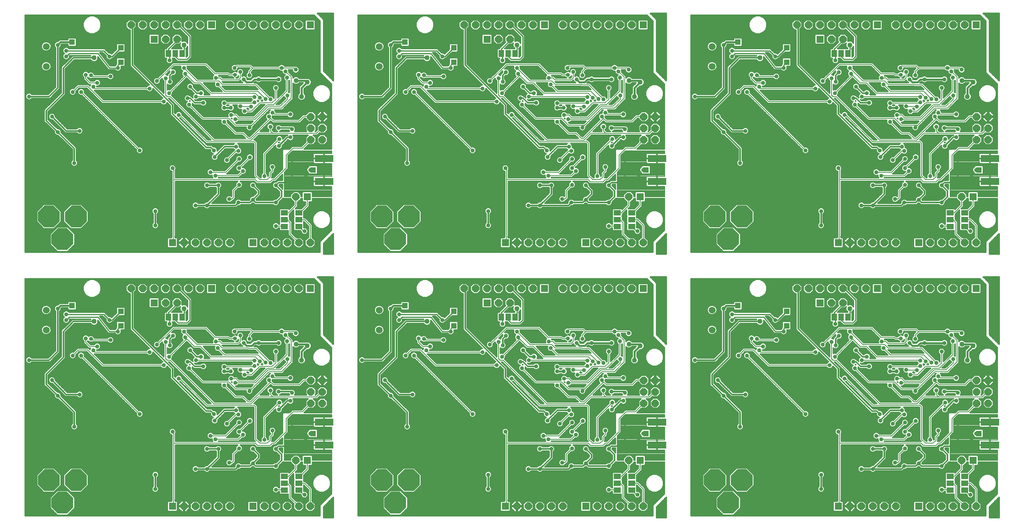
<source format=gbl>
G75*
G70*
%OFA0B0*%
%FSLAX25Y25*%
%IPPOS*%
%LPD*%
%AMOC8*
5,1,8,0,0,1.08239X$1,22.5*
%
%ADD100C,0.01600*%
%ADD101R,0.05120X0.05120*%
%ADD108C,0.04360*%
%ADD129OC8,0.19000*%
%ADD135R,0.16000X0.06000*%
%ADD138C,0.01000*%
%ADD150C,0.05940*%
%ADD17C,0.02000*%
%ADD21C,0.00700*%
%ADD27R,0.06400X0.06400*%
%ADD30C,0.01200*%
%ADD31R,0.04600X0.06300*%
%ADD44OC8,0.06400*%
%ADD72C,0.03500*%
%ADD75R,0.06300X0.04600*%
X0010000Y0010000D02*
G75*
%LPD*%
X0010000Y0060000D02*
G75*
%LPD*%
X0060000Y0060000D02*
G75*
%LPD*%
D44*
X0200000Y0070000D03*
X0210000Y0070000D03*
X0220000Y0070000D03*
X0230000Y0070000D03*
X0240000Y0070000D03*
X0270000Y0070000D03*
X0280000Y0070000D03*
X0290000Y0070000D03*
X0300000Y0070000D03*
X0310000Y0070000D03*
X0297500Y0110000D03*
X0310550Y0159810D03*
X0320550Y0159810D03*
X0320550Y0169810D03*
X0310550Y0169810D03*
X0310550Y0179810D03*
X0320550Y0179810D03*
X0300000Y0260000D03*
X0290000Y0260000D03*
X0280000Y0260000D03*
X0270000Y0260000D03*
X0260000Y0260000D03*
X0250000Y0260000D03*
X0240000Y0260000D03*
X0214000Y0260000D03*
X0204000Y0260000D03*
X0194000Y0260000D03*
X0184000Y0260000D03*
X0174000Y0260000D03*
X0164000Y0260000D03*
X0154000Y0260000D03*
X0184000Y0247500D03*
X0194000Y0247500D03*
D27*
X0174000Y0247500D03*
X0224000Y0260000D03*
X0310000Y0260000D03*
X0307500Y0110000D03*
X0260000Y0070000D03*
X0190000Y0070000D03*
D129*
X0106000Y0092700D03*
X0094200Y0073000D03*
X0082400Y0092700D03*
D135*
X0322000Y0123500D03*
X0322000Y0143500D03*
D75*
X0300000Y0096000D03*
X0300000Y0090000D03*
X0300000Y0084000D03*
X0287500Y0084000D03*
X0287500Y0090000D03*
X0287500Y0096000D03*
D31*
X0198500Y0235000D03*
X0192500Y0235000D03*
X0186500Y0235000D03*
D150*
X0080000Y0241170D03*
X0080000Y0223840D03*
D101*
X0102500Y0245000D03*
X0145000Y0240000D03*
X0145000Y0227500D03*
X0312500Y0133500D03*
D30*
X0061600Y0061600D02*
X0061600Y0268400D01*
X0313330Y0268400D01*
X0318400Y0263340D01*
X0318400Y0218340D01*
X0319330Y0217400D01*
X0319330Y0217400D01*
X0328400Y0208340D01*
X0328400Y0151650D01*
X0304730Y0151650D01*
X0308530Y0155460D01*
X0308680Y0155310D01*
X0312410Y0155310D01*
X0315050Y0157940D01*
X0315050Y0161670D01*
X0312860Y0163850D01*
X0314810Y0163850D01*
X0316180Y0163850D01*
X0318160Y0165830D01*
X0318680Y0165310D01*
X0322410Y0165310D01*
X0325050Y0167940D01*
X0325050Y0171670D01*
X0322410Y0174310D01*
X0318680Y0174310D01*
X0316050Y0171670D01*
X0316050Y0168390D01*
X0314810Y0167150D01*
X0314260Y0167150D01*
X0315050Y0167940D01*
X0315050Y0171670D01*
X0312410Y0174310D01*
X0308680Y0174310D01*
X0306050Y0171670D01*
X0306050Y0167940D01*
X0306840Y0167150D01*
X0296560Y0167150D01*
X0296780Y0167380D01*
X0297250Y0168500D01*
X0297250Y0169710D01*
X0296780Y0170830D01*
X0295920Y0171690D01*
X0294800Y0172150D01*
X0293590Y0172150D01*
X0293130Y0171960D01*
X0292950Y0171990D01*
X0292840Y0171900D01*
X0284910Y0171900D01*
X0284220Y0172590D01*
X0283100Y0173050D01*
X0281890Y0173050D01*
X0280770Y0172590D01*
X0279910Y0171730D01*
X0279450Y0170610D01*
X0279450Y0169400D01*
X0279910Y0168280D01*
X0280770Y0167420D01*
X0281410Y0167150D01*
X0277980Y0167150D01*
X0276950Y0168190D01*
X0276950Y0168590D01*
X0277020Y0168620D01*
X0277880Y0169480D01*
X0278350Y0170600D01*
X0278350Y0171810D01*
X0277880Y0172930D01*
X0277020Y0173790D01*
X0275900Y0174250D01*
X0274690Y0174250D01*
X0273570Y0173790D01*
X0272710Y0172930D01*
X0272250Y0171810D01*
X0272250Y0170600D01*
X0272710Y0169480D01*
X0273570Y0168620D01*
X0273650Y0168590D01*
X0273650Y0168190D01*
X0273650Y0167150D01*
X0266480Y0167150D01*
X0275500Y0176170D01*
X0276350Y0175320D01*
X0277310Y0174350D01*
X0299810Y0174350D01*
X0301180Y0174350D01*
X0305180Y0178350D01*
X0306050Y0178350D01*
X0306050Y0177940D01*
X0308680Y0175310D01*
X0312410Y0175310D01*
X0315050Y0177940D01*
X0315050Y0181670D01*
X0312410Y0184310D01*
X0308680Y0184310D01*
X0306050Y0181670D01*
X0306050Y0181650D01*
X0303810Y0181650D01*
X0302850Y0180690D01*
X0299810Y0177650D01*
X0278680Y0177650D01*
X0277150Y0179190D01*
X0277010Y0179320D01*
X0277050Y0179400D01*
X0277050Y0180450D01*
X0277600Y0180450D01*
X0277680Y0180490D01*
X0277910Y0180250D01*
X0289980Y0180250D01*
X0290010Y0180180D01*
X0290870Y0179320D01*
X0291990Y0178850D01*
X0293200Y0178850D01*
X0294320Y0179320D01*
X0295180Y0180180D01*
X0295650Y0181300D01*
X0295650Y0182510D01*
X0295180Y0183630D01*
X0294320Y0184490D01*
X0293200Y0184950D01*
X0291990Y0184950D01*
X0290870Y0184490D01*
X0290010Y0183630D01*
X0289980Y0183550D01*
X0280050Y0183550D01*
X0280050Y0184110D01*
X0279580Y0185230D01*
X0278960Y0185850D01*
X0284310Y0185850D01*
X0285680Y0185850D01*
X0294180Y0194360D01*
X0294190Y0194360D01*
X0294650Y0194830D01*
X0295150Y0195320D01*
X0295150Y0195330D01*
X0295150Y0195990D01*
X0295150Y0196690D01*
X0295140Y0196690D01*
X0295080Y0209000D01*
X0295620Y0208450D01*
X0296900Y0207920D01*
X0298290Y0207920D01*
X0299570Y0208450D01*
X0300420Y0209300D01*
X0303830Y0209300D01*
X0300400Y0205870D01*
X0300400Y0204130D01*
X0300400Y0200330D01*
X0299540Y0199480D01*
X0299020Y0198200D01*
X0299020Y0196810D01*
X0299540Y0195530D01*
X0300520Y0194550D01*
X0301800Y0194020D01*
X0303190Y0194020D01*
X0304470Y0194550D01*
X0305450Y0195530D01*
X0305980Y0196810D01*
X0305980Y0198200D01*
X0305450Y0199480D01*
X0304600Y0200330D01*
X0304600Y0204130D01*
X0306980Y0206520D01*
X0308190Y0206520D01*
X0309470Y0207050D01*
X0310450Y0208030D01*
X0310980Y0209310D01*
X0310980Y0210700D01*
X0310450Y0211980D01*
X0309470Y0212960D01*
X0308190Y0213490D01*
X0306980Y0213490D01*
X0306970Y0213500D01*
X0305230Y0213500D01*
X0300420Y0213500D01*
X0299570Y0214360D01*
X0298290Y0214890D01*
X0296900Y0214890D01*
X0295620Y0214360D01*
X0295050Y0213780D01*
X0295050Y0214640D01*
X0295050Y0215290D01*
X0295040Y0215290D01*
X0295040Y0215300D01*
X0321440Y0215300D01*
X0320260Y0216480D02*
X0293850Y0216480D01*
X0294570Y0215760D02*
X0291510Y0218820D01*
X0291550Y0218900D01*
X0291550Y0220110D01*
X0291240Y0220850D01*
X0294450Y0220850D01*
X0294450Y0220300D01*
X0294910Y0219180D01*
X0295770Y0218320D01*
X0296890Y0217850D01*
X0298100Y0217850D01*
X0299220Y0218320D01*
X0300080Y0219180D01*
X0300550Y0220300D01*
X0300550Y0221510D01*
X0300080Y0222630D01*
X0299220Y0223490D01*
X0298100Y0223950D01*
X0296890Y0223950D01*
X0296880Y0223950D01*
X0296680Y0224150D01*
X0287710Y0224150D01*
X0287680Y0224230D01*
X0286820Y0225090D01*
X0285700Y0225550D01*
X0284490Y0225550D01*
X0283370Y0225090D01*
X0282510Y0224230D01*
X0282480Y0224150D01*
X0260180Y0224150D01*
X0258680Y0225650D01*
X0257310Y0225650D01*
X0244810Y0225650D01*
X0244680Y0225520D01*
X0244600Y0225550D01*
X0243390Y0225550D01*
X0242270Y0225090D01*
X0241410Y0224230D01*
X0240950Y0223110D01*
X0240950Y0221900D01*
X0241410Y0220780D01*
X0242270Y0219920D01*
X0243390Y0219450D01*
X0243650Y0219450D01*
X0242770Y0219090D01*
X0241910Y0218230D01*
X0241880Y0218150D01*
X0240180Y0218150D01*
X0239380Y0218950D01*
X0238010Y0218950D01*
X0227880Y0218950D01*
X0219680Y0227150D01*
X0318400Y0227150D01*
X0318400Y0225970D02*
X0220870Y0225970D01*
X0222050Y0224780D02*
X0241960Y0224780D01*
X0241150Y0223590D02*
X0223240Y0223590D01*
X0224420Y0222410D02*
X0240950Y0222410D01*
X0241220Y0221220D02*
X0225610Y0221220D01*
X0226800Y0220040D02*
X0242150Y0220040D01*
X0242530Y0218850D02*
X0239480Y0218850D01*
X0238010Y0215650D02*
X0230260Y0215650D01*
X0230380Y0215530D01*
X0230410Y0215450D01*
X0230610Y0215450D01*
X0231980Y0215450D01*
X0233780Y0213650D01*
X0243410Y0213650D01*
X0242770Y0213920D01*
X0241910Y0214780D01*
X0241880Y0214850D01*
X0238810Y0214850D01*
X0238010Y0215650D01*
X0238370Y0215300D02*
X0232140Y0215300D01*
X0233320Y0214110D02*
X0242580Y0214110D01*
X0245580Y0213650D02*
X0246220Y0213920D01*
X0247080Y0214780D01*
X0247350Y0215420D01*
X0247350Y0214390D01*
X0246610Y0213650D01*
X0245580Y0213650D01*
X0246420Y0214110D02*
X0247070Y0214110D01*
X0247300Y0215300D02*
X0247350Y0215300D01*
X0250650Y0215300D02*
X0250870Y0215300D01*
X0250650Y0215200D02*
X0250650Y0216390D01*
X0250720Y0216420D01*
X0251580Y0217280D01*
X0252050Y0218400D01*
X0252050Y0219610D01*
X0251580Y0220730D01*
X0250720Y0221590D01*
X0249600Y0222050D01*
X0248390Y0222050D01*
X0247270Y0221590D01*
X0246670Y0220990D01*
X0247050Y0221900D01*
X0247050Y0222350D01*
X0257310Y0222350D01*
X0257410Y0222250D01*
X0255350Y0220190D01*
X0255350Y0218820D01*
X0255350Y0218620D01*
X0255270Y0218590D01*
X0254410Y0217730D01*
X0253950Y0216610D01*
X0253950Y0215400D01*
X0254250Y0214660D01*
X0253820Y0215090D01*
X0252700Y0215550D01*
X0251490Y0215550D01*
X0250650Y0215200D01*
X0250790Y0216480D02*
X0253950Y0216480D01*
X0253990Y0215300D02*
X0253330Y0215300D01*
X0254840Y0213850D02*
X0255270Y0213420D01*
X0256390Y0212950D01*
X0257600Y0212950D01*
X0258720Y0213420D01*
X0259580Y0214280D01*
X0260050Y0215400D01*
X0260050Y0216610D01*
X0259580Y0217730D01*
X0258720Y0218590D01*
X0258650Y0218620D01*
X0258650Y0218820D01*
X0260680Y0220850D01*
X0282480Y0220850D01*
X0282510Y0220780D01*
X0283370Y0219920D01*
X0284490Y0219450D01*
X0285450Y0219450D01*
X0285450Y0218900D01*
X0285910Y0217780D01*
X0286770Y0216920D01*
X0287890Y0216450D01*
X0288130Y0216450D01*
X0287310Y0215630D01*
X0286850Y0214510D01*
X0286850Y0213300D01*
X0287310Y0212180D01*
X0288170Y0211320D01*
X0288250Y0211290D01*
X0288250Y0203090D01*
X0281650Y0196490D01*
X0281650Y0202390D01*
X0281720Y0202420D01*
X0282580Y0203280D01*
X0283050Y0204400D01*
X0283050Y0205610D01*
X0282580Y0206730D01*
X0281720Y0207590D01*
X0280600Y0208050D01*
X0279390Y0208050D01*
X0278270Y0207590D01*
X0277410Y0206730D01*
X0276950Y0205610D01*
X0276950Y0204400D01*
X0277410Y0203280D01*
X0278270Y0202420D01*
X0278350Y0202390D01*
X0278350Y0196090D01*
X0278080Y0196730D01*
X0277220Y0197590D01*
X0276100Y0198050D01*
X0274890Y0198050D01*
X0274810Y0198020D01*
X0263380Y0209450D01*
X0262010Y0209450D01*
X0261220Y0209450D01*
X0262170Y0210400D01*
X0262780Y0210400D01*
X0263270Y0209920D01*
X0264390Y0209450D01*
X0265600Y0209450D01*
X0266720Y0209920D01*
X0267210Y0210400D01*
X0280280Y0210400D01*
X0280770Y0209920D01*
X0281890Y0209450D01*
X0283100Y0209450D01*
X0284220Y0209920D01*
X0285080Y0210780D01*
X0285550Y0211900D01*
X0285550Y0213110D01*
X0285080Y0214230D01*
X0284220Y0215090D01*
X0283100Y0215550D01*
X0281890Y0215550D01*
X0280770Y0215090D01*
X0280280Y0214600D01*
X0267210Y0214600D01*
X0266720Y0215090D01*
X0265600Y0215550D01*
X0264390Y0215550D01*
X0263270Y0215090D01*
X0262780Y0214600D01*
X0262170Y0214600D01*
X0260430Y0214600D01*
X0258130Y0212300D01*
X0255270Y0212300D01*
X0255150Y0212420D01*
X0255150Y0213110D01*
X0254840Y0213850D01*
X0255150Y0212930D02*
X0258750Y0212930D01*
X0259420Y0214110D02*
X0259930Y0214110D01*
X0260000Y0215300D02*
X0263770Y0215300D01*
X0266230Y0215300D02*
X0281270Y0215300D01*
X0283730Y0215300D02*
X0287170Y0215300D01*
X0286850Y0214110D02*
X0285130Y0214110D01*
X0285550Y0212930D02*
X0287000Y0212930D01*
X0287750Y0211740D02*
X0285480Y0211740D01*
X0284860Y0210550D02*
X0288250Y0210550D01*
X0288250Y0209370D02*
X0263460Y0209370D01*
X0264650Y0208180D02*
X0288250Y0208180D01*
X0288250Y0207000D02*
X0282320Y0207000D01*
X0282960Y0205810D02*
X0288250Y0205810D01*
X0288250Y0204630D02*
X0283050Y0204630D01*
X0282650Y0203440D02*
X0288250Y0203440D01*
X0287420Y0202260D02*
X0281650Y0202260D01*
X0281650Y0201070D02*
X0286230Y0201070D01*
X0285040Y0199890D02*
X0281650Y0199890D01*
X0281650Y0198700D02*
X0283860Y0198700D01*
X0282670Y0197510D02*
X0281650Y0197510D01*
X0278350Y0197510D02*
X0277300Y0197510D01*
X0278250Y0196330D02*
X0278350Y0196330D01*
X0278350Y0198700D02*
X0274130Y0198700D01*
X0272950Y0199890D02*
X0278350Y0199890D01*
X0278350Y0201070D02*
X0271760Y0201070D01*
X0270580Y0202260D02*
X0278350Y0202260D01*
X0277340Y0203440D02*
X0269390Y0203440D01*
X0268210Y0204630D02*
X0276950Y0204630D01*
X0277030Y0205810D02*
X0267020Y0205810D01*
X0265840Y0207000D02*
X0277680Y0207000D01*
X0264510Y0203650D02*
X0236180Y0203650D01*
X0233480Y0206350D01*
X0255910Y0206350D01*
X0256110Y0206150D01*
X0262010Y0206150D01*
X0264510Y0203650D01*
X0263540Y0204630D02*
X0235210Y0204630D01*
X0234020Y0205810D02*
X0262350Y0205810D01*
X0258670Y0195850D02*
X0258910Y0195280D01*
X0259430Y0194750D01*
X0258910Y0194230D01*
X0258590Y0193450D01*
X0237610Y0193450D01*
X0237580Y0193530D01*
X0236720Y0194390D01*
X0235600Y0194850D01*
X0234390Y0194850D01*
X0233270Y0194390D01*
X0232410Y0193530D01*
X0231950Y0192410D01*
X0231950Y0191200D01*
X0232410Y0190080D01*
X0232830Y0189650D01*
X0232510Y0189330D01*
X0232050Y0188210D01*
X0232050Y0187000D01*
X0232510Y0185880D01*
X0233370Y0185020D01*
X0234490Y0184550D01*
X0235700Y0184550D01*
X0236820Y0185020D01*
X0237310Y0185500D01*
X0238680Y0185500D01*
X0239170Y0185020D01*
X0240290Y0184550D01*
X0241500Y0184550D01*
X0242620Y0185020D01*
X0243480Y0185880D01*
X0243950Y0187000D01*
X0243950Y0188210D01*
X0243480Y0189330D01*
X0242660Y0190150D01*
X0246370Y0190150D01*
X0246150Y0189610D01*
X0246150Y0188400D01*
X0246610Y0187280D01*
X0247470Y0186420D01*
X0248590Y0185950D01*
X0249800Y0185950D01*
X0250180Y0186110D01*
X0249850Y0185310D01*
X0249850Y0184100D01*
X0250310Y0182980D01*
X0251170Y0182120D01*
X0252290Y0181650D01*
X0253500Y0181650D01*
X0254620Y0182120D01*
X0255480Y0182980D01*
X0255510Y0183050D01*
X0258010Y0183050D01*
X0259380Y0183050D01*
X0266780Y0190450D01*
X0270500Y0190450D01*
X0260720Y0180750D01*
X0248180Y0180750D01*
X0245980Y0182950D01*
X0244610Y0182950D01*
X0243810Y0182950D01*
X0243780Y0183030D01*
X0242920Y0183890D01*
X0241800Y0184350D01*
X0240590Y0184350D01*
X0239470Y0183890D01*
X0238610Y0183030D01*
X0238150Y0181910D01*
X0238150Y0180700D01*
X0238370Y0180150D01*
X0238310Y0180150D01*
X0217180Y0180150D01*
X0207510Y0189820D01*
X0207550Y0189900D01*
X0207550Y0191110D01*
X0207510Y0191210D01*
X0208610Y0190100D01*
X0214480Y0190100D01*
X0215170Y0189420D01*
X0216290Y0188950D01*
X0217500Y0188950D01*
X0218620Y0189420D01*
X0219480Y0190280D01*
X0219950Y0191400D01*
X0219950Y0192610D01*
X0219480Y0193730D01*
X0218620Y0194590D01*
X0217500Y0195050D01*
X0216290Y0195050D01*
X0215170Y0194590D01*
X0214480Y0193900D01*
X0210180Y0193900D01*
X0209450Y0194640D01*
X0209890Y0194450D01*
X0211100Y0194450D01*
X0212220Y0194920D01*
X0213080Y0195780D01*
X0213110Y0195850D01*
X0258670Y0195850D01*
X0259040Y0195140D02*
X0212450Y0195140D01*
X0214540Y0193960D02*
X0210130Y0193960D01*
X0209400Y0192000D02*
X0205300Y0196100D01*
X0203200Y0196100D01*
X0201030Y0193960D02*
X0193880Y0193960D01*
X0195060Y0192770D02*
X0202450Y0192770D01*
X0202590Y0193050D02*
X0201470Y0193520D01*
X0200610Y0194380D01*
X0200150Y0195500D01*
X0200150Y0196710D01*
X0200610Y0197830D01*
X0201470Y0198690D01*
X0202590Y0199150D01*
X0203800Y0199150D01*
X0204920Y0198690D01*
X0205610Y0198000D01*
X0206080Y0198000D01*
X0207630Y0196460D01*
X0207450Y0196900D01*
X0207450Y0198110D01*
X0207910Y0199230D01*
X0208770Y0200090D01*
X0208810Y0200110D01*
X0205760Y0203150D01*
X0204790Y0203150D01*
X0203670Y0203620D01*
X0202810Y0204480D01*
X0202350Y0205600D01*
X0202350Y0206810D01*
X0202810Y0207930D01*
X0203670Y0208790D01*
X0204790Y0209250D01*
X0206000Y0209250D01*
X0207120Y0208790D01*
X0207980Y0207930D01*
X0208450Y0206810D01*
X0208450Y0205840D01*
X0211880Y0202400D01*
X0212480Y0202400D01*
X0213170Y0203090D01*
X0214290Y0203550D01*
X0215500Y0203550D01*
X0216620Y0203090D01*
X0217480Y0202230D01*
X0217950Y0201110D01*
X0217950Y0199900D01*
X0217640Y0199150D01*
X0222510Y0199150D01*
X0213810Y0207850D01*
X0209680Y0207850D01*
X0208310Y0207850D01*
X0202500Y0213670D01*
X0190010Y0201190D01*
X0190050Y0201110D01*
X0190050Y0199900D01*
X0189580Y0198780D01*
X0189320Y0198510D01*
X0189650Y0198190D01*
X0226680Y0161150D01*
X0253510Y0161150D01*
X0250810Y0163850D01*
X0244310Y0163850D01*
X0243350Y0164820D01*
X0235680Y0172490D01*
X0235600Y0172450D01*
X0234390Y0172450D01*
X0233270Y0172920D01*
X0232410Y0173780D01*
X0231950Y0174900D01*
X0231950Y0176110D01*
X0232250Y0176850D01*
X0215810Y0176850D01*
X0214850Y0177820D01*
X0214850Y0177820D01*
X0205180Y0187490D01*
X0205100Y0187450D01*
X0203890Y0187450D01*
X0202770Y0187920D01*
X0201910Y0188780D01*
X0201450Y0189900D01*
X0201450Y0191110D01*
X0201910Y0192230D01*
X0202730Y0193050D01*
X0202590Y0193050D01*
X0201640Y0191590D02*
X0196250Y0191590D01*
X0197430Y0190400D02*
X0201450Y0190400D01*
X0201730Y0189220D02*
X0198620Y0189220D01*
X0199800Y0188030D02*
X0202660Y0188030D01*
X0200990Y0186850D02*
X0205820Y0186850D01*
X0207010Y0185660D02*
X0202170Y0185660D01*
X0203360Y0184480D02*
X0208190Y0184480D01*
X0209380Y0183290D02*
X0204540Y0183290D01*
X0205730Y0182100D02*
X0210560Y0182100D01*
X0211750Y0180920D02*
X0206920Y0180920D01*
X0208100Y0179730D02*
X0212930Y0179730D01*
X0214120Y0178550D02*
X0209290Y0178550D01*
X0210470Y0177360D02*
X0215300Y0177360D01*
X0212840Y0174990D02*
X0231950Y0174990D01*
X0231970Y0176180D02*
X0211660Y0176180D01*
X0209360Y0173810D02*
X0206530Y0173810D01*
X0205340Y0174990D02*
X0208180Y0174990D01*
X0206990Y0176180D02*
X0204160Y0176180D01*
X0202970Y0177360D02*
X0205800Y0177360D01*
X0204620Y0178550D02*
X0201790Y0178550D01*
X0200600Y0179730D02*
X0203430Y0179730D01*
X0202250Y0180920D02*
X0199420Y0180920D01*
X0198550Y0181790D02*
X0198550Y0182110D01*
X0198080Y0183230D01*
X0197220Y0184090D01*
X0196100Y0184550D01*
X0194890Y0184550D01*
X0193770Y0184090D01*
X0192910Y0183230D01*
X0192630Y0182560D01*
X0191900Y0183290D01*
X0192970Y0183290D01*
X0191900Y0183290D02*
X0191900Y0189220D01*
X0193950Y0189220D01*
X0192760Y0190400D02*
X0191900Y0190400D01*
X0191900Y0190790D02*
X0191900Y0189220D01*
X0191900Y0188030D02*
X0195140Y0188030D01*
X0196320Y0186850D02*
X0191900Y0186850D01*
X0191900Y0185660D02*
X0197510Y0185660D01*
X0198690Y0184480D02*
X0196290Y0184480D01*
X0194700Y0184480D02*
X0191900Y0184480D01*
X0190000Y0182500D02*
X0190000Y0190000D01*
X0155000Y0225000D01*
X0155000Y0259000D01*
X0154000Y0260000D01*
X0157140Y0256790D02*
X0160850Y0256790D01*
X0159660Y0257970D02*
X0158330Y0257970D01*
X0158500Y0258140D02*
X0156900Y0256540D01*
X0156900Y0225790D01*
X0182350Y0200340D01*
X0182350Y0210890D01*
X0182270Y0210920D01*
X0181410Y0211780D01*
X0180950Y0212900D01*
X0180950Y0213120D01*
X0179510Y0211690D01*
X0179550Y0211610D01*
X0179550Y0210400D01*
X0179080Y0209280D01*
X0178220Y0208420D01*
X0177100Y0207950D01*
X0175890Y0207950D01*
X0174770Y0208420D01*
X0173910Y0209280D01*
X0173450Y0210400D01*
X0173450Y0211610D01*
X0173910Y0212730D01*
X0174770Y0213590D01*
X0175890Y0214050D01*
X0177100Y0214050D01*
X0177180Y0214020D01*
X0189350Y0226190D01*
X0190310Y0227150D01*
X0189960Y0227150D01*
X0190080Y0227280D02*
X0190550Y0228400D01*
X0190550Y0229610D01*
X0190150Y0230550D01*
X0191900Y0230550D01*
X0193200Y0229260D01*
X0194250Y0228200D01*
X0201750Y0228200D01*
X0203240Y0228200D01*
X0205740Y0230700D01*
X0206800Y0231760D01*
X0206800Y0250750D01*
X0205740Y0251800D01*
X0198500Y0259050D01*
X0198500Y0261870D01*
X0195860Y0264500D01*
X0192130Y0264500D01*
X0189500Y0261870D01*
X0189500Y0258140D01*
X0192130Y0255500D01*
X0195860Y0255500D01*
X0196410Y0256050D01*
X0203200Y0249260D01*
X0203200Y0243870D01*
X0202950Y0244480D01*
X0201970Y0245460D01*
X0200690Y0245990D01*
X0199300Y0245990D01*
X0198500Y0245650D01*
X0198500Y0249370D01*
X0195860Y0252000D01*
X0192130Y0252000D01*
X0189500Y0249370D01*
X0189500Y0245640D01*
X0190040Y0245100D01*
X0184700Y0239750D01*
X0184700Y0239450D01*
X0183660Y0239450D01*
X0182900Y0238690D01*
X0182900Y0231320D01*
X0183660Y0230550D01*
X0184840Y0230550D01*
X0184450Y0229610D01*
X0184450Y0228400D01*
X0184910Y0227280D01*
X0185770Y0226420D01*
X0186890Y0225950D01*
X0188100Y0225950D01*
X0189220Y0226420D01*
X0190080Y0227280D01*
X0190310Y0227150D02*
X0218310Y0227150D01*
X0219680Y0227150D01*
X0218310Y0223850D02*
X0225550Y0216620D01*
X0225920Y0216240D01*
X0225210Y0215530D01*
X0224750Y0214410D01*
X0224750Y0213200D01*
X0224970Y0212650D01*
X0212180Y0212650D01*
X0203010Y0221820D01*
X0203050Y0221900D01*
X0203050Y0223110D01*
X0202740Y0223850D01*
X0218310Y0223850D01*
X0218570Y0223590D02*
X0202850Y0223590D01*
X0203050Y0222410D02*
X0219760Y0222410D01*
X0220940Y0221220D02*
X0203610Y0221220D01*
X0204800Y0220040D02*
X0222130Y0220040D01*
X0223310Y0218850D02*
X0205980Y0218850D01*
X0207170Y0217670D02*
X0224500Y0217670D01*
X0225690Y0216480D02*
X0208350Y0216480D01*
X0209540Y0215300D02*
X0225110Y0215300D01*
X0224750Y0214110D02*
X0210720Y0214110D01*
X0211910Y0212930D02*
X0224860Y0212930D01*
X0226750Y0209350D02*
X0216980Y0209350D01*
X0224180Y0202150D01*
X0233010Y0202150D01*
X0230180Y0204990D01*
X0230100Y0204950D01*
X0228890Y0204950D01*
X0227770Y0205420D01*
X0226910Y0206280D01*
X0226450Y0207400D01*
X0226450Y0208610D01*
X0226750Y0209350D01*
X0226450Y0208180D02*
X0218150Y0208180D01*
X0219340Y0207000D02*
X0226610Y0207000D01*
X0227370Y0205810D02*
X0220520Y0205810D01*
X0221710Y0204630D02*
X0230540Y0204630D01*
X0231730Y0203440D02*
X0222890Y0203440D01*
X0224080Y0202260D02*
X0232910Y0202260D01*
X0234180Y0209650D02*
X0233480Y0210350D01*
X0246610Y0210350D01*
X0247980Y0210350D01*
X0249190Y0211560D01*
X0249510Y0210780D01*
X0250370Y0209920D01*
X0251010Y0209650D01*
X0234180Y0209650D01*
X0244840Y0219550D02*
X0245720Y0219920D01*
X0246320Y0220520D01*
X0245950Y0219610D01*
X0245950Y0219200D01*
X0245100Y0219550D01*
X0244840Y0219550D01*
X0245840Y0220040D02*
X0246120Y0220040D01*
X0246770Y0221220D02*
X0246900Y0221220D01*
X0251090Y0221220D02*
X0256380Y0221220D01*
X0255350Y0220040D02*
X0251870Y0220040D01*
X0252050Y0218850D02*
X0255350Y0218850D01*
X0254380Y0217670D02*
X0251740Y0217670D01*
X0258680Y0218850D02*
X0285460Y0218850D01*
X0286020Y0217670D02*
X0259610Y0217670D01*
X0260050Y0216480D02*
X0287820Y0216480D01*
X0291530Y0218850D02*
X0295230Y0218850D01*
X0294550Y0220040D02*
X0291550Y0220040D01*
X0292670Y0217670D02*
X0319070Y0217670D01*
X0318400Y0218850D02*
X0299760Y0218850D01*
X0300440Y0220040D02*
X0318400Y0220040D01*
X0318400Y0221220D02*
X0300550Y0221220D01*
X0300170Y0222410D02*
X0318400Y0222410D01*
X0318400Y0223590D02*
X0298970Y0223590D01*
X0294570Y0215760D02*
X0295040Y0215300D01*
X0295050Y0214110D02*
X0295380Y0214110D01*
X0299810Y0214110D02*
X0322630Y0214110D01*
X0323810Y0212930D02*
X0309500Y0212930D01*
X0310540Y0211740D02*
X0325000Y0211740D01*
X0326180Y0210550D02*
X0310980Y0210550D01*
X0310980Y0209370D02*
X0327370Y0209370D01*
X0328400Y0208180D02*
X0310510Y0208180D01*
X0309330Y0207000D02*
X0316240Y0207000D01*
X0315520Y0206700D02*
X0313300Y0204480D01*
X0312100Y0201580D01*
X0312100Y0198430D01*
X0313300Y0195530D01*
X0315520Y0193310D01*
X0318420Y0192110D01*
X0321570Y0192110D01*
X0324470Y0193310D01*
X0326690Y0195530D01*
X0327890Y0198430D01*
X0327890Y0201580D01*
X0326690Y0204480D01*
X0324470Y0206700D01*
X0321570Y0207900D01*
X0318420Y0207900D01*
X0315520Y0206700D01*
X0314630Y0205810D02*
X0306270Y0205810D01*
X0305090Y0204630D02*
X0313450Y0204630D01*
X0312870Y0203440D02*
X0304600Y0203440D01*
X0304600Y0202260D02*
X0312380Y0202260D01*
X0312100Y0201070D02*
X0304600Y0201070D01*
X0305040Y0199890D02*
X0312100Y0199890D01*
X0312100Y0198700D02*
X0305770Y0198700D01*
X0305980Y0197510D02*
X0312480Y0197510D01*
X0312970Y0196330D02*
X0305780Y0196330D01*
X0305060Y0195140D02*
X0313690Y0195140D01*
X0314870Y0193960D02*
X0293780Y0193960D01*
X0292600Y0192770D02*
X0316810Y0192770D01*
X0323180Y0192770D02*
X0328400Y0192770D01*
X0328400Y0191590D02*
X0291410Y0191590D01*
X0290230Y0190400D02*
X0328400Y0190400D01*
X0328400Y0189220D02*
X0289040Y0189220D01*
X0287860Y0188030D02*
X0328400Y0188030D01*
X0328400Y0186850D02*
X0286670Y0186850D01*
X0283210Y0190550D02*
X0288350Y0195690D01*
X0288350Y0195890D01*
X0288270Y0195920D01*
X0287410Y0196780D01*
X0287170Y0197350D01*
X0280380Y0190550D01*
X0283210Y0190550D01*
X0284250Y0191590D02*
X0281410Y0191590D01*
X0282600Y0192770D02*
X0285430Y0192770D01*
X0286620Y0193960D02*
X0283780Y0193960D01*
X0284970Y0195140D02*
X0287800Y0195140D01*
X0287860Y0196330D02*
X0286150Y0196330D01*
X0291150Y0201330D02*
X0291550Y0201720D01*
X0291550Y0203090D01*
X0291550Y0211290D01*
X0291620Y0211320D01*
X0291760Y0211460D01*
X0291820Y0200990D01*
X0291720Y0201090D01*
X0291150Y0201330D01*
X0291740Y0201070D02*
X0291820Y0201070D01*
X0291810Y0202260D02*
X0291550Y0202260D01*
X0291550Y0203440D02*
X0291810Y0203440D01*
X0291800Y0204630D02*
X0291550Y0204630D01*
X0291550Y0205810D02*
X0291790Y0205810D01*
X0291790Y0207000D02*
X0291550Y0207000D01*
X0291550Y0208180D02*
X0291780Y0208180D01*
X0291770Y0209370D02*
X0291550Y0209370D01*
X0291550Y0210550D02*
X0291770Y0210550D01*
X0295080Y0208180D02*
X0296270Y0208180D01*
X0295090Y0207000D02*
X0301520Y0207000D01*
X0300400Y0205810D02*
X0295090Y0205810D01*
X0295100Y0204630D02*
X0300400Y0204630D01*
X0300400Y0203440D02*
X0295110Y0203440D01*
X0295110Y0202260D02*
X0300400Y0202260D01*
X0300400Y0201070D02*
X0295120Y0201070D01*
X0295120Y0199890D02*
X0299950Y0199890D01*
X0299220Y0198700D02*
X0295130Y0198700D01*
X0295140Y0197510D02*
X0299020Y0197510D01*
X0299210Y0196330D02*
X0295150Y0196330D01*
X0295150Y0195330D02*
X0295150Y0195330D01*
X0294970Y0195140D02*
X0299930Y0195140D01*
X0294340Y0184480D02*
X0318430Y0184480D01*
X0318560Y0184610D02*
X0315750Y0181800D01*
X0315750Y0180210D01*
X0320140Y0180210D01*
X0320140Y0179410D01*
X0315750Y0179410D01*
X0315750Y0177820D01*
X0318560Y0175010D01*
X0320150Y0175010D01*
X0320150Y0179410D01*
X0320950Y0179410D01*
X0320950Y0180210D01*
X0325350Y0180210D01*
X0325350Y0181800D01*
X0322540Y0184610D01*
X0320950Y0184610D01*
X0320950Y0180210D01*
X0320150Y0180210D01*
X0320150Y0184610D01*
X0318560Y0184610D01*
X0320150Y0184480D02*
X0320950Y0184480D01*
X0320950Y0183290D02*
X0320150Y0183290D01*
X0320150Y0182100D02*
X0320950Y0182100D01*
X0320950Y0180920D02*
X0320150Y0180920D01*
X0320140Y0179730D02*
X0315050Y0179730D01*
X0315050Y0178550D02*
X0315750Y0178550D01*
X0316200Y0177360D02*
X0314470Y0177360D01*
X0313280Y0176180D02*
X0317390Y0176180D01*
X0318180Y0173810D02*
X0312910Y0173810D01*
X0314100Y0172620D02*
X0317000Y0172620D01*
X0316050Y0171440D02*
X0315050Y0171440D01*
X0315050Y0170250D02*
X0316050Y0170250D01*
X0316050Y0169060D02*
X0315050Y0169060D01*
X0314980Y0167880D02*
X0315540Y0167880D01*
X0317830Y0165510D02*
X0318480Y0165510D01*
X0318680Y0164310D02*
X0316050Y0161670D01*
X0316050Y0157940D01*
X0318680Y0155310D01*
X0322410Y0155310D01*
X0325050Y0157940D01*
X0325050Y0161670D01*
X0322410Y0164310D01*
X0318680Y0164310D01*
X0317510Y0163140D02*
X0313580Y0163140D01*
X0314770Y0161950D02*
X0316330Y0161950D01*
X0316050Y0160770D02*
X0315050Y0160770D01*
X0315050Y0159580D02*
X0316050Y0159580D01*
X0316050Y0158400D02*
X0315050Y0158400D01*
X0314310Y0157210D02*
X0316780Y0157210D01*
X0317970Y0156020D02*
X0313130Y0156020D01*
X0307910Y0154840D02*
X0328400Y0154840D01*
X0328400Y0156020D02*
X0323130Y0156020D01*
X0324310Y0157210D02*
X0328400Y0157210D01*
X0328400Y0158400D02*
X0325050Y0158400D01*
X0325050Y0159580D02*
X0328400Y0159580D01*
X0328400Y0160770D02*
X0325050Y0160770D01*
X0324770Y0161950D02*
X0328400Y0161950D01*
X0328400Y0163140D02*
X0323580Y0163140D01*
X0322610Y0165510D02*
X0328400Y0165510D01*
X0328400Y0166690D02*
X0323800Y0166690D01*
X0324980Y0167880D02*
X0328400Y0167880D01*
X0328400Y0169060D02*
X0325050Y0169060D01*
X0325050Y0170250D02*
X0328400Y0170250D01*
X0328400Y0171440D02*
X0325050Y0171440D01*
X0324100Y0172620D02*
X0328400Y0172620D01*
X0328400Y0173810D02*
X0322910Y0173810D01*
X0322540Y0175010D02*
X0325350Y0177820D01*
X0325350Y0179410D01*
X0320950Y0179410D01*
X0320950Y0175010D01*
X0322540Y0175010D01*
X0323700Y0176180D02*
X0328400Y0176180D01*
X0328400Y0177360D02*
X0324890Y0177360D01*
X0325350Y0178550D02*
X0328400Y0178550D01*
X0328400Y0179730D02*
X0320950Y0179730D01*
X0320950Y0178550D02*
X0320150Y0178550D01*
X0320150Y0177360D02*
X0320950Y0177360D01*
X0320950Y0176180D02*
X0320150Y0176180D01*
X0315750Y0180920D02*
X0315050Y0180920D01*
X0314610Y0182100D02*
X0316060Y0182100D01*
X0317240Y0183290D02*
X0313430Y0183290D01*
X0307670Y0183290D02*
X0295320Y0183290D01*
X0295650Y0182100D02*
X0306480Y0182100D01*
X0303080Y0180920D02*
X0295490Y0180920D01*
X0294740Y0179730D02*
X0301890Y0179730D01*
X0300710Y0178550D02*
X0277790Y0178550D01*
X0277150Y0179190D02*
X0277150Y0179190D01*
X0277050Y0179730D02*
X0290450Y0179730D01*
X0290850Y0184480D02*
X0279900Y0184480D01*
X0279150Y0185660D02*
X0328400Y0185660D01*
X0328400Y0184480D02*
X0322670Y0184480D01*
X0323850Y0183290D02*
X0328400Y0183290D01*
X0328400Y0182100D02*
X0325040Y0182100D01*
X0325350Y0180920D02*
X0328400Y0180920D01*
X0328400Y0174990D02*
X0301820Y0174990D01*
X0303000Y0176180D02*
X0307810Y0176180D01*
X0306630Y0177360D02*
X0304190Y0177360D01*
X0308180Y0173810D02*
X0276980Y0173810D01*
X0276680Y0174990D02*
X0274320Y0174990D01*
X0273610Y0173810D02*
X0273130Y0173810D01*
X0272580Y0172620D02*
X0271950Y0172620D01*
X0272250Y0171440D02*
X0270760Y0171440D01*
X0269570Y0170250D02*
X0272390Y0170250D01*
X0273120Y0169060D02*
X0268390Y0169060D01*
X0267200Y0167880D02*
X0273650Y0167880D01*
X0277250Y0167880D02*
X0280310Y0167880D01*
X0279580Y0169060D02*
X0277470Y0169060D01*
X0278200Y0170250D02*
X0279450Y0170250D01*
X0279790Y0171440D02*
X0278350Y0171440D01*
X0278010Y0172620D02*
X0280840Y0172620D01*
X0282500Y0170000D02*
X0293500Y0170000D01*
X0294200Y0169100D01*
X0296990Y0167880D02*
X0306110Y0167880D01*
X0306050Y0169060D02*
X0297250Y0169060D01*
X0297020Y0170250D02*
X0306050Y0170250D01*
X0306050Y0171440D02*
X0296180Y0171440D01*
X0291310Y0168100D02*
X0291610Y0167380D01*
X0291830Y0167150D01*
X0283580Y0167150D01*
X0284220Y0167420D01*
X0284910Y0168100D01*
X0291310Y0168100D01*
X0291400Y0167880D02*
X0284680Y0167880D01*
X0289410Y0163800D02*
X0286050Y0160440D01*
X0286050Y0161110D01*
X0285580Y0162230D01*
X0284720Y0163090D01*
X0283600Y0163550D01*
X0282390Y0163550D01*
X0281270Y0163090D01*
X0280410Y0162230D01*
X0279950Y0161110D01*
X0279950Y0159900D01*
X0279980Y0159820D01*
X0269310Y0149150D01*
X0268350Y0148190D01*
X0268350Y0130620D01*
X0268270Y0130590D01*
X0267410Y0129730D01*
X0266950Y0128610D01*
X0266950Y0127400D01*
X0267250Y0126650D01*
X0266680Y0126650D01*
X0264150Y0129190D01*
X0264150Y0157440D01*
X0263180Y0158400D01*
X0261930Y0159650D01*
X0260980Y0159650D01*
X0265180Y0163850D01*
X0276610Y0163850D01*
X0277980Y0163850D01*
X0290330Y0163850D01*
X0290280Y0163800D01*
X0289410Y0163800D01*
X0288740Y0163140D02*
X0284610Y0163140D01*
X0285700Y0161950D02*
X0287560Y0161950D01*
X0286370Y0160770D02*
X0286050Y0160770D01*
X0289370Y0158400D02*
X0306050Y0158400D01*
X0306050Y0157940D02*
X0306200Y0157790D01*
X0302560Y0154150D01*
X0294310Y0154150D01*
X0293350Y0153190D01*
X0291810Y0151650D01*
X0288180Y0151650D01*
X0286810Y0151650D01*
X0285850Y0150690D01*
X0285850Y0134190D01*
X0278310Y0126650D01*
X0277680Y0126650D01*
X0276480Y0126650D01*
X0276650Y0126820D01*
X0276650Y0129820D01*
X0278650Y0131820D01*
X0278650Y0133190D01*
X0278650Y0133390D01*
X0278720Y0133420D01*
X0279580Y0134280D01*
X0280050Y0135400D01*
X0280050Y0136610D01*
X0279580Y0137730D01*
X0278720Y0138590D01*
X0277600Y0139050D01*
X0276390Y0139050D01*
X0275270Y0138590D01*
X0274410Y0137730D01*
X0273950Y0136610D01*
X0273950Y0135400D01*
X0274410Y0134280D01*
X0275270Y0133420D01*
X0275350Y0133390D01*
X0275350Y0133190D01*
X0274310Y0132150D01*
X0273350Y0131190D01*
X0273350Y0128190D01*
X0273050Y0127890D01*
X0273050Y0128610D01*
X0272580Y0129730D01*
X0271720Y0130590D01*
X0271650Y0130620D01*
X0271650Y0146820D01*
X0279650Y0154820D01*
X0279650Y0153800D01*
X0280110Y0152680D01*
X0280970Y0151820D01*
X0282090Y0151350D01*
X0283300Y0151350D01*
X0284420Y0151820D01*
X0285280Y0152680D01*
X0285750Y0153800D01*
X0285750Y0154770D01*
X0290630Y0159650D01*
X0290970Y0159320D01*
X0292090Y0158850D01*
X0293300Y0158850D01*
X0294420Y0159320D01*
X0295280Y0160180D01*
X0295750Y0161300D01*
X0295750Y0162510D01*
X0295280Y0163630D01*
X0295060Y0163850D01*
X0308230Y0163850D01*
X0306050Y0161670D01*
X0306050Y0157940D01*
X0305620Y0157210D02*
X0288190Y0157210D01*
X0287000Y0156020D02*
X0304430Y0156020D01*
X0303250Y0154840D02*
X0285820Y0154840D01*
X0285690Y0153650D02*
X0293810Y0153650D01*
X0292630Y0152470D02*
X0285070Y0152470D01*
X0286440Y0151280D02*
X0276110Y0151280D01*
X0274920Y0150100D02*
X0285850Y0150100D01*
X0285850Y0148910D02*
X0273740Y0148910D01*
X0272550Y0147730D02*
X0285850Y0147730D01*
X0285850Y0146540D02*
X0271650Y0146540D01*
X0271650Y0145360D02*
X0285850Y0145360D01*
X0285850Y0144170D02*
X0271650Y0144170D01*
X0271650Y0142990D02*
X0285850Y0142990D01*
X0285850Y0141800D02*
X0271650Y0141800D01*
X0271650Y0140610D02*
X0285850Y0140610D01*
X0285850Y0139430D02*
X0271650Y0139430D01*
X0271650Y0138240D02*
X0274920Y0138240D01*
X0274130Y0137060D02*
X0271650Y0137060D01*
X0271650Y0135870D02*
X0273950Y0135870D01*
X0274240Y0134690D02*
X0271650Y0134690D01*
X0271650Y0133500D02*
X0275190Y0133500D01*
X0274470Y0132320D02*
X0271650Y0132320D01*
X0271650Y0131130D02*
X0273350Y0131130D01*
X0273350Y0129950D02*
X0272370Y0129950D01*
X0272980Y0128760D02*
X0273350Y0128760D01*
X0276650Y0128760D02*
X0280420Y0128760D01*
X0281600Y0129950D02*
X0276770Y0129950D01*
X0277960Y0131130D02*
X0282790Y0131130D01*
X0283970Y0132320D02*
X0278650Y0132320D01*
X0278810Y0133500D02*
X0285160Y0133500D01*
X0285850Y0134690D02*
X0279750Y0134690D01*
X0280050Y0135870D02*
X0285850Y0135870D01*
X0285850Y0137060D02*
X0279860Y0137060D01*
X0279070Y0138240D02*
X0285850Y0138240D01*
X0294000Y0138500D02*
X0294000Y0143500D01*
X0292500Y0145000D01*
X0294000Y0138500D02*
X0294000Y0126500D01*
X0290000Y0122500D01*
X0282500Y0122500D01*
X0280000Y0120000D01*
X0285000Y0115000D01*
X0285000Y0110000D01*
X0280000Y0105000D01*
X0262500Y0105000D01*
X0260000Y0107500D01*
X0265000Y0112500D01*
X0265000Y0115000D01*
X0260000Y0120000D01*
X0261140Y0122830D02*
X0261830Y0122830D01*
X0261720Y0122590D02*
X0260600Y0123050D01*
X0259390Y0123050D01*
X0258270Y0122590D01*
X0257410Y0121730D01*
X0256950Y0120610D01*
X0256950Y0119400D01*
X0257410Y0118280D01*
X0258270Y0117420D01*
X0259390Y0116950D01*
X0260360Y0116950D01*
X0263100Y0114220D01*
X0263100Y0113290D01*
X0260360Y0110550D01*
X0259390Y0110550D01*
X0258270Y0110090D01*
X0257410Y0109230D01*
X0256950Y0108110D01*
X0256950Y0107140D01*
X0256710Y0106900D01*
X0249910Y0106900D01*
X0249220Y0107590D01*
X0248100Y0108050D01*
X0246890Y0108050D01*
X0245770Y0107590D01*
X0244910Y0106730D01*
X0244450Y0105610D01*
X0244450Y0104640D01*
X0244210Y0104400D01*
X0224580Y0104400D01*
X0231900Y0111720D01*
X0231900Y0113290D01*
X0231900Y0117590D01*
X0232580Y0118280D01*
X0233050Y0119400D01*
X0233050Y0120610D01*
X0232580Y0121730D01*
X0231720Y0122590D01*
X0230600Y0123050D01*
X0229390Y0123050D01*
X0228270Y0122590D01*
X0227580Y0121900D01*
X0222410Y0121900D01*
X0221720Y0122590D01*
X0220600Y0123050D01*
X0219390Y0123050D01*
X0218270Y0122590D01*
X0217410Y0121730D01*
X0216950Y0120610D01*
X0216950Y0119400D01*
X0217410Y0118280D01*
X0218270Y0117420D01*
X0219390Y0116950D01*
X0220600Y0116950D01*
X0221720Y0117420D01*
X0222410Y0118100D01*
X0227580Y0118100D01*
X0228100Y0117590D01*
X0228100Y0113290D01*
X0221710Y0106900D01*
X0220360Y0105550D01*
X0219390Y0105550D01*
X0218270Y0105090D01*
X0217580Y0104400D01*
X0212410Y0104400D01*
X0211720Y0105090D01*
X0210600Y0105550D01*
X0209390Y0105550D01*
X0208270Y0105090D01*
X0207410Y0104230D01*
X0206950Y0103110D01*
X0206950Y0101900D01*
X0207410Y0100780D01*
X0208270Y0099920D01*
X0209390Y0099450D01*
X0210600Y0099450D01*
X0211720Y0099920D01*
X0212410Y0100600D01*
X0217580Y0100600D01*
X0218270Y0099920D01*
X0219390Y0099450D01*
X0220600Y0099450D01*
X0221720Y0099920D01*
X0222410Y0100600D01*
X0245780Y0100600D01*
X0246900Y0101720D01*
X0247130Y0101950D01*
X0248100Y0101950D01*
X0249220Y0102420D01*
X0249910Y0103100D01*
X0256710Y0103100D01*
X0258280Y0103100D01*
X0259630Y0104450D01*
X0260360Y0104450D01*
X0261710Y0103100D01*
X0263280Y0103100D01*
X0277580Y0103100D01*
X0278270Y0102420D01*
X0279390Y0101950D01*
X0280600Y0101950D01*
X0281720Y0102420D01*
X0282580Y0103280D01*
X0283050Y0104400D01*
X0283050Y0105370D01*
X0286420Y0108740D01*
X0286810Y0108350D01*
X0293000Y0108350D01*
X0293000Y0108140D01*
X0295630Y0105500D01*
X0295850Y0105500D01*
X0295850Y0103190D01*
X0291720Y0099060D01*
X0291180Y0099600D01*
X0283810Y0099600D01*
X0283050Y0098840D01*
X0283050Y0093170D01*
X0283210Y0093000D01*
X0283050Y0092840D01*
X0283050Y0087170D01*
X0283210Y0087000D01*
X0283050Y0086840D01*
X0283050Y0086150D01*
X0282610Y0086150D01*
X0282580Y0086230D01*
X0281720Y0087090D01*
X0280600Y0087550D01*
X0279390Y0087550D01*
X0278270Y0087090D01*
X0277410Y0086230D01*
X0276950Y0085110D01*
X0276950Y0083900D01*
X0277410Y0082780D01*
X0278270Y0081920D01*
X0279390Y0081450D01*
X0280600Y0081450D01*
X0281720Y0081920D01*
X0282580Y0082780D01*
X0282610Y0082850D01*
X0283050Y0082850D01*
X0283050Y0081170D01*
X0283810Y0080400D01*
X0290850Y0080400D01*
X0290850Y0078190D01*
X0290850Y0076820D01*
X0295650Y0072020D01*
X0295500Y0071870D01*
X0295500Y0068140D01*
X0298130Y0065500D01*
X0301860Y0065500D01*
X0304500Y0068140D01*
X0304500Y0071870D01*
X0301860Y0074500D01*
X0298130Y0074500D01*
X0297980Y0074350D01*
X0294150Y0078190D01*
X0294150Y0088190D01*
X0293180Y0089150D01*
X0291950Y0090390D01*
X0291950Y0092840D01*
X0291780Y0093000D01*
X0291950Y0093170D01*
X0291950Y0094620D01*
X0295550Y0098220D01*
X0295550Y0093170D01*
X0295710Y0093000D01*
X0295550Y0092840D01*
X0295550Y0087170D01*
X0295710Y0087000D01*
X0295550Y0086840D01*
X0295550Y0081170D01*
X0296310Y0080400D01*
X0301260Y0080400D01*
X0301950Y0079720D01*
X0301950Y0079400D01*
X0302410Y0078280D01*
X0303270Y0077420D01*
X0304390Y0076950D01*
X0305600Y0076950D01*
X0306720Y0077420D01*
X0307580Y0078280D01*
X0308050Y0079400D01*
X0308050Y0080610D01*
X0307580Y0081730D01*
X0306720Y0082590D01*
X0305600Y0083050D01*
X0304450Y0083050D01*
X0304450Y0086840D01*
X0304280Y0087000D01*
X0304450Y0087170D01*
X0304450Y0088220D01*
X0308350Y0084320D01*
X0308350Y0074500D01*
X0308130Y0074500D01*
X0305500Y0071870D01*
X0305500Y0068140D01*
X0308130Y0065500D01*
X0311860Y0065500D01*
X0314500Y0068140D01*
X0314500Y0071870D01*
X0311860Y0074500D01*
X0311650Y0074500D01*
X0311650Y0085690D01*
X0310680Y0086650D01*
X0305680Y0091650D01*
X0304450Y0091650D01*
X0304450Y0092840D01*
X0304280Y0093000D01*
X0304450Y0093170D01*
X0304450Y0097120D01*
X0308180Y0100850D01*
X0309150Y0101820D01*
X0309150Y0105500D01*
X0311230Y0105500D01*
X0312000Y0106270D01*
X0312000Y0108350D01*
X0328400Y0108350D01*
X0328400Y0080670D01*
X0319330Y0071600D01*
X0318400Y0070670D01*
X0314500Y0070670D01*
X0314500Y0069490D02*
X0318400Y0069490D01*
X0318400Y0070670D02*
X0318400Y0061600D01*
X0061600Y0061600D01*
X0061600Y0062380D02*
X0089550Y0062380D01*
X0089720Y0062200D02*
X0098670Y0062200D01*
X0105000Y0068530D01*
X0105000Y0077480D01*
X0098670Y0083800D01*
X0089720Y0083800D01*
X0083400Y0077480D01*
X0083400Y0068530D01*
X0089720Y0062200D01*
X0088370Y0063560D02*
X0061600Y0063560D01*
X0061600Y0064750D02*
X0087180Y0064750D01*
X0086000Y0065930D02*
X0061600Y0065930D01*
X0061600Y0067120D02*
X0084810Y0067120D01*
X0083620Y0068300D02*
X0061600Y0068300D01*
X0061600Y0069490D02*
X0083400Y0069490D01*
X0083400Y0070670D02*
X0061600Y0070670D01*
X0061600Y0071860D02*
X0083400Y0071860D01*
X0083400Y0073040D02*
X0061600Y0073040D01*
X0061600Y0074230D02*
X0083400Y0074230D01*
X0083400Y0075420D02*
X0061600Y0075420D01*
X0061600Y0076600D02*
X0083400Y0076600D01*
X0083700Y0077790D02*
X0061600Y0077790D01*
X0061600Y0078970D02*
X0084890Y0078970D01*
X0086080Y0080160D02*
X0061600Y0080160D01*
X0061600Y0081340D02*
X0087260Y0081340D01*
X0086870Y0081900D02*
X0093200Y0088230D01*
X0093200Y0097180D01*
X0086870Y0103500D01*
X0077920Y0103500D01*
X0071600Y0097180D01*
X0071600Y0088230D01*
X0077920Y0081900D01*
X0086870Y0081900D01*
X0087490Y0082530D02*
X0088450Y0082530D01*
X0088680Y0083710D02*
X0089630Y0083710D01*
X0089860Y0084900D02*
X0098530Y0084900D01*
X0098760Y0083710D02*
X0099710Y0083710D01*
X0099950Y0082530D02*
X0100900Y0082530D01*
X0101520Y0081900D02*
X0110470Y0081900D01*
X0116800Y0088230D01*
X0116800Y0097180D01*
X0110470Y0103500D01*
X0101520Y0103500D01*
X0095200Y0097180D01*
X0095200Y0088230D01*
X0101520Y0081900D01*
X0101130Y0081340D02*
X0189350Y0081340D01*
X0189350Y0080160D02*
X0102320Y0080160D01*
X0103500Y0078970D02*
X0189350Y0078970D01*
X0189350Y0077790D02*
X0104690Y0077790D01*
X0105000Y0076600D02*
X0189350Y0076600D01*
X0189350Y0076140D02*
X0189070Y0074500D01*
X0186260Y0074500D01*
X0185500Y0073740D01*
X0185500Y0066270D01*
X0186260Y0065500D01*
X0193730Y0065500D01*
X0194500Y0066270D01*
X0194500Y0073740D01*
X0193730Y0074500D01*
X0192420Y0074500D01*
X0192540Y0075210D01*
X0192650Y0075320D01*
X0192650Y0075870D01*
X0192740Y0076410D01*
X0192650Y0076530D01*
X0192650Y0123350D01*
X0246910Y0123350D01*
X0246270Y0123090D01*
X0245410Y0122230D01*
X0244950Y0121110D01*
X0244950Y0119900D01*
X0244980Y0119820D01*
X0242310Y0117150D01*
X0241350Y0116190D01*
X0241350Y0110470D01*
X0241220Y0110590D01*
X0240100Y0111050D01*
X0238890Y0111050D01*
X0237770Y0110590D01*
X0236910Y0109730D01*
X0236450Y0108610D01*
X0236450Y0107400D01*
X0236910Y0106280D01*
X0237770Y0105420D01*
X0238890Y0104950D01*
X0240100Y0104950D01*
X0241220Y0105420D01*
X0242080Y0106280D01*
X0242110Y0106350D01*
X0242430Y0106350D01*
X0243680Y0107600D01*
X0244650Y0108570D01*
X0244650Y0114820D01*
X0247310Y0117490D01*
X0247390Y0117450D01*
X0248600Y0117450D01*
X0249720Y0117920D01*
X0250580Y0118780D01*
X0251050Y0119900D01*
X0251050Y0121110D01*
X0250580Y0122230D01*
X0249720Y0123090D01*
X0249080Y0123350D01*
X0261310Y0123350D01*
X0263310Y0121350D01*
X0264680Y0121350D01*
X0275680Y0121350D01*
X0276650Y0122320D01*
X0277680Y0123350D01*
X0279680Y0123350D01*
X0280650Y0124320D01*
X0285850Y0129520D01*
X0285850Y0124400D01*
X0283280Y0124400D01*
X0281710Y0124400D01*
X0280360Y0123050D01*
X0279390Y0123050D01*
X0278270Y0122590D01*
X0277410Y0121730D01*
X0276950Y0120610D01*
X0276950Y0119400D01*
X0277410Y0118280D01*
X0278270Y0117420D01*
X0279390Y0116950D01*
X0280360Y0116950D01*
X0283100Y0114220D01*
X0283100Y0110790D01*
X0280360Y0108050D01*
X0279390Y0108050D01*
X0278270Y0107590D01*
X0277580Y0106900D01*
X0263280Y0106900D01*
X0263050Y0107140D01*
X0263050Y0107870D01*
X0265780Y0110600D01*
X0266900Y0111720D01*
X0266900Y0114220D01*
X0266900Y0115790D01*
X0263050Y0119640D01*
X0263050Y0120610D01*
X0262580Y0121730D01*
X0261720Y0122590D01*
X0262620Y0121650D02*
X0263020Y0121650D01*
X0263050Y0120460D02*
X0276950Y0120460D01*
X0277000Y0119280D02*
X0263410Y0119280D01*
X0264600Y0118090D02*
X0277600Y0118090D01*
X0280410Y0116910D02*
X0265780Y0116910D01*
X0266900Y0115720D02*
X0281590Y0115720D01*
X0282780Y0114530D02*
X0266900Y0114530D01*
X0266900Y0113350D02*
X0283100Y0113350D01*
X0283100Y0112160D02*
X0266900Y0112160D01*
X0266160Y0110980D02*
X0283100Y0110980D01*
X0282100Y0109790D02*
X0264970Y0109790D01*
X0263790Y0108610D02*
X0280910Y0108610D01*
X0278100Y0107420D02*
X0263050Y0107420D01*
X0260000Y0107500D02*
X0257500Y0105000D01*
X0247500Y0105000D01*
X0245000Y0102500D01*
X0220000Y0102500D01*
X0222500Y0105000D01*
X0221040Y0106240D02*
X0192650Y0106240D01*
X0192650Y0107420D02*
X0222230Y0107420D01*
X0223410Y0108610D02*
X0192650Y0108610D01*
X0192650Y0109790D02*
X0224600Y0109790D01*
X0225780Y0110980D02*
X0192650Y0110980D01*
X0192650Y0112160D02*
X0226970Y0112160D01*
X0228100Y0113350D02*
X0192650Y0113350D01*
X0192650Y0114530D02*
X0228100Y0114530D01*
X0228100Y0115720D02*
X0192650Y0115720D01*
X0192650Y0116910D02*
X0228100Y0116910D01*
X0227600Y0118090D02*
X0222400Y0118090D01*
X0220000Y0120000D02*
X0230000Y0120000D01*
X0230000Y0112500D01*
X0220000Y0102500D01*
X0210000Y0102500D01*
X0212110Y0100310D02*
X0217880Y0100310D01*
X0222110Y0100310D02*
X0292970Y0100310D01*
X0294150Y0101490D02*
X0246670Y0101490D01*
X0249480Y0102680D02*
X0278010Y0102680D01*
X0281990Y0102680D02*
X0295340Y0102680D01*
X0295850Y0103870D02*
X0282830Y0103870D01*
X0283050Y0105050D02*
X0295850Y0105050D01*
X0294900Y0106240D02*
X0283910Y0106240D01*
X0285100Y0107420D02*
X0293710Y0107420D01*
X0299150Y0105500D02*
X0299360Y0105500D01*
X0302000Y0108140D01*
X0302000Y0108350D01*
X0303000Y0108350D01*
X0303000Y0106270D01*
X0303760Y0105500D01*
X0305850Y0105500D01*
X0305850Y0103190D01*
X0302260Y0099600D01*
X0296930Y0099600D01*
X0298180Y0100850D01*
X0299150Y0101820D01*
X0299150Y0105500D01*
X0299150Y0105050D02*
X0305850Y0105050D01*
X0305850Y0103870D02*
X0299150Y0103870D01*
X0299150Y0102680D02*
X0305340Y0102680D01*
X0304150Y0101490D02*
X0298820Y0101490D01*
X0297630Y0100310D02*
X0302970Y0100310D01*
X0305260Y0097940D02*
X0328400Y0097940D01*
X0328400Y0099120D02*
X0306450Y0099120D01*
X0307630Y0100310D02*
X0328400Y0100310D01*
X0328400Y0101490D02*
X0308820Y0101490D01*
X0309150Y0102680D02*
X0328400Y0102680D01*
X0328400Y0103870D02*
X0309150Y0103870D01*
X0309150Y0105050D02*
X0328400Y0105050D01*
X0328400Y0106240D02*
X0311970Y0106240D01*
X0312000Y0107420D02*
X0328400Y0107420D01*
X0328400Y0096750D02*
X0324350Y0096750D01*
X0324470Y0096700D02*
X0321570Y0097900D01*
X0318420Y0097900D01*
X0315520Y0096700D01*
X0313300Y0094480D01*
X0312100Y0091580D01*
X0312100Y0088430D01*
X0313300Y0085530D01*
X0315520Y0083310D01*
X0318420Y0082110D01*
X0321570Y0082110D01*
X0324470Y0083310D01*
X0326690Y0085530D01*
X0327890Y0088430D01*
X0327890Y0091580D01*
X0326690Y0094480D01*
X0324470Y0096700D01*
X0325600Y0095570D02*
X0328400Y0095570D01*
X0328400Y0094380D02*
X0326730Y0094380D01*
X0327220Y0093200D02*
X0328400Y0093200D01*
X0328400Y0092010D02*
X0327710Y0092010D01*
X0327890Y0090830D02*
X0328400Y0090830D01*
X0328400Y0089640D02*
X0327890Y0089640D01*
X0327890Y0088460D02*
X0328400Y0088460D01*
X0328400Y0087270D02*
X0327410Y0087270D01*
X0326920Y0086080D02*
X0328400Y0086080D01*
X0328400Y0084900D02*
X0326060Y0084900D01*
X0324880Y0083710D02*
X0328400Y0083710D01*
X0328400Y0082530D02*
X0322590Y0082530D01*
X0317400Y0082530D02*
X0311650Y0082530D01*
X0311650Y0083710D02*
X0315120Y0083710D01*
X0313930Y0084900D02*
X0311650Y0084900D01*
X0311250Y0086080D02*
X0313070Y0086080D01*
X0312580Y0087270D02*
X0310060Y0087270D01*
X0308880Y0088460D02*
X0312100Y0088460D01*
X0312100Y0089640D02*
X0307690Y0089640D01*
X0306510Y0090830D02*
X0312100Y0090830D01*
X0312280Y0092010D02*
X0304450Y0092010D01*
X0304450Y0093200D02*
X0312770Y0093200D01*
X0313260Y0094380D02*
X0304450Y0094380D01*
X0304450Y0095570D02*
X0314390Y0095570D01*
X0315650Y0096750D02*
X0304450Y0096750D01*
X0295550Y0096750D02*
X0294080Y0096750D01*
X0292890Y0095570D02*
X0295550Y0095570D01*
X0295550Y0094380D02*
X0291950Y0094380D01*
X0291950Y0093200D02*
X0295550Y0093200D01*
X0295550Y0092010D02*
X0291950Y0092010D01*
X0291950Y0090830D02*
X0295550Y0090830D01*
X0295550Y0089640D02*
X0292690Y0089640D01*
X0293880Y0088460D02*
X0295550Y0088460D01*
X0295550Y0087270D02*
X0294150Y0087270D01*
X0294150Y0086080D02*
X0295550Y0086080D01*
X0295550Y0084900D02*
X0294150Y0084900D01*
X0294150Y0083710D02*
X0295550Y0083710D01*
X0295550Y0082530D02*
X0294150Y0082530D01*
X0294150Y0081340D02*
X0295550Y0081340D01*
X0294150Y0080160D02*
X0301510Y0080160D01*
X0302120Y0078970D02*
X0294150Y0078970D01*
X0294550Y0077790D02*
X0302900Y0077790D01*
X0302130Y0074230D02*
X0307860Y0074230D01*
X0308350Y0075420D02*
X0296920Y0075420D01*
X0295730Y0076600D02*
X0308350Y0076600D01*
X0308350Y0077790D02*
X0307090Y0077790D01*
X0307870Y0078970D02*
X0308350Y0078970D01*
X0308350Y0080160D02*
X0308050Y0080160D01*
X0308350Y0081340D02*
X0307740Y0081340D01*
X0308350Y0082530D02*
X0306790Y0082530D01*
X0308350Y0083710D02*
X0304450Y0083710D01*
X0304450Y0084900D02*
X0307770Y0084900D01*
X0306580Y0086080D02*
X0304450Y0086080D01*
X0304450Y0087270D02*
X0305400Y0087270D01*
X0311650Y0081340D02*
X0328400Y0081340D01*
X0327890Y0080160D02*
X0311650Y0080160D01*
X0311650Y0078970D02*
X0326700Y0078970D01*
X0325520Y0077790D02*
X0311650Y0077790D01*
X0311650Y0076600D02*
X0324330Y0076600D01*
X0323140Y0075420D02*
X0311650Y0075420D01*
X0312130Y0074230D02*
X0321960Y0074230D01*
X0320770Y0073040D02*
X0313320Y0073040D01*
X0314500Y0071860D02*
X0319590Y0071860D01*
X0321740Y0069490D02*
X0330000Y0069490D01*
X0330000Y0070670D02*
X0322930Y0070670D01*
X0324110Y0071860D02*
X0330000Y0071860D01*
X0330000Y0073040D02*
X0325300Y0073040D01*
X0326480Y0074230D02*
X0330000Y0074230D01*
X0330000Y0075420D02*
X0327670Y0075420D01*
X0328850Y0076600D02*
X0330000Y0076600D01*
X0330000Y0077740D02*
X0321600Y0069340D01*
X0321600Y0060670D01*
X0321600Y0060000D01*
X0330000Y0060000D01*
X0321600Y0060000D01*
X0321600Y0061190D02*
X0330000Y0061190D01*
X0330000Y0060000D02*
X0330000Y0077740D01*
X0330000Y0068300D02*
X0321600Y0068300D01*
X0321600Y0067120D02*
X0330000Y0067120D01*
X0330000Y0065930D02*
X0321600Y0065930D01*
X0321600Y0064750D02*
X0330000Y0064750D01*
X0330000Y0063560D02*
X0321600Y0063560D01*
X0321600Y0062380D02*
X0330000Y0062380D01*
X0318400Y0062380D02*
X0098840Y0062380D01*
X0100030Y0063560D02*
X0318400Y0063560D01*
X0318400Y0064750D02*
X0101210Y0064750D01*
X0102400Y0065930D02*
X0185830Y0065930D01*
X0185500Y0067120D02*
X0103580Y0067120D01*
X0104770Y0068300D02*
X0185500Y0068300D01*
X0185500Y0069490D02*
X0105000Y0069490D01*
X0105000Y0070670D02*
X0185500Y0070670D01*
X0185500Y0071860D02*
X0105000Y0071860D01*
X0105000Y0073040D02*
X0185500Y0073040D01*
X0185980Y0074230D02*
X0105000Y0074230D01*
X0105000Y0075420D02*
X0189230Y0075420D01*
X0189350Y0076140D02*
X0189350Y0124320D01*
X0189350Y0125690D01*
X0189350Y0131970D01*
X0188270Y0132420D01*
X0187410Y0133280D01*
X0186950Y0134400D01*
X0186950Y0135610D01*
X0187410Y0136730D01*
X0188270Y0137590D01*
X0189390Y0138050D01*
X0190600Y0138050D01*
X0191720Y0137590D01*
X0192580Y0136730D01*
X0193050Y0135610D01*
X0193050Y0134400D01*
X0192650Y0133430D01*
X0192650Y0126650D01*
X0225030Y0126650D01*
X0224910Y0126780D01*
X0224450Y0127900D01*
X0224450Y0128800D01*
X0223600Y0128450D01*
X0222390Y0128450D01*
X0221270Y0128920D01*
X0220410Y0129780D01*
X0219950Y0130900D01*
X0219950Y0132110D01*
X0220410Y0133230D01*
X0221270Y0134090D01*
X0222390Y0134550D01*
X0223600Y0134550D01*
X0224720Y0134090D01*
X0225580Y0133230D01*
X0225610Y0133150D01*
X0235810Y0133150D01*
X0244980Y0142320D01*
X0244950Y0142400D01*
X0244950Y0143610D01*
X0245410Y0144730D01*
X0246270Y0145590D01*
X0247390Y0146050D01*
X0248600Y0146050D01*
X0249720Y0145590D01*
X0250580Y0144730D01*
X0251050Y0143610D01*
X0251050Y0142400D01*
X0250580Y0141280D01*
X0249720Y0140420D01*
X0248600Y0139950D01*
X0247390Y0139950D01*
X0247310Y0139990D01*
X0238150Y0130820D01*
X0237480Y0130150D01*
X0246810Y0130150D01*
X0248480Y0131820D01*
X0248450Y0131900D01*
X0248450Y0131950D01*
X0247390Y0131950D01*
X0246270Y0132420D01*
X0245410Y0133280D01*
X0244950Y0134400D01*
X0244950Y0135610D01*
X0245410Y0136730D01*
X0246270Y0137590D01*
X0247390Y0138050D01*
X0248600Y0138050D01*
X0248680Y0138020D01*
X0254480Y0143820D01*
X0254450Y0143900D01*
X0254450Y0145110D01*
X0254910Y0146230D01*
X0255770Y0147090D01*
X0256890Y0147550D01*
X0258100Y0147550D01*
X0259220Y0147090D01*
X0260080Y0146230D01*
X0260550Y0145110D01*
X0260550Y0143900D01*
X0260080Y0142780D01*
X0259220Y0141920D01*
X0258100Y0141450D01*
X0256890Y0141450D01*
X0256810Y0141490D01*
X0251010Y0135690D01*
X0251050Y0135610D01*
X0251050Y0135550D01*
X0252100Y0135550D01*
X0253220Y0135090D01*
X0254080Y0134230D01*
X0254550Y0133110D01*
X0254550Y0131900D01*
X0254080Y0130780D01*
X0253220Y0129920D01*
X0252100Y0129450D01*
X0250890Y0129450D01*
X0250810Y0129490D01*
X0249150Y0127820D01*
X0248180Y0126850D01*
X0230110Y0126850D01*
X0230080Y0126780D01*
X0229960Y0126650D01*
X0262010Y0126650D01*
X0261810Y0126850D01*
X0260850Y0127820D01*
X0260850Y0156070D01*
X0260560Y0156350D01*
X0246970Y0156350D01*
X0247120Y0156290D01*
X0247980Y0155430D01*
X0248450Y0154310D01*
X0248450Y0153100D01*
X0248380Y0152940D01*
X0249220Y0152590D01*
X0250080Y0151730D01*
X0250550Y0150610D01*
X0250550Y0149400D01*
X0250080Y0148280D01*
X0249220Y0147420D01*
X0248100Y0146950D01*
X0246890Y0146950D01*
X0245770Y0147420D01*
X0245510Y0147680D01*
X0240510Y0142690D01*
X0240550Y0142610D01*
X0240550Y0141400D01*
X0240080Y0140280D01*
X0239220Y0139420D01*
X0238100Y0138950D01*
X0236890Y0138950D01*
X0235770Y0139420D01*
X0234910Y0140280D01*
X0234450Y0141400D01*
X0234450Y0142610D01*
X0234910Y0143730D01*
X0235770Y0144590D01*
X0236890Y0145050D01*
X0238100Y0145050D01*
X0238180Y0145020D01*
X0244100Y0150940D01*
X0243670Y0151120D01*
X0242980Y0151800D01*
X0236080Y0151800D01*
X0229770Y0145490D01*
X0229850Y0145310D01*
X0229850Y0144100D01*
X0229380Y0142980D01*
X0228520Y0142120D01*
X0227400Y0141650D01*
X0226190Y0141650D01*
X0225070Y0142120D01*
X0224210Y0142980D01*
X0223750Y0144100D01*
X0223750Y0145310D01*
X0224210Y0146430D01*
X0225070Y0147290D01*
X0225470Y0147450D01*
X0225390Y0147450D01*
X0224270Y0147920D01*
X0223410Y0148780D01*
X0222950Y0149900D01*
X0222950Y0150870D01*
X0222710Y0151100D01*
X0220280Y0151100D01*
X0218710Y0151100D01*
X0189210Y0180600D01*
X0188100Y0181720D01*
X0188100Y0189220D01*
X0125120Y0189220D01*
X0126300Y0188030D02*
X0188100Y0188030D01*
X0188100Y0186850D02*
X0127490Y0186850D01*
X0128670Y0185660D02*
X0188100Y0185660D01*
X0188100Y0184480D02*
X0129860Y0184480D01*
X0131040Y0183290D02*
X0188100Y0183290D01*
X0188100Y0182100D02*
X0132230Y0182100D01*
X0133410Y0180920D02*
X0188890Y0180920D01*
X0190080Y0179730D02*
X0134600Y0179730D01*
X0135790Y0178550D02*
X0191270Y0178550D01*
X0192450Y0177360D02*
X0136970Y0177360D01*
X0138160Y0176180D02*
X0193640Y0176180D01*
X0194820Y0174990D02*
X0139340Y0174990D01*
X0140530Y0173810D02*
X0196010Y0173810D01*
X0197190Y0172620D02*
X0141710Y0172620D01*
X0142900Y0171440D02*
X0198380Y0171440D01*
X0199560Y0170250D02*
X0144080Y0170250D01*
X0145270Y0169060D02*
X0200750Y0169060D01*
X0201930Y0167880D02*
X0146450Y0167880D01*
X0147640Y0166690D02*
X0203120Y0166690D01*
X0204310Y0165510D02*
X0148830Y0165510D01*
X0150010Y0164320D02*
X0205490Y0164320D01*
X0206680Y0163140D02*
X0151200Y0163140D01*
X0152380Y0161950D02*
X0207860Y0161950D01*
X0209050Y0160770D02*
X0153570Y0160770D01*
X0154750Y0159580D02*
X0210230Y0159580D01*
X0211420Y0158400D02*
X0155940Y0158400D01*
X0157120Y0157210D02*
X0212600Y0157210D01*
X0213790Y0156020D02*
X0158310Y0156020D01*
X0159490Y0154840D02*
X0214970Y0154840D01*
X0216160Y0153650D02*
X0160680Y0153650D01*
X0160810Y0153520D02*
X0113510Y0200820D01*
X0113550Y0200900D01*
X0113550Y0202110D01*
X0113080Y0203230D01*
X0112220Y0204090D01*
X0111100Y0204550D01*
X0109890Y0204550D01*
X0108770Y0204090D01*
X0107910Y0203230D01*
X0107450Y0202110D01*
X0107450Y0200900D01*
X0107910Y0199780D01*
X0108770Y0198920D01*
X0109890Y0198450D01*
X0111100Y0198450D01*
X0111180Y0198490D01*
X0158480Y0151190D01*
X0158450Y0151110D01*
X0158450Y0149900D01*
X0158910Y0148780D01*
X0159770Y0147920D01*
X0160890Y0147450D01*
X0162100Y0147450D01*
X0163220Y0147920D01*
X0164080Y0148780D01*
X0164550Y0149900D01*
X0164550Y0151110D01*
X0164080Y0152230D01*
X0163220Y0153090D01*
X0162100Y0153550D01*
X0160890Y0153550D01*
X0160810Y0153520D01*
X0163850Y0152470D02*
X0217340Y0152470D01*
X0218530Y0151280D02*
X0164470Y0151280D01*
X0164550Y0150100D02*
X0222950Y0150100D01*
X0223350Y0148910D02*
X0164140Y0148910D01*
X0162760Y0147730D02*
X0224730Y0147730D01*
X0224320Y0146540D02*
X0106400Y0146540D01*
X0106400Y0145360D02*
X0223760Y0145360D01*
X0223750Y0144170D02*
X0106400Y0144170D01*
X0106400Y0142990D02*
X0224210Y0142990D01*
X0225840Y0141800D02*
X0106510Y0141800D01*
X0106400Y0141920D02*
X0106400Y0152790D01*
X0105280Y0153900D01*
X0093050Y0166140D01*
X0093050Y0167110D01*
X0092580Y0168230D01*
X0091720Y0169090D01*
X0090600Y0169550D01*
X0089630Y0169550D01*
X0081900Y0177290D01*
X0081900Y0184220D01*
X0096900Y0199220D01*
X0096900Y0200790D01*
X0096900Y0221720D01*
X0104580Y0229400D01*
X0118720Y0229400D01*
X0118740Y0229330D01*
X0119720Y0228350D01*
X0121000Y0227820D01*
X0122390Y0227820D01*
X0123670Y0228350D01*
X0124650Y0229330D01*
X0125180Y0230610D01*
X0125180Y0231900D01*
X0133200Y0221870D01*
X0133200Y0221760D01*
X0133650Y0221310D01*
X0134060Y0220800D01*
X0134170Y0220790D01*
X0134250Y0220700D01*
X0134890Y0220700D01*
X0135540Y0220630D01*
X0135630Y0220700D01*
X0139980Y0220700D01*
X0140770Y0219920D01*
X0141890Y0219450D01*
X0143100Y0219450D01*
X0144220Y0219920D01*
X0145080Y0220780D01*
X0145550Y0221900D01*
X0145550Y0223110D01*
X0145320Y0223650D01*
X0148090Y0223650D01*
X0148850Y0224410D01*
X0148850Y0230600D01*
X0148090Y0231360D01*
X0141900Y0231360D01*
X0141140Y0230600D01*
X0141140Y0226190D01*
X0140700Y0225750D01*
X0140700Y0225020D01*
X0139980Y0224300D01*
X0135860Y0224300D01*
X0126800Y0235640D01*
X0126800Y0235700D01*
X0129250Y0235700D01*
X0131950Y0233010D01*
X0131950Y0231900D01*
X0132410Y0230780D01*
X0133270Y0229920D01*
X0134390Y0229450D01*
X0135600Y0229450D01*
X0136720Y0229920D01*
X0137510Y0230700D01*
X0138240Y0230700D01*
X0143680Y0236150D01*
X0148090Y0236150D01*
X0148850Y0236910D01*
X0148850Y0243100D01*
X0148090Y0243860D01*
X0141900Y0243860D01*
X0141140Y0243100D01*
X0141140Y0238690D01*
X0137130Y0234680D01*
X0136720Y0235090D01*
X0135600Y0235550D01*
X0134490Y0235550D01*
X0130740Y0239300D01*
X0129250Y0239300D01*
X0100010Y0239300D01*
X0099220Y0240090D01*
X0098100Y0240550D01*
X0096890Y0240550D01*
X0095770Y0240090D01*
X0094910Y0239230D01*
X0094450Y0238110D01*
X0094450Y0236900D01*
X0094910Y0235780D01*
X0095680Y0235000D01*
X0094910Y0234230D01*
X0094450Y0233110D01*
X0094450Y0231900D01*
X0094910Y0230780D01*
X0095770Y0229920D01*
X0096890Y0229450D01*
X0098100Y0229450D01*
X0099220Y0229920D01*
X0100080Y0230780D01*
X0100550Y0231900D01*
X0100550Y0233010D01*
X0100740Y0233200D01*
X0118720Y0233200D01*
X0104580Y0233200D01*
X0103010Y0233200D01*
X0094210Y0224400D01*
X0093100Y0223290D01*
X0093100Y0200790D01*
X0079210Y0186900D01*
X0078100Y0185790D01*
X0078100Y0177290D01*
X0078100Y0175720D01*
X0086950Y0166870D01*
X0086950Y0165900D01*
X0087410Y0164780D01*
X0088270Y0163920D01*
X0089390Y0163450D01*
X0090360Y0163450D01*
X0102600Y0151220D01*
X0102600Y0141920D01*
X0101910Y0141230D01*
X0101450Y0140110D01*
X0101450Y0138900D01*
X0101910Y0137780D01*
X0102770Y0136920D01*
X0103890Y0136450D01*
X0105100Y0136450D01*
X0106220Y0136920D01*
X0107080Y0137780D01*
X0107550Y0138900D01*
X0107550Y0140110D01*
X0107080Y0141230D01*
X0106400Y0141920D01*
X0107340Y0140610D02*
X0234770Y0140610D01*
X0234450Y0141800D02*
X0227750Y0141800D01*
X0229380Y0142990D02*
X0234600Y0142990D01*
X0235350Y0144170D02*
X0229850Y0144170D01*
X0229830Y0145360D02*
X0238510Y0145360D01*
X0239700Y0146540D02*
X0230820Y0146540D01*
X0232000Y0147730D02*
X0240890Y0147730D01*
X0242070Y0148910D02*
X0233190Y0148910D01*
X0234380Y0150100D02*
X0243260Y0150100D01*
X0243500Y0151280D02*
X0235560Y0151280D01*
X0235300Y0153700D02*
X0245400Y0153700D01*
X0248450Y0153650D02*
X0260850Y0153650D01*
X0260850Y0152470D02*
X0249350Y0152470D01*
X0250270Y0151280D02*
X0260850Y0151280D01*
X0260850Y0150100D02*
X0250550Y0150100D01*
X0250340Y0148910D02*
X0260850Y0148910D01*
X0260850Y0147730D02*
X0249530Y0147730D01*
X0249960Y0145360D02*
X0254550Y0145360D01*
X0254450Y0144170D02*
X0250810Y0144170D01*
X0251050Y0142990D02*
X0253640Y0142990D01*
X0252460Y0141800D02*
X0250800Y0141800D01*
X0251270Y0140610D02*
X0249920Y0140610D01*
X0250090Y0139430D02*
X0246750Y0139430D01*
X0245570Y0138240D02*
X0248900Y0138240D01*
X0251200Y0135870D02*
X0260850Y0135870D01*
X0260850Y0134690D02*
X0253630Y0134690D01*
X0254380Y0133500D02*
X0260850Y0133500D01*
X0260850Y0132320D02*
X0254550Y0132320D01*
X0254230Y0131130D02*
X0260850Y0131130D01*
X0260850Y0129950D02*
X0253250Y0129950D01*
X0250080Y0128760D02*
X0260850Y0128760D01*
X0261090Y0127570D02*
X0248900Y0127570D01*
X0247790Y0131130D02*
X0238460Y0131130D01*
X0239640Y0132320D02*
X0246520Y0132320D01*
X0245320Y0133500D02*
X0240830Y0133500D01*
X0242010Y0134690D02*
X0244950Y0134690D01*
X0245050Y0135870D02*
X0243200Y0135870D01*
X0244380Y0137060D02*
X0245740Y0137060D01*
X0243270Y0140610D02*
X0240220Y0140610D01*
X0240550Y0141800D02*
X0244460Y0141800D01*
X0244950Y0142990D02*
X0240810Y0142990D01*
X0241990Y0144170D02*
X0245180Y0144170D01*
X0246030Y0145360D02*
X0243180Y0145360D01*
X0244370Y0146540D02*
X0255220Y0146540D01*
X0259770Y0146540D02*
X0260850Y0146540D01*
X0260850Y0145360D02*
X0260440Y0145360D01*
X0260550Y0144170D02*
X0260850Y0144170D01*
X0260850Y0142990D02*
X0260170Y0142990D01*
X0260850Y0141800D02*
X0258940Y0141800D01*
X0260850Y0140610D02*
X0255940Y0140610D01*
X0254750Y0139430D02*
X0260850Y0139430D01*
X0260850Y0138240D02*
X0253570Y0138240D01*
X0252380Y0137060D02*
X0260850Y0137060D01*
X0264150Y0137060D02*
X0268350Y0137060D01*
X0268350Y0138240D02*
X0264150Y0138240D01*
X0264150Y0139430D02*
X0268350Y0139430D01*
X0268350Y0140610D02*
X0264150Y0140610D01*
X0264150Y0141800D02*
X0268350Y0141800D01*
X0268350Y0142990D02*
X0264150Y0142990D01*
X0264150Y0144170D02*
X0268350Y0144170D01*
X0268350Y0145360D02*
X0264150Y0145360D01*
X0264150Y0146540D02*
X0268350Y0146540D01*
X0268350Y0147730D02*
X0264150Y0147730D01*
X0264150Y0148910D02*
X0269070Y0148910D01*
X0270260Y0150100D02*
X0264150Y0150100D01*
X0264150Y0151280D02*
X0271440Y0151280D01*
X0272630Y0152470D02*
X0264150Y0152470D01*
X0264150Y0153650D02*
X0273810Y0153650D01*
X0275000Y0154840D02*
X0264150Y0154840D01*
X0264150Y0156020D02*
X0276180Y0156020D01*
X0277370Y0157210D02*
X0264150Y0157210D01*
X0263190Y0158400D02*
X0278550Y0158400D01*
X0279740Y0159580D02*
X0262000Y0159580D01*
X0262090Y0160770D02*
X0279950Y0160770D01*
X0280290Y0161950D02*
X0263280Y0161950D01*
X0264460Y0163140D02*
X0281380Y0163140D01*
X0282310Y0157490D02*
X0282390Y0157450D01*
X0283060Y0157450D01*
X0283060Y0157450D01*
X0282280Y0157450D01*
X0282310Y0157490D01*
X0282700Y0154400D02*
X0290200Y0161900D01*
X0292700Y0161900D01*
X0295530Y0160770D02*
X0306050Y0160770D01*
X0306050Y0159580D02*
X0294690Y0159580D01*
X0295750Y0161950D02*
X0306330Y0161950D01*
X0307510Y0163140D02*
X0295490Y0163140D01*
X0290710Y0159580D02*
X0290560Y0159580D01*
X0279710Y0153650D02*
X0278480Y0153650D01*
X0277290Y0152470D02*
X0280320Y0152470D01*
X0262540Y0167880D02*
X0258630Y0167880D01*
X0258720Y0167920D02*
X0259580Y0168780D01*
X0260050Y0169900D01*
X0260050Y0171110D01*
X0260010Y0171190D01*
X0260650Y0171820D01*
X0274680Y0185850D01*
X0275030Y0185850D01*
X0274410Y0185230D01*
X0273950Y0184110D01*
X0273950Y0183050D01*
X0273390Y0183050D01*
X0272270Y0182590D01*
X0271410Y0181730D01*
X0270950Y0180610D01*
X0270950Y0179400D01*
X0271410Y0178280D01*
X0272170Y0177510D01*
X0257310Y0162650D01*
X0256680Y0162650D01*
X0252180Y0167150D01*
X0250810Y0167150D01*
X0245680Y0167150D01*
X0238010Y0174820D01*
X0238050Y0174900D01*
X0238050Y0176110D01*
X0237740Y0176850D01*
X0238310Y0176850D01*
X0243350Y0171820D01*
X0244310Y0170850D01*
X0253950Y0170850D01*
X0253950Y0169900D01*
X0254410Y0168780D01*
X0255270Y0167920D01*
X0256390Y0167450D01*
X0257600Y0167450D01*
X0258720Y0167920D01*
X0259700Y0169060D02*
X0263720Y0169060D01*
X0264910Y0170250D02*
X0260050Y0170250D01*
X0260260Y0171440D02*
X0266090Y0171440D01*
X0267280Y0172620D02*
X0261450Y0172620D01*
X0262630Y0173810D02*
X0268460Y0173810D01*
X0269650Y0174990D02*
X0263820Y0174990D01*
X0265000Y0176180D02*
X0270840Y0176180D01*
X0272020Y0177360D02*
X0266190Y0177360D01*
X0267370Y0178550D02*
X0271300Y0178550D01*
X0270950Y0179730D02*
X0268560Y0179730D01*
X0269740Y0180920D02*
X0271070Y0180920D01*
X0270930Y0182100D02*
X0271780Y0182100D01*
X0272110Y0183290D02*
X0273950Y0183290D01*
X0274100Y0184480D02*
X0273300Y0184480D01*
X0274490Y0185660D02*
X0274840Y0185660D01*
X0270450Y0190400D02*
X0266730Y0190400D01*
X0265540Y0189220D02*
X0269250Y0189220D01*
X0268060Y0188030D02*
X0264360Y0188030D01*
X0263170Y0186850D02*
X0266860Y0186850D01*
X0265670Y0185660D02*
X0261990Y0185660D01*
X0260800Y0184480D02*
X0264470Y0184480D01*
X0263270Y0183290D02*
X0259610Y0183290D01*
X0260880Y0180920D02*
X0248020Y0180920D01*
X0246830Y0182100D02*
X0251200Y0182100D01*
X0250180Y0183290D02*
X0243520Y0183290D01*
X0243270Y0185660D02*
X0249990Y0185660D01*
X0249850Y0184480D02*
X0212860Y0184480D01*
X0211670Y0185660D02*
X0232730Y0185660D01*
X0232110Y0186850D02*
X0210490Y0186850D01*
X0209300Y0188030D02*
X0232050Y0188030D01*
X0232460Y0189220D02*
X0218140Y0189220D01*
X0219530Y0190400D02*
X0232280Y0190400D01*
X0231950Y0191590D02*
X0219950Y0191590D01*
X0219880Y0192770D02*
X0232100Y0192770D01*
X0232840Y0193960D02*
X0219260Y0193960D01*
X0216900Y0192000D02*
X0209400Y0192000D01*
X0208310Y0190400D02*
X0207550Y0190400D01*
X0208120Y0189220D02*
X0215660Y0189220D01*
X0214040Y0183290D02*
X0238870Y0183290D01*
X0238230Y0182100D02*
X0215230Y0182100D01*
X0216410Y0180920D02*
X0238150Y0180920D01*
X0241580Y0178250D02*
X0241750Y0178090D01*
X0241750Y0178250D01*
X0241580Y0178250D01*
X0238990Y0176180D02*
X0238020Y0176180D01*
X0238050Y0174990D02*
X0240180Y0174990D01*
X0239030Y0173810D02*
X0241360Y0173810D01*
X0240210Y0172620D02*
X0242550Y0172620D01*
X0241400Y0171440D02*
X0243730Y0171440D01*
X0242580Y0170250D02*
X0253950Y0170250D01*
X0254290Y0169060D02*
X0243770Y0169060D01*
X0244950Y0167880D02*
X0255360Y0167880D01*
X0253830Y0165510D02*
X0260170Y0165510D01*
X0261350Y0166690D02*
X0252640Y0166690D01*
X0255010Y0164320D02*
X0258980Y0164320D01*
X0257800Y0163140D02*
X0256200Y0163140D01*
X0252720Y0161950D02*
X0225880Y0161950D01*
X0224700Y0163140D02*
X0251530Y0163140D01*
X0245700Y0162300D02*
X0245000Y0162500D01*
X0243840Y0164320D02*
X0223510Y0164320D01*
X0222330Y0165510D02*
X0242660Y0165510D01*
X0241470Y0166690D02*
X0221140Y0166690D01*
X0219950Y0167880D02*
X0240290Y0167880D01*
X0239100Y0169060D02*
X0218770Y0169060D01*
X0217580Y0170250D02*
X0237920Y0170250D01*
X0236730Y0171440D02*
X0216400Y0171440D01*
X0215210Y0172620D02*
X0233990Y0172620D01*
X0232400Y0173810D02*
X0214030Y0173810D01*
X0211730Y0171440D02*
X0208900Y0171440D01*
X0207710Y0172620D02*
X0210550Y0172620D01*
X0210080Y0170250D02*
X0212920Y0170250D01*
X0214100Y0169060D02*
X0211270Y0169060D01*
X0212450Y0167880D02*
X0215290Y0167880D01*
X0216470Y0166690D02*
X0213640Y0166690D01*
X0214830Y0165510D02*
X0217660Y0165510D01*
X0218840Y0164320D02*
X0216010Y0164320D01*
X0217200Y0163140D02*
X0220030Y0163140D01*
X0221220Y0161950D02*
X0218380Y0161950D01*
X0219570Y0160770D02*
X0222400Y0160770D01*
X0223510Y0159650D02*
X0220680Y0159650D01*
X0198550Y0181790D01*
X0198550Y0182100D02*
X0201060Y0182100D01*
X0199880Y0183290D02*
X0198020Y0183290D01*
X0196890Y0178780D02*
X0219310Y0156350D01*
X0220680Y0156350D01*
X0243820Y0156350D01*
X0243670Y0156290D01*
X0242980Y0155600D01*
X0234510Y0155600D01*
X0233400Y0154490D01*
X0229050Y0150140D01*
X0229050Y0151110D01*
X0228580Y0152230D01*
X0227720Y0153090D01*
X0226600Y0153550D01*
X0225630Y0153550D01*
X0225400Y0153790D01*
X0224280Y0154900D01*
X0220280Y0154900D01*
X0196550Y0178640D01*
X0196890Y0178780D01*
X0197120Y0178550D02*
X0196640Y0178550D01*
X0197820Y0177360D02*
X0198300Y0177360D01*
X0199010Y0176180D02*
X0199490Y0176180D01*
X0200200Y0174990D02*
X0200680Y0174990D01*
X0201380Y0173810D02*
X0201860Y0173810D01*
X0202570Y0172620D02*
X0203050Y0172620D01*
X0203750Y0171440D02*
X0204230Y0171440D01*
X0204940Y0170250D02*
X0205420Y0170250D01*
X0206120Y0169060D02*
X0206600Y0169060D01*
X0207310Y0167880D02*
X0207790Y0167880D01*
X0208490Y0166690D02*
X0208970Y0166690D01*
X0209680Y0165510D02*
X0210160Y0165510D01*
X0210860Y0164320D02*
X0211340Y0164320D01*
X0212050Y0163140D02*
X0212530Y0163140D01*
X0213240Y0161950D02*
X0213720Y0161950D01*
X0214420Y0160770D02*
X0214900Y0160770D01*
X0215610Y0159580D02*
X0216090Y0159580D01*
X0216790Y0158400D02*
X0217270Y0158400D01*
X0217980Y0157210D02*
X0218460Y0157210D01*
X0219160Y0156020D02*
X0243400Y0156020D01*
X0247390Y0156020D02*
X0260850Y0156020D01*
X0260850Y0154840D02*
X0248230Y0154840D01*
X0257500Y0152500D02*
X0257500Y0151500D01*
X0242090Y0139430D02*
X0239230Y0139430D01*
X0240900Y0138240D02*
X0107270Y0138240D01*
X0107550Y0139430D02*
X0235760Y0139430D01*
X0238530Y0135870D02*
X0192940Y0135870D01*
X0193050Y0134690D02*
X0237350Y0134690D01*
X0236160Y0133500D02*
X0225310Y0133500D01*
X0220680Y0133500D02*
X0192670Y0133500D01*
X0192650Y0132320D02*
X0220030Y0132320D01*
X0219950Y0131130D02*
X0192650Y0131130D01*
X0192650Y0129950D02*
X0220340Y0129950D01*
X0221650Y0128760D02*
X0192650Y0128760D01*
X0192650Y0127570D02*
X0224580Y0127570D01*
X0224450Y0128760D02*
X0224340Y0128760D01*
X0221140Y0122830D02*
X0228850Y0122830D01*
X0231140Y0122830D02*
X0246010Y0122830D01*
X0245170Y0121650D02*
X0232620Y0121650D01*
X0233050Y0120460D02*
X0244950Y0120460D01*
X0244430Y0119280D02*
X0233000Y0119280D01*
X0232400Y0118090D02*
X0243250Y0118090D01*
X0242060Y0116910D02*
X0231900Y0116910D01*
X0231900Y0115720D02*
X0241350Y0115720D01*
X0241350Y0114530D02*
X0231900Y0114530D01*
X0231900Y0113350D02*
X0241350Y0113350D01*
X0241350Y0112160D02*
X0231900Y0112160D01*
X0231160Y0110980D02*
X0238710Y0110980D01*
X0240290Y0110980D02*
X0241350Y0110980D01*
X0243500Y0107420D02*
X0245600Y0107420D01*
X0244710Y0106240D02*
X0242040Y0106240D01*
X0240340Y0105050D02*
X0244450Y0105050D01*
X0244650Y0108610D02*
X0257150Y0108610D01*
X0256950Y0107420D02*
X0249390Y0107420D01*
X0244650Y0109790D02*
X0257970Y0109790D01*
X0260780Y0110980D02*
X0244650Y0110980D01*
X0244650Y0112160D02*
X0261970Y0112160D01*
X0263100Y0113350D02*
X0244650Y0113350D01*
X0244650Y0114530D02*
X0262780Y0114530D01*
X0261590Y0115720D02*
X0245540Y0115720D01*
X0246730Y0116910D02*
X0260410Y0116910D01*
X0257600Y0118090D02*
X0249900Y0118090D01*
X0250790Y0119280D02*
X0257000Y0119280D01*
X0256950Y0120460D02*
X0251050Y0120460D01*
X0250820Y0121650D02*
X0257380Y0121650D01*
X0258850Y0122830D02*
X0249980Y0122830D01*
X0264150Y0129950D02*
X0267620Y0129950D01*
X0267010Y0128760D02*
X0264570Y0128760D01*
X0265760Y0127570D02*
X0266950Y0127570D01*
X0268350Y0131130D02*
X0264150Y0131130D01*
X0264150Y0132320D02*
X0268350Y0132320D01*
X0268350Y0133500D02*
X0264150Y0133500D01*
X0264150Y0134690D02*
X0268350Y0134690D01*
X0268350Y0135870D02*
X0264150Y0135870D01*
X0276650Y0127570D02*
X0279230Y0127570D01*
X0281530Y0125200D02*
X0285850Y0125200D01*
X0285850Y0126390D02*
X0282710Y0126390D01*
X0283900Y0127570D02*
X0285850Y0127570D01*
X0285850Y0128760D02*
X0285080Y0128760D01*
X0281320Y0124020D02*
X0280340Y0124020D01*
X0278850Y0122830D02*
X0277160Y0122830D01*
X0277380Y0121650D02*
X0275970Y0121650D01*
X0283050Y0120370D02*
X0283280Y0120600D01*
X0285850Y0120600D01*
X0285850Y0116840D01*
X0285780Y0116900D01*
X0283050Y0119640D01*
X0283050Y0120370D01*
X0283140Y0120460D02*
X0285850Y0120460D01*
X0285850Y0119280D02*
X0283410Y0119280D01*
X0284600Y0118090D02*
X0285850Y0118090D01*
X0285780Y0116910D02*
X0285850Y0116910D01*
X0286290Y0108610D02*
X0286560Y0108610D01*
X0283330Y0099120D02*
X0192650Y0099120D01*
X0192650Y0097940D02*
X0283050Y0097940D01*
X0283050Y0096750D02*
X0192650Y0096750D01*
X0192650Y0095570D02*
X0283050Y0095570D01*
X0283050Y0094380D02*
X0192650Y0094380D01*
X0192650Y0093200D02*
X0283050Y0093200D01*
X0283050Y0092010D02*
X0192650Y0092010D01*
X0192650Y0090830D02*
X0283050Y0090830D01*
X0283050Y0089640D02*
X0192650Y0089640D01*
X0192650Y0088460D02*
X0283050Y0088460D01*
X0283050Y0087270D02*
X0281290Y0087270D01*
X0278700Y0087270D02*
X0192650Y0087270D01*
X0192650Y0086080D02*
X0277350Y0086080D01*
X0276950Y0084900D02*
X0192650Y0084900D01*
X0192650Y0083710D02*
X0277020Y0083710D01*
X0277660Y0082530D02*
X0192650Y0082530D01*
X0192650Y0081340D02*
X0283050Y0081340D01*
X0283050Y0082530D02*
X0282330Y0082530D01*
X0281860Y0074500D02*
X0278130Y0074500D01*
X0275500Y0071870D01*
X0275500Y0068140D01*
X0278130Y0065500D01*
X0281860Y0065500D01*
X0284500Y0068140D01*
X0284500Y0071870D01*
X0281860Y0074500D01*
X0282130Y0074230D02*
X0287860Y0074230D01*
X0288130Y0074500D02*
X0285500Y0071870D01*
X0285500Y0068140D01*
X0288130Y0065500D01*
X0291860Y0065500D01*
X0294500Y0068140D01*
X0294500Y0071870D01*
X0291860Y0074500D01*
X0288130Y0074500D01*
X0286670Y0073040D02*
X0283320Y0073040D01*
X0284500Y0071860D02*
X0285500Y0071860D01*
X0285500Y0070670D02*
X0284500Y0070670D01*
X0284500Y0069490D02*
X0285500Y0069490D01*
X0285500Y0068300D02*
X0284500Y0068300D01*
X0283470Y0067120D02*
X0286520Y0067120D01*
X0287700Y0065930D02*
X0282290Y0065930D01*
X0277700Y0065930D02*
X0272290Y0065930D01*
X0271860Y0065500D02*
X0274500Y0068140D01*
X0274500Y0071870D01*
X0271860Y0074500D01*
X0268130Y0074500D01*
X0265500Y0071870D01*
X0265500Y0068140D01*
X0268130Y0065500D01*
X0271860Y0065500D01*
X0273470Y0067120D02*
X0276520Y0067120D01*
X0275500Y0068300D02*
X0274500Y0068300D01*
X0274500Y0069490D02*
X0275500Y0069490D01*
X0275500Y0070670D02*
X0274500Y0070670D01*
X0274500Y0071860D02*
X0275500Y0071860D01*
X0276670Y0073040D02*
X0273320Y0073040D01*
X0272130Y0074230D02*
X0277860Y0074230D01*
X0267860Y0074230D02*
X0264010Y0074230D01*
X0263730Y0074500D02*
X0264500Y0073740D01*
X0264500Y0066270D01*
X0263730Y0065500D01*
X0256260Y0065500D01*
X0255500Y0066270D01*
X0255500Y0073740D01*
X0256260Y0074500D01*
X0263730Y0074500D01*
X0264500Y0073040D02*
X0266670Y0073040D01*
X0265500Y0071860D02*
X0264500Y0071860D01*
X0264500Y0070670D02*
X0265500Y0070670D01*
X0265500Y0069490D02*
X0264500Y0069490D01*
X0264500Y0068300D02*
X0265500Y0068300D01*
X0264500Y0067120D02*
X0266520Y0067120D01*
X0267700Y0065930D02*
X0264160Y0065930D01*
X0255830Y0065930D02*
X0242290Y0065930D01*
X0241860Y0065500D02*
X0244500Y0068140D01*
X0244500Y0071870D01*
X0241860Y0074500D01*
X0238130Y0074500D01*
X0235500Y0071870D01*
X0235500Y0068140D01*
X0238130Y0065500D01*
X0241860Y0065500D01*
X0243470Y0067120D02*
X0255500Y0067120D01*
X0255500Y0068300D02*
X0244500Y0068300D01*
X0244500Y0069490D02*
X0255500Y0069490D01*
X0255500Y0070670D02*
X0244500Y0070670D01*
X0244500Y0071860D02*
X0255500Y0071860D01*
X0255500Y0073040D02*
X0243320Y0073040D01*
X0242130Y0074230D02*
X0255980Y0074230D01*
X0237860Y0074230D02*
X0232130Y0074230D01*
X0231860Y0074500D02*
X0228130Y0074500D01*
X0225500Y0071870D01*
X0225500Y0068140D01*
X0228130Y0065500D01*
X0231860Y0065500D01*
X0234500Y0068140D01*
X0234500Y0071870D01*
X0231860Y0074500D01*
X0233320Y0073040D02*
X0236670Y0073040D01*
X0235500Y0071860D02*
X0234500Y0071860D01*
X0234500Y0070670D02*
X0235500Y0070670D01*
X0235500Y0069490D02*
X0234500Y0069490D01*
X0234500Y0068300D02*
X0235500Y0068300D01*
X0236520Y0067120D02*
X0233470Y0067120D01*
X0232290Y0065930D02*
X0237700Y0065930D01*
X0227700Y0065930D02*
X0222290Y0065930D01*
X0221860Y0065500D02*
X0224500Y0068140D01*
X0224500Y0071870D01*
X0221860Y0074500D01*
X0218130Y0074500D01*
X0215500Y0071870D01*
X0215500Y0068140D01*
X0218130Y0065500D01*
X0221860Y0065500D01*
X0223470Y0067120D02*
X0226520Y0067120D01*
X0225500Y0068300D02*
X0224500Y0068300D01*
X0224500Y0069490D02*
X0225500Y0069490D01*
X0225500Y0070670D02*
X0224500Y0070670D01*
X0224500Y0071860D02*
X0225500Y0071860D01*
X0226670Y0073040D02*
X0223320Y0073040D01*
X0222130Y0074230D02*
X0227860Y0074230D01*
X0217860Y0074230D02*
X0212130Y0074230D01*
X0211860Y0074500D02*
X0208130Y0074500D01*
X0205500Y0071870D01*
X0205500Y0068140D01*
X0208130Y0065500D01*
X0211860Y0065500D01*
X0214500Y0068140D01*
X0214500Y0071870D01*
X0211860Y0074500D01*
X0213320Y0073040D02*
X0216670Y0073040D01*
X0215500Y0071860D02*
X0214500Y0071860D01*
X0214500Y0070670D02*
X0215500Y0070670D01*
X0215500Y0069490D02*
X0214500Y0069490D01*
X0214500Y0068300D02*
X0215500Y0068300D01*
X0216520Y0067120D02*
X0213470Y0067120D01*
X0212290Y0065930D02*
X0217700Y0065930D01*
X0207700Y0065930D02*
X0202710Y0065930D01*
X0201980Y0065200D02*
X0204800Y0068020D01*
X0204800Y0069600D01*
X0200400Y0069600D01*
X0200400Y0070400D01*
X0204800Y0070400D01*
X0204800Y0071990D01*
X0201980Y0074800D01*
X0200400Y0074800D01*
X0200400Y0070410D01*
X0199600Y0070410D01*
X0199600Y0074800D01*
X0198010Y0074800D01*
X0195200Y0071990D01*
X0195200Y0070400D01*
X0199590Y0070400D01*
X0199590Y0069600D01*
X0195200Y0069600D01*
X0195200Y0068020D01*
X0198010Y0065200D01*
X0199600Y0065200D01*
X0199600Y0069600D01*
X0200400Y0069600D01*
X0200400Y0065200D01*
X0201980Y0065200D01*
X0200400Y0065930D02*
X0199600Y0065930D01*
X0199600Y0067120D02*
X0200400Y0067120D01*
X0200400Y0068300D02*
X0199600Y0068300D01*
X0199600Y0069490D02*
X0200400Y0069490D01*
X0200400Y0070670D02*
X0199600Y0070670D01*
X0199600Y0071860D02*
X0200400Y0071860D01*
X0200400Y0073040D02*
X0199600Y0073040D01*
X0199600Y0074230D02*
X0200400Y0074230D01*
X0202560Y0074230D02*
X0207860Y0074230D01*
X0206670Y0073040D02*
X0203740Y0073040D01*
X0204800Y0071860D02*
X0205500Y0071860D01*
X0205500Y0070670D02*
X0204800Y0070670D01*
X0204800Y0069490D02*
X0205500Y0069490D01*
X0205500Y0068300D02*
X0204800Y0068300D01*
X0203900Y0067120D02*
X0206520Y0067120D01*
X0197280Y0065930D02*
X0194160Y0065930D01*
X0194500Y0067120D02*
X0196100Y0067120D01*
X0195200Y0068300D02*
X0194500Y0068300D01*
X0194500Y0069490D02*
X0195200Y0069490D01*
X0195200Y0070670D02*
X0194500Y0070670D01*
X0194500Y0071860D02*
X0195200Y0071860D01*
X0194500Y0073040D02*
X0196250Y0073040D01*
X0197430Y0074230D02*
X0194010Y0074230D01*
X0192650Y0075420D02*
X0292250Y0075420D01*
X0292130Y0074230D02*
X0293440Y0074230D01*
X0293320Y0073040D02*
X0294620Y0073040D01*
X0294500Y0071860D02*
X0295500Y0071860D01*
X0295500Y0070670D02*
X0294500Y0070670D01*
X0294500Y0069490D02*
X0295500Y0069490D01*
X0295500Y0068300D02*
X0294500Y0068300D01*
X0293470Y0067120D02*
X0296520Y0067120D01*
X0297700Y0065930D02*
X0292290Y0065930D01*
X0302290Y0065930D02*
X0307700Y0065930D01*
X0306520Y0067120D02*
X0303470Y0067120D01*
X0304500Y0068300D02*
X0305500Y0068300D01*
X0305500Y0069490D02*
X0304500Y0069490D01*
X0304500Y0070670D02*
X0305500Y0070670D01*
X0305500Y0071860D02*
X0304500Y0071860D01*
X0303320Y0073040D02*
X0306670Y0073040D01*
X0313470Y0067120D02*
X0318400Y0067120D01*
X0318400Y0068300D02*
X0314500Y0068300D01*
X0312290Y0065930D02*
X0318400Y0065930D01*
X0291070Y0076600D02*
X0192650Y0076600D01*
X0192650Y0077790D02*
X0290850Y0077790D01*
X0290850Y0078970D02*
X0192650Y0078970D01*
X0192650Y0080160D02*
X0290850Y0080160D01*
X0295260Y0097940D02*
X0295550Y0097940D01*
X0291780Y0099120D02*
X0291660Y0099120D01*
X0300090Y0106240D02*
X0303030Y0106240D01*
X0303000Y0107420D02*
X0301280Y0107420D01*
X0322000Y0123500D02*
X0322000Y0143500D01*
X0328400Y0152470D02*
X0305540Y0152470D01*
X0306730Y0153650D02*
X0328400Y0153650D01*
X0328400Y0164320D02*
X0316650Y0164320D01*
X0307000Y0172620D02*
X0284150Y0172620D01*
X0276350Y0175320D02*
X0276350Y0175320D01*
X0262080Y0182100D02*
X0254590Y0182100D01*
X0255510Y0186350D02*
X0255480Y0186430D01*
X0254960Y0186950D01*
X0255780Y0186950D01*
X0255810Y0186880D01*
X0256330Y0186350D01*
X0255510Y0186350D01*
X0255840Y0186850D02*
X0255070Y0186850D01*
X0258800Y0193960D02*
X0237160Y0193960D01*
X0237610Y0190150D02*
X0239130Y0190150D01*
X0238680Y0189700D01*
X0237310Y0189700D01*
X0237260Y0189750D01*
X0237580Y0190080D01*
X0237610Y0190150D01*
X0243530Y0189220D02*
X0246150Y0189220D01*
X0246300Y0188030D02*
X0243950Y0188030D01*
X0243880Y0186850D02*
X0247040Y0186850D01*
X0247410Y0176050D02*
X0260210Y0176050D01*
X0258310Y0174150D01*
X0245680Y0174150D01*
X0245180Y0174650D01*
X0245400Y0174650D01*
X0246520Y0175120D01*
X0247380Y0175980D01*
X0247410Y0176050D01*
X0246220Y0174990D02*
X0259150Y0174990D01*
X0264550Y0192890D02*
X0265190Y0193540D01*
X0264270Y0193920D01*
X0264170Y0194020D01*
X0264550Y0193110D01*
X0264550Y0192890D01*
X0264230Y0193960D02*
X0264190Y0193960D01*
X0267330Y0193750D02*
X0267720Y0193920D01*
X0268170Y0194360D01*
X0268410Y0193780D01*
X0268430Y0193750D01*
X0267330Y0193750D01*
X0267760Y0193960D02*
X0268330Y0193960D01*
X0249730Y0210550D02*
X0248180Y0210550D01*
X0259860Y0220040D02*
X0283250Y0220040D01*
X0283060Y0224780D02*
X0259550Y0224780D01*
X0287130Y0224780D02*
X0318400Y0224780D01*
X0321600Y0224780D02*
X0330000Y0224780D01*
X0330000Y0225970D02*
X0321600Y0225970D01*
X0321600Y0227150D02*
X0330000Y0227150D01*
X0330000Y0228340D02*
X0321600Y0228340D01*
X0321600Y0229520D02*
X0330000Y0229520D01*
X0330000Y0230710D02*
X0321600Y0230710D01*
X0321600Y0231890D02*
X0330000Y0231890D01*
X0330000Y0233080D02*
X0321600Y0233080D01*
X0321600Y0234260D02*
X0330000Y0234260D01*
X0330000Y0235450D02*
X0321600Y0235450D01*
X0321600Y0236630D02*
X0330000Y0236630D01*
X0330000Y0237820D02*
X0321600Y0237820D01*
X0321600Y0239010D02*
X0330000Y0239010D01*
X0330000Y0240190D02*
X0321600Y0240190D01*
X0321600Y0241380D02*
X0330000Y0241380D01*
X0330000Y0242560D02*
X0321600Y0242560D01*
X0321600Y0243750D02*
X0330000Y0243750D01*
X0330000Y0244930D02*
X0321600Y0244930D01*
X0321600Y0246120D02*
X0330000Y0246120D01*
X0330000Y0247300D02*
X0321600Y0247300D01*
X0321600Y0248490D02*
X0330000Y0248490D01*
X0330000Y0249670D02*
X0321600Y0249670D01*
X0321600Y0250860D02*
X0330000Y0250860D01*
X0330000Y0252040D02*
X0321600Y0252040D01*
X0321600Y0253230D02*
X0330000Y0253230D01*
X0330000Y0254420D02*
X0321600Y0254420D01*
X0321600Y0255600D02*
X0330000Y0255600D01*
X0330000Y0256790D02*
X0321600Y0256790D01*
X0321600Y0257970D02*
X0330000Y0257970D01*
X0330000Y0259160D02*
X0321600Y0259160D01*
X0321600Y0260340D02*
X0330000Y0260340D01*
X0330000Y0261530D02*
X0321600Y0261530D01*
X0321600Y0262710D02*
X0330000Y0262710D01*
X0330000Y0263900D02*
X0321600Y0263900D01*
X0321600Y0264670D02*
X0320660Y0265600D01*
X0316260Y0270000D01*
X0330000Y0270000D01*
X0330000Y0211270D01*
X0321600Y0219670D01*
X0321600Y0264670D01*
X0321180Y0265080D02*
X0330000Y0265080D01*
X0330000Y0266270D02*
X0319990Y0266270D01*
X0320660Y0265600D02*
X0320660Y0265600D01*
X0318810Y0267460D02*
X0330000Y0267460D01*
X0330000Y0268640D02*
X0317620Y0268640D01*
X0316440Y0269830D02*
X0330000Y0269830D01*
X0318400Y0262710D02*
X0314500Y0262710D01*
X0314500Y0263740D02*
X0313730Y0264500D01*
X0306260Y0264500D01*
X0305500Y0263740D01*
X0305500Y0256270D01*
X0306260Y0255500D01*
X0313730Y0255500D01*
X0314500Y0256270D01*
X0314500Y0263740D01*
X0314340Y0263900D02*
X0317840Y0263900D01*
X0316650Y0265080D02*
X0126090Y0265080D01*
X0126690Y0264480D02*
X0124470Y0266700D01*
X0121570Y0267900D01*
X0118420Y0267900D01*
X0115520Y0266700D01*
X0113300Y0264480D01*
X0112100Y0261580D01*
X0112100Y0258430D01*
X0113300Y0255530D01*
X0115520Y0253310D01*
X0118420Y0252110D01*
X0121570Y0252110D01*
X0124470Y0253310D01*
X0126690Y0255530D01*
X0127890Y0258430D01*
X0127890Y0261580D01*
X0126690Y0264480D01*
X0126930Y0263900D02*
X0151530Y0263900D01*
X0152130Y0264500D02*
X0149500Y0261870D01*
X0149500Y0258140D01*
X0152130Y0255500D01*
X0153100Y0255500D01*
X0153100Y0224220D01*
X0154210Y0223100D01*
X0169760Y0207550D01*
X0169390Y0207550D01*
X0168270Y0207090D01*
X0167410Y0206230D01*
X0167380Y0206150D01*
X0124050Y0206150D01*
X0124050Y0206450D01*
X0125100Y0206450D01*
X0126220Y0206920D01*
X0127080Y0207780D01*
X0127550Y0208900D01*
X0127550Y0210110D01*
X0127080Y0211230D01*
X0126220Y0212090D01*
X0125100Y0212550D01*
X0123890Y0212550D01*
X0122770Y0212090D01*
X0121910Y0211230D01*
X0121880Y0211150D01*
X0118680Y0211150D01*
X0116150Y0213690D01*
X0116150Y0213890D01*
X0116220Y0213920D01*
X0116500Y0214190D01*
X0117270Y0213420D01*
X0118390Y0212950D01*
X0119600Y0212950D01*
X0120570Y0213350D01*
X0120680Y0213350D01*
X0133380Y0213350D01*
X0133410Y0213280D01*
X0134270Y0212420D01*
X0135390Y0211950D01*
X0136600Y0211950D01*
X0137720Y0212420D01*
X0138580Y0213280D01*
X0139050Y0214400D01*
X0139050Y0215610D01*
X0138580Y0216730D01*
X0137720Y0217590D01*
X0136600Y0218050D01*
X0135390Y0218050D01*
X0134270Y0217590D01*
X0133410Y0216730D01*
X0133380Y0216650D01*
X0122030Y0216650D01*
X0121580Y0217730D01*
X0120720Y0218590D01*
X0119600Y0219050D01*
X0118390Y0219050D01*
X0117270Y0218590D01*
X0117000Y0218320D01*
X0116220Y0219090D01*
X0115100Y0219550D01*
X0113890Y0219550D01*
X0112770Y0219090D01*
X0111910Y0218230D01*
X0111450Y0217110D01*
X0111450Y0215900D01*
X0111910Y0214780D01*
X0112770Y0213920D01*
X0112850Y0213890D01*
X0112850Y0213690D01*
X0112850Y0212320D01*
X0117310Y0207850D01*
X0118530Y0207850D01*
X0118410Y0207730D01*
X0118030Y0206810D01*
X0116680Y0208150D01*
X0115310Y0208150D01*
X0107310Y0208150D01*
X0106350Y0207190D01*
X0103680Y0204520D01*
X0103600Y0204550D01*
X0102390Y0204550D01*
X0101270Y0204090D01*
X0100410Y0203230D01*
X0099950Y0202110D01*
X0099950Y0200900D01*
X0100410Y0199780D01*
X0101270Y0198920D01*
X0102390Y0198450D01*
X0103600Y0198450D01*
X0104720Y0198920D01*
X0105580Y0199780D01*
X0106050Y0200900D01*
X0106050Y0202110D01*
X0106010Y0202190D01*
X0108680Y0204850D01*
X0115310Y0204850D01*
X0128810Y0191350D01*
X0130180Y0191350D01*
X0179880Y0191350D01*
X0179910Y0191280D01*
X0180770Y0190420D01*
X0181890Y0189950D01*
X0183100Y0189950D01*
X0184220Y0190420D01*
X0185080Y0191280D01*
X0185360Y0191950D01*
X0188100Y0189220D01*
X0186910Y0190400D02*
X0184180Y0190400D01*
X0185210Y0191590D02*
X0185730Y0191590D01*
X0188730Y0193960D02*
X0189210Y0193960D01*
X0189910Y0192770D02*
X0190390Y0192770D01*
X0191100Y0191590D02*
X0191580Y0191590D01*
X0191900Y0190790D02*
X0186830Y0195850D01*
X0187310Y0195850D01*
X0223510Y0159650D01*
X0224350Y0154840D02*
X0233740Y0154840D01*
X0232560Y0153650D02*
X0225530Y0153650D01*
X0223500Y0153000D02*
X0226000Y0150500D01*
X0228350Y0152470D02*
X0231370Y0152470D01*
X0230190Y0151280D02*
X0228970Y0151280D01*
X0223500Y0153000D02*
X0219500Y0153000D01*
X0190000Y0182500D01*
X0180810Y0190400D02*
X0123930Y0190400D01*
X0122750Y0191590D02*
X0128580Y0191590D01*
X0127390Y0192770D02*
X0121560Y0192770D01*
X0120370Y0193960D02*
X0126210Y0193960D01*
X0125020Y0195140D02*
X0119190Y0195140D01*
X0118000Y0196330D02*
X0123840Y0196330D01*
X0122650Y0197510D02*
X0116820Y0197510D01*
X0115630Y0198700D02*
X0121470Y0198700D01*
X0120280Y0199890D02*
X0114450Y0199890D01*
X0113550Y0201070D02*
X0119100Y0201070D01*
X0117910Y0202260D02*
X0113490Y0202260D01*
X0112870Y0203440D02*
X0116720Y0203440D01*
X0115540Y0204630D02*
X0108450Y0204630D01*
X0108120Y0203440D02*
X0107270Y0203440D01*
X0107510Y0202260D02*
X0106080Y0202260D01*
X0106050Y0201070D02*
X0107450Y0201070D01*
X0107870Y0199890D02*
X0105630Y0199890D01*
X0104200Y0198700D02*
X0109300Y0198700D01*
X0112150Y0197510D02*
X0095190Y0197510D01*
X0094010Y0196330D02*
X0113340Y0196330D01*
X0114520Y0195140D02*
X0092820Y0195140D01*
X0091640Y0193960D02*
X0115710Y0193960D01*
X0116890Y0192770D02*
X0090450Y0192770D01*
X0089270Y0191590D02*
X0118080Y0191590D01*
X0119270Y0190400D02*
X0088080Y0190400D01*
X0086900Y0189220D02*
X0120450Y0189220D01*
X0121640Y0188030D02*
X0085710Y0188030D01*
X0084520Y0186850D02*
X0122820Y0186850D01*
X0124010Y0185660D02*
X0083340Y0185660D01*
X0082150Y0184480D02*
X0125190Y0184480D01*
X0126380Y0183290D02*
X0081900Y0183290D01*
X0081900Y0182100D02*
X0082780Y0182100D01*
X0082410Y0181730D02*
X0083270Y0182590D01*
X0084390Y0183050D01*
X0085600Y0183050D01*
X0086720Y0182590D01*
X0087580Y0181730D01*
X0088050Y0180610D01*
X0088050Y0179640D01*
X0098280Y0169400D01*
X0106580Y0169400D01*
X0107270Y0170090D01*
X0108390Y0170550D01*
X0109600Y0170550D01*
X0110720Y0170090D01*
X0111580Y0169230D01*
X0112050Y0168110D01*
X0112050Y0166900D01*
X0111580Y0165780D01*
X0110720Y0164920D01*
X0109600Y0164450D01*
X0108390Y0164450D01*
X0107270Y0164920D01*
X0106580Y0165600D01*
X0098280Y0165600D01*
X0096710Y0165600D01*
X0085360Y0176950D01*
X0084390Y0176950D01*
X0083270Y0177420D01*
X0082410Y0178280D01*
X0081950Y0179400D01*
X0081950Y0180610D01*
X0082410Y0181730D01*
X0082070Y0180920D02*
X0081900Y0180920D01*
X0081900Y0179730D02*
X0081950Y0179730D01*
X0081900Y0178550D02*
X0082300Y0178550D01*
X0081900Y0177360D02*
X0083400Y0177360D01*
X0083010Y0176180D02*
X0086140Y0176180D01*
X0087320Y0174990D02*
X0084200Y0174990D01*
X0085380Y0173810D02*
X0088510Y0173810D01*
X0089690Y0172620D02*
X0086570Y0172620D01*
X0087750Y0171440D02*
X0090880Y0171440D01*
X0092060Y0170250D02*
X0088940Y0170250D01*
X0091750Y0169060D02*
X0093250Y0169060D01*
X0092730Y0167880D02*
X0094430Y0167880D01*
X0095620Y0166690D02*
X0093050Y0166690D01*
X0093680Y0165510D02*
X0106680Y0165510D01*
X0109000Y0167500D02*
X0097500Y0167500D01*
X0085000Y0180000D01*
X0087210Y0182100D02*
X0127560Y0182100D01*
X0128750Y0180920D02*
X0087920Y0180920D01*
X0088050Y0179730D02*
X0129930Y0179730D01*
X0131120Y0178550D02*
X0089140Y0178550D01*
X0090320Y0177360D02*
X0132300Y0177360D01*
X0133490Y0176180D02*
X0091510Y0176180D01*
X0092700Y0174990D02*
X0134680Y0174990D01*
X0135860Y0173810D02*
X0093880Y0173810D01*
X0095070Y0172620D02*
X0137050Y0172620D01*
X0138230Y0171440D02*
X0096250Y0171440D01*
X0097440Y0170250D02*
X0107650Y0170250D01*
X0110340Y0170250D02*
X0139420Y0170250D01*
X0140600Y0169060D02*
X0111650Y0169060D01*
X0112050Y0167880D02*
X0141790Y0167880D01*
X0142970Y0166690D02*
X0111960Y0166690D01*
X0111310Y0165510D02*
X0144160Y0165510D01*
X0145340Y0164320D02*
X0094860Y0164320D01*
X0096050Y0163140D02*
X0146530Y0163140D01*
X0147720Y0161950D02*
X0097240Y0161950D01*
X0098420Y0160770D02*
X0148900Y0160770D01*
X0150090Y0159580D02*
X0099610Y0159580D01*
X0100790Y0158400D02*
X0151270Y0158400D01*
X0152460Y0157210D02*
X0101980Y0157210D01*
X0103160Y0156020D02*
X0153640Y0156020D01*
X0154830Y0154840D02*
X0104350Y0154840D01*
X0105530Y0153650D02*
X0156010Y0153650D01*
X0157200Y0152470D02*
X0106400Y0152470D01*
X0106400Y0151280D02*
X0158380Y0151280D01*
X0158450Y0150100D02*
X0106400Y0150100D01*
X0106400Y0148910D02*
X0158850Y0148910D01*
X0160230Y0147730D02*
X0106400Y0147730D01*
X0102600Y0147730D02*
X0061600Y0147730D01*
X0061600Y0148910D02*
X0102600Y0148910D01*
X0102600Y0150100D02*
X0061600Y0150100D01*
X0061600Y0151280D02*
X0102530Y0151280D01*
X0101340Y0152470D02*
X0061600Y0152470D01*
X0061600Y0153650D02*
X0100160Y0153650D01*
X0098970Y0154840D02*
X0061600Y0154840D01*
X0061600Y0156020D02*
X0097790Y0156020D01*
X0096600Y0157210D02*
X0061600Y0157210D01*
X0061600Y0158400D02*
X0095420Y0158400D01*
X0094230Y0159580D02*
X0061600Y0159580D01*
X0061600Y0160770D02*
X0093050Y0160770D01*
X0091860Y0161950D02*
X0061600Y0161950D01*
X0061600Y0163140D02*
X0090680Y0163140D01*
X0087860Y0164320D02*
X0061600Y0164320D01*
X0061600Y0165510D02*
X0087110Y0165510D01*
X0086950Y0166690D02*
X0061600Y0166690D01*
X0061600Y0167880D02*
X0085930Y0167880D01*
X0084750Y0169060D02*
X0061600Y0169060D01*
X0061600Y0170250D02*
X0083560Y0170250D01*
X0082380Y0171440D02*
X0061600Y0171440D01*
X0061600Y0172620D02*
X0081190Y0172620D01*
X0080010Y0173810D02*
X0061600Y0173810D01*
X0061600Y0174990D02*
X0078820Y0174990D01*
X0078100Y0176180D02*
X0061600Y0176180D01*
X0061600Y0177360D02*
X0078100Y0177360D01*
X0078100Y0178550D02*
X0061600Y0178550D01*
X0061600Y0179730D02*
X0078100Y0179730D01*
X0078100Y0180920D02*
X0061600Y0180920D01*
X0061600Y0182100D02*
X0078100Y0182100D01*
X0078100Y0183290D02*
X0061600Y0183290D01*
X0061600Y0184480D02*
X0078100Y0184480D01*
X0078100Y0185660D02*
X0061600Y0185660D01*
X0061600Y0186850D02*
X0079150Y0186850D01*
X0080340Y0188030D02*
X0061600Y0188030D01*
X0061600Y0189220D02*
X0081520Y0189220D01*
X0082710Y0190400D02*
X0061600Y0190400D01*
X0061600Y0191590D02*
X0083890Y0191590D01*
X0085080Y0192770D02*
X0061600Y0192770D01*
X0061600Y0193960D02*
X0086260Y0193960D01*
X0087450Y0195140D02*
X0066950Y0195140D01*
X0066720Y0194920D02*
X0067410Y0195600D01*
X0083280Y0195600D01*
X0084400Y0196720D01*
X0091900Y0204220D01*
X0091900Y0205790D01*
X0091900Y0240090D01*
X0092580Y0240780D01*
X0093050Y0241900D01*
X0093050Y0242590D01*
X0093370Y0242900D01*
X0098640Y0242900D01*
X0098640Y0241910D01*
X0099400Y0241150D01*
X0105590Y0241150D01*
X0106350Y0241910D01*
X0106350Y0248100D01*
X0105590Y0248860D01*
X0099400Y0248860D01*
X0098640Y0248100D01*
X0098640Y0247100D01*
X0093370Y0247100D01*
X0091630Y0247100D01*
X0090080Y0245550D01*
X0089390Y0245550D01*
X0088270Y0245090D01*
X0087410Y0244230D01*
X0086950Y0243110D01*
X0086950Y0241900D01*
X0087410Y0240780D01*
X0088100Y0240090D01*
X0088100Y0205790D01*
X0081710Y0199400D01*
X0067410Y0199400D01*
X0066720Y0200090D01*
X0065600Y0200550D01*
X0064390Y0200550D01*
X0063270Y0200090D01*
X0062410Y0199230D01*
X0061950Y0198110D01*
X0061950Y0196900D01*
X0062410Y0195780D01*
X0063270Y0194920D01*
X0064390Y0194450D01*
X0065600Y0194450D01*
X0066720Y0194920D01*
X0063040Y0195140D02*
X0061600Y0195140D01*
X0061600Y0196330D02*
X0062180Y0196330D01*
X0061950Y0197510D02*
X0061600Y0197510D01*
X0061600Y0198700D02*
X0062190Y0198700D01*
X0061600Y0199890D02*
X0063060Y0199890D01*
X0061600Y0201070D02*
X0083380Y0201070D01*
X0084560Y0202260D02*
X0061600Y0202260D01*
X0061600Y0203440D02*
X0085750Y0203440D01*
X0086930Y0204630D02*
X0061600Y0204630D01*
X0061600Y0205810D02*
X0088100Y0205810D01*
X0088100Y0207000D02*
X0061600Y0207000D01*
X0061600Y0208180D02*
X0088100Y0208180D01*
X0088100Y0209370D02*
X0061600Y0209370D01*
X0061600Y0210550D02*
X0088100Y0210550D01*
X0088100Y0211740D02*
X0061600Y0211740D01*
X0061600Y0212930D02*
X0088100Y0212930D01*
X0088100Y0214110D02*
X0061600Y0214110D01*
X0061600Y0215300D02*
X0088100Y0215300D01*
X0088100Y0216480D02*
X0061600Y0216480D01*
X0061600Y0217670D02*
X0088100Y0217670D01*
X0088100Y0218850D02*
X0061600Y0218850D01*
X0061600Y0220040D02*
X0078020Y0220040D01*
X0077580Y0220220D02*
X0079150Y0219570D01*
X0080850Y0219570D01*
X0082420Y0220220D01*
X0083620Y0221420D01*
X0084270Y0222990D01*
X0084270Y0224690D01*
X0083620Y0226260D01*
X0082420Y0227460D01*
X0080850Y0228110D01*
X0079150Y0228110D01*
X0077580Y0227460D01*
X0076370Y0226260D01*
X0075720Y0224690D01*
X0075720Y0222990D01*
X0076370Y0221420D01*
X0077580Y0220220D01*
X0076570Y0221220D02*
X0061600Y0221220D01*
X0061600Y0222410D02*
X0075970Y0222410D01*
X0075720Y0223590D02*
X0061600Y0223590D01*
X0061600Y0224780D02*
X0075760Y0224780D01*
X0076250Y0225970D02*
X0061600Y0225970D01*
X0061600Y0227150D02*
X0077260Y0227150D01*
X0082730Y0227150D02*
X0088100Y0227150D01*
X0088100Y0225970D02*
X0083740Y0225970D01*
X0084230Y0224780D02*
X0088100Y0224780D01*
X0088100Y0223590D02*
X0084270Y0223590D01*
X0084030Y0222410D02*
X0088100Y0222410D01*
X0088100Y0221220D02*
X0083420Y0221220D01*
X0081970Y0220040D02*
X0088100Y0220040D01*
X0091900Y0220040D02*
X0093100Y0220040D01*
X0093100Y0221220D02*
X0091900Y0221220D01*
X0091900Y0222410D02*
X0093100Y0222410D01*
X0093400Y0223590D02*
X0091900Y0223590D01*
X0091900Y0224780D02*
X0094580Y0224780D01*
X0095770Y0225970D02*
X0091900Y0225970D01*
X0091900Y0227150D02*
X0096960Y0227150D01*
X0098140Y0228340D02*
X0091900Y0228340D01*
X0091900Y0229520D02*
X0096730Y0229520D01*
X0098260Y0229520D02*
X0099330Y0229520D01*
X0100010Y0230710D02*
X0100510Y0230710D01*
X0100540Y0231890D02*
X0101700Y0231890D01*
X0100610Y0233080D02*
X0102880Y0233080D01*
X0103800Y0231300D02*
X0095000Y0222500D01*
X0095000Y0200000D01*
X0080000Y0185000D01*
X0080000Y0176500D01*
X0090000Y0166500D01*
X0104500Y0152000D01*
X0104500Y0139500D01*
X0101720Y0138240D02*
X0061600Y0138240D01*
X0061600Y0137060D02*
X0102630Y0137060D01*
X0101450Y0139430D02*
X0061600Y0139430D01*
X0061600Y0140610D02*
X0101650Y0140610D01*
X0102480Y0141800D02*
X0061600Y0141800D01*
X0061600Y0142990D02*
X0102600Y0142990D01*
X0102600Y0144170D02*
X0061600Y0144170D01*
X0061600Y0145360D02*
X0102600Y0145360D01*
X0102600Y0146540D02*
X0061600Y0146540D01*
X0061600Y0135870D02*
X0187050Y0135870D01*
X0186950Y0134690D02*
X0061600Y0134690D01*
X0061600Y0133500D02*
X0187320Y0133500D01*
X0188520Y0132320D02*
X0061600Y0132320D01*
X0061600Y0131130D02*
X0189350Y0131130D01*
X0189350Y0129950D02*
X0061600Y0129950D01*
X0061600Y0128760D02*
X0189350Y0128760D01*
X0189350Y0127570D02*
X0061600Y0127570D01*
X0061600Y0126390D02*
X0189350Y0126390D01*
X0189350Y0125200D02*
X0061600Y0125200D01*
X0061600Y0124020D02*
X0189350Y0124020D01*
X0189350Y0122830D02*
X0061600Y0122830D01*
X0061600Y0121650D02*
X0189350Y0121650D01*
X0189350Y0120460D02*
X0061600Y0120460D01*
X0061600Y0119280D02*
X0189350Y0119280D01*
X0189350Y0118090D02*
X0061600Y0118090D01*
X0061600Y0116910D02*
X0189350Y0116910D01*
X0189350Y0115720D02*
X0061600Y0115720D01*
X0061600Y0114530D02*
X0189350Y0114530D01*
X0189350Y0113350D02*
X0061600Y0113350D01*
X0061600Y0112160D02*
X0189350Y0112160D01*
X0189350Y0110980D02*
X0061600Y0110980D01*
X0061600Y0109790D02*
X0189350Y0109790D01*
X0189350Y0108610D02*
X0061600Y0108610D01*
X0061600Y0107420D02*
X0189350Y0107420D01*
X0189350Y0106240D02*
X0061600Y0106240D01*
X0061600Y0105050D02*
X0189350Y0105050D01*
X0189350Y0103870D02*
X0061600Y0103870D01*
X0061600Y0102680D02*
X0077100Y0102680D01*
X0075910Y0101490D02*
X0061600Y0101490D01*
X0061600Y0100310D02*
X0074730Y0100310D01*
X0073540Y0099120D02*
X0061600Y0099120D01*
X0061600Y0097940D02*
X0072360Y0097940D01*
X0071600Y0096750D02*
X0061600Y0096750D01*
X0061600Y0095570D02*
X0071600Y0095570D01*
X0071600Y0094380D02*
X0061600Y0094380D01*
X0061600Y0093200D02*
X0071600Y0093200D01*
X0071600Y0092010D02*
X0061600Y0092010D01*
X0061600Y0090830D02*
X0071600Y0090830D01*
X0071600Y0089640D02*
X0061600Y0089640D01*
X0061600Y0088460D02*
X0071600Y0088460D01*
X0072560Y0087270D02*
X0061600Y0087270D01*
X0061600Y0086080D02*
X0073740Y0086080D01*
X0074930Y0084900D02*
X0061600Y0084900D01*
X0061600Y0083710D02*
X0076110Y0083710D01*
X0077300Y0082530D02*
X0061600Y0082530D01*
X0087690Y0102680D02*
X0100700Y0102680D01*
X0099510Y0101490D02*
X0088880Y0101490D01*
X0090060Y0100310D02*
X0098330Y0100310D01*
X0097140Y0099120D02*
X0091250Y0099120D01*
X0092440Y0097940D02*
X0095960Y0097940D01*
X0095200Y0096750D02*
X0093200Y0096750D01*
X0093200Y0095570D02*
X0095200Y0095570D01*
X0095200Y0094380D02*
X0093200Y0094380D01*
X0093200Y0093200D02*
X0095200Y0093200D01*
X0095200Y0092010D02*
X0093200Y0092010D01*
X0093200Y0090830D02*
X0095200Y0090830D01*
X0095200Y0089640D02*
X0093200Y0089640D01*
X0093200Y0088460D02*
X0095200Y0088460D01*
X0096160Y0087270D02*
X0092230Y0087270D01*
X0091050Y0086080D02*
X0097340Y0086080D01*
X0111090Y0082530D02*
X0173160Y0082530D01*
X0173270Y0082420D02*
X0174390Y0081950D01*
X0175600Y0081950D01*
X0176720Y0082420D01*
X0177580Y0083280D01*
X0178050Y0084400D01*
X0178050Y0085610D01*
X0177580Y0086730D01*
X0176900Y0087420D01*
X0176900Y0095090D01*
X0177580Y0095780D01*
X0178050Y0096900D01*
X0178050Y0098110D01*
X0177580Y0099230D01*
X0176720Y0100090D01*
X0175600Y0100550D01*
X0174390Y0100550D01*
X0173270Y0100090D01*
X0172410Y0099230D01*
X0171950Y0098110D01*
X0171950Y0096900D01*
X0172410Y0095780D01*
X0173100Y0095090D01*
X0173100Y0087420D01*
X0172410Y0086730D01*
X0171950Y0085610D01*
X0171950Y0084400D01*
X0172410Y0083280D01*
X0173270Y0082420D01*
X0172230Y0083710D02*
X0112280Y0083710D01*
X0113460Y0084900D02*
X0171950Y0084900D01*
X0172140Y0086080D02*
X0114650Y0086080D01*
X0115830Y0087270D02*
X0172950Y0087270D01*
X0173100Y0088460D02*
X0116800Y0088460D01*
X0116800Y0089640D02*
X0173100Y0089640D01*
X0173100Y0090830D02*
X0116800Y0090830D01*
X0116800Y0092010D02*
X0173100Y0092010D01*
X0173100Y0093200D02*
X0116800Y0093200D01*
X0116800Y0094380D02*
X0173100Y0094380D01*
X0172620Y0095570D02*
X0116800Y0095570D01*
X0116800Y0096750D02*
X0172010Y0096750D01*
X0171950Y0097940D02*
X0116040Y0097940D01*
X0114850Y0099120D02*
X0172370Y0099120D01*
X0173800Y0100310D02*
X0113660Y0100310D01*
X0112480Y0101490D02*
X0189350Y0101490D01*
X0189350Y0100310D02*
X0176190Y0100310D01*
X0177630Y0099120D02*
X0189350Y0099120D01*
X0189350Y0097940D02*
X0178050Y0097940D01*
X0177990Y0096750D02*
X0189350Y0096750D01*
X0189350Y0095570D02*
X0177370Y0095570D01*
X0176900Y0094380D02*
X0189350Y0094380D01*
X0189350Y0093200D02*
X0176900Y0093200D01*
X0176900Y0092010D02*
X0189350Y0092010D01*
X0189350Y0090830D02*
X0176900Y0090830D01*
X0176900Y0089640D02*
X0189350Y0089640D01*
X0189350Y0088460D02*
X0176900Y0088460D01*
X0177040Y0087270D02*
X0189350Y0087270D01*
X0189350Y0086080D02*
X0177850Y0086080D01*
X0178050Y0084900D02*
X0189350Y0084900D01*
X0189350Y0083710D02*
X0177760Y0083710D01*
X0176830Y0082530D02*
X0189350Y0082530D01*
X0175000Y0085000D02*
X0175000Y0097500D01*
X0189350Y0102680D02*
X0111290Y0102680D01*
X0106360Y0137060D02*
X0187740Y0137060D01*
X0192260Y0137060D02*
X0239720Y0137060D01*
X0226800Y0144700D02*
X0226800Y0145200D01*
X0235300Y0153700D01*
X0218850Y0122830D02*
X0192650Y0122830D01*
X0192650Y0121650D02*
X0217380Y0121650D01*
X0216950Y0120460D02*
X0192650Y0120460D01*
X0192650Y0119280D02*
X0217000Y0119280D01*
X0217600Y0118090D02*
X0192650Y0118090D01*
X0192650Y0105050D02*
X0208230Y0105050D01*
X0207260Y0103870D02*
X0192650Y0103870D01*
X0192650Y0102680D02*
X0206950Y0102680D01*
X0207110Y0101490D02*
X0192650Y0101490D01*
X0192650Y0100310D02*
X0207880Y0100310D01*
X0211760Y0105050D02*
X0218230Y0105050D01*
X0225230Y0105050D02*
X0238660Y0105050D01*
X0236950Y0106240D02*
X0226410Y0106240D01*
X0227600Y0107420D02*
X0236450Y0107420D01*
X0236450Y0108610D02*
X0228790Y0108610D01*
X0229970Y0109790D02*
X0236970Y0109790D01*
X0259040Y0103870D02*
X0260950Y0103870D01*
X0205200Y0193510D02*
X0205100Y0193550D01*
X0204960Y0193550D01*
X0205060Y0193650D01*
X0205200Y0193510D01*
X0206570Y0197510D02*
X0207450Y0197510D01*
X0207690Y0198700D02*
X0204900Y0198700D01*
X0207840Y0201070D02*
X0190050Y0201070D01*
X0190040Y0199890D02*
X0208560Y0199890D01*
X0211100Y0200500D02*
X0205400Y0206200D01*
X0204090Y0203440D02*
X0192270Y0203440D01*
X0193450Y0204630D02*
X0202750Y0204630D01*
X0202350Y0205810D02*
X0194640Y0205810D01*
X0195820Y0207000D02*
X0202420Y0207000D01*
X0203060Y0208180D02*
X0197010Y0208180D01*
X0198190Y0209370D02*
X0206800Y0209370D01*
X0207730Y0208180D02*
X0207980Y0208180D01*
X0208370Y0207000D02*
X0214670Y0207000D01*
X0215850Y0205810D02*
X0208470Y0205810D01*
X0209660Y0204630D02*
X0217040Y0204630D01*
X0218220Y0203440D02*
X0215770Y0203440D01*
X0214020Y0203440D02*
X0210850Y0203440D01*
X0211100Y0200500D02*
X0214900Y0200500D01*
X0217950Y0201070D02*
X0220600Y0201070D01*
X0221780Y0199890D02*
X0217940Y0199890D01*
X0217460Y0202260D02*
X0219410Y0202260D01*
X0206660Y0202260D02*
X0191080Y0202260D01*
X0188790Y0204630D02*
X0185650Y0204630D01*
X0185650Y0205810D02*
X0189970Y0205810D01*
X0191160Y0207000D02*
X0185650Y0207000D01*
X0185870Y0207720D02*
X0186990Y0207250D01*
X0188200Y0207250D01*
X0189320Y0207720D01*
X0190180Y0208580D01*
X0190650Y0209700D01*
X0190650Y0210910D01*
X0190180Y0212030D01*
X0189500Y0212720D01*
X0189500Y0215120D01*
X0190030Y0215650D01*
X0191000Y0215650D01*
X0192120Y0216120D01*
X0192980Y0216980D01*
X0193450Y0218100D01*
X0193450Y0219310D01*
X0192980Y0220430D01*
X0192120Y0221290D01*
X0191000Y0221750D01*
X0189790Y0221750D01*
X0189430Y0221610D01*
X0191680Y0223850D01*
X0197250Y0223850D01*
X0196950Y0223110D01*
X0196950Y0221900D01*
X0197410Y0220780D01*
X0198270Y0219920D01*
X0198850Y0219680D01*
X0198410Y0219230D01*
X0197950Y0218110D01*
X0197950Y0216900D01*
X0198410Y0215780D01*
X0199170Y0215010D01*
X0187680Y0203520D01*
X0187600Y0203550D01*
X0186390Y0203550D01*
X0185650Y0203250D01*
X0185650Y0207940D01*
X0185870Y0207720D01*
X0187600Y0210300D02*
X0187600Y0215900D01*
X0190400Y0218700D01*
X0192490Y0216480D02*
X0198120Y0216480D01*
X0197950Y0217670D02*
X0193270Y0217670D01*
X0193450Y0218850D02*
X0198250Y0218850D01*
X0198150Y0220040D02*
X0193140Y0220040D01*
X0192190Y0221220D02*
X0197220Y0221220D01*
X0196950Y0222410D02*
X0190230Y0222410D01*
X0191420Y0223590D02*
X0197150Y0223590D01*
X0194120Y0228340D02*
X0190520Y0228340D01*
X0190550Y0229520D02*
X0192930Y0229520D01*
X0189120Y0225970D02*
X0188130Y0225970D01*
X0187940Y0224780D02*
X0157910Y0224780D01*
X0156900Y0225970D02*
X0186860Y0225970D01*
X0185040Y0227150D02*
X0156900Y0227150D01*
X0156900Y0228340D02*
X0184470Y0228340D01*
X0184450Y0229520D02*
X0156900Y0229520D01*
X0156900Y0230710D02*
X0183510Y0230710D01*
X0182900Y0231890D02*
X0156900Y0231890D01*
X0156900Y0233080D02*
X0182900Y0233080D01*
X0182900Y0234260D02*
X0156900Y0234260D01*
X0156900Y0235450D02*
X0182900Y0235450D01*
X0182900Y0236630D02*
X0156900Y0236630D01*
X0156900Y0237820D02*
X0182900Y0237820D01*
X0183210Y0239010D02*
X0156900Y0239010D01*
X0156900Y0240190D02*
X0185140Y0240190D01*
X0186320Y0241380D02*
X0156900Y0241380D01*
X0156900Y0242560D02*
X0187510Y0242560D01*
X0186600Y0243750D02*
X0188690Y0243750D01*
X0187790Y0244930D02*
X0189880Y0244930D01*
X0189500Y0246120D02*
X0188500Y0246120D01*
X0188500Y0245640D02*
X0185860Y0243000D01*
X0182130Y0243000D01*
X0179500Y0245640D01*
X0179500Y0249370D01*
X0182130Y0252000D01*
X0185860Y0252000D01*
X0188500Y0249370D01*
X0188500Y0245640D01*
X0188500Y0247300D02*
X0189500Y0247300D01*
X0189500Y0248490D02*
X0188500Y0248490D01*
X0188190Y0249670D02*
X0189800Y0249670D01*
X0190990Y0250860D02*
X0187000Y0250860D01*
X0185860Y0255500D02*
X0182130Y0255500D01*
X0179500Y0258140D01*
X0179500Y0261870D01*
X0182130Y0264500D01*
X0185860Y0264500D01*
X0188500Y0261870D01*
X0188500Y0258140D01*
X0185860Y0255500D01*
X0185960Y0255600D02*
X0192040Y0255600D01*
X0190850Y0256790D02*
X0187140Y0256790D01*
X0188330Y0257970D02*
X0189660Y0257970D01*
X0189500Y0259160D02*
X0188500Y0259160D01*
X0188500Y0260340D02*
X0189500Y0260340D01*
X0189500Y0261530D02*
X0188500Y0261530D01*
X0187650Y0262710D02*
X0190340Y0262710D01*
X0191530Y0263900D02*
X0186470Y0263900D01*
X0181530Y0263900D02*
X0176470Y0263900D01*
X0175860Y0264500D02*
X0178500Y0261870D01*
X0178500Y0258140D01*
X0175860Y0255500D01*
X0172130Y0255500D01*
X0169500Y0258140D01*
X0169500Y0261870D01*
X0172130Y0264500D01*
X0175860Y0264500D01*
X0177650Y0262710D02*
X0180340Y0262710D01*
X0179500Y0261530D02*
X0178500Y0261530D01*
X0178500Y0260340D02*
X0179500Y0260340D01*
X0179500Y0259160D02*
X0178500Y0259160D01*
X0178330Y0257970D02*
X0179660Y0257970D01*
X0180850Y0256790D02*
X0177140Y0256790D01*
X0175960Y0255600D02*
X0182040Y0255600D01*
X0180990Y0250860D02*
X0178500Y0250860D01*
X0178500Y0251240D02*
X0177730Y0252000D01*
X0170260Y0252000D01*
X0169500Y0251240D01*
X0169500Y0243770D01*
X0170260Y0243000D01*
X0177730Y0243000D01*
X0178500Y0243770D01*
X0178500Y0251240D01*
X0178500Y0249670D02*
X0179800Y0249670D01*
X0179500Y0248490D02*
X0178500Y0248490D01*
X0178500Y0247300D02*
X0179500Y0247300D01*
X0179500Y0246120D02*
X0178500Y0246120D01*
X0178500Y0244930D02*
X0180200Y0244930D01*
X0181390Y0243750D02*
X0178480Y0243750D01*
X0169520Y0243750D02*
X0156900Y0243750D01*
X0156900Y0244930D02*
X0169500Y0244930D01*
X0169500Y0246120D02*
X0156900Y0246120D01*
X0156900Y0247300D02*
X0169500Y0247300D01*
X0169500Y0248490D02*
X0156900Y0248490D01*
X0156900Y0249670D02*
X0169500Y0249670D01*
X0169500Y0250860D02*
X0156900Y0250860D01*
X0156900Y0252040D02*
X0200410Y0252040D01*
X0201600Y0250860D02*
X0197000Y0250860D01*
X0198190Y0249670D02*
X0202780Y0249670D01*
X0203200Y0248490D02*
X0198500Y0248490D01*
X0198500Y0247300D02*
X0203200Y0247300D01*
X0203200Y0246120D02*
X0198500Y0246120D01*
X0196840Y0243990D02*
X0195860Y0243000D01*
X0193040Y0243000D01*
X0189410Y0239380D01*
X0189500Y0239290D01*
X0189660Y0239450D01*
X0195330Y0239450D01*
X0195500Y0239290D01*
X0195660Y0239450D01*
X0198200Y0239450D01*
X0198200Y0239480D01*
X0198020Y0239550D01*
X0197040Y0240530D01*
X0196520Y0241810D01*
X0196520Y0243200D01*
X0196840Y0243990D01*
X0196740Y0243750D02*
X0196600Y0243750D01*
X0196520Y0242560D02*
X0192600Y0242560D01*
X0191410Y0241380D02*
X0196700Y0241380D01*
X0197390Y0240190D02*
X0190230Y0240190D01*
X0201800Y0239480D02*
X0201970Y0239550D01*
X0202950Y0240530D01*
X0203200Y0241130D01*
X0203200Y0233250D01*
X0202100Y0232150D01*
X0202100Y0238690D01*
X0201800Y0238990D01*
X0201800Y0239480D01*
X0201800Y0239010D02*
X0203200Y0239010D01*
X0203200Y0240190D02*
X0202600Y0240190D01*
X0206800Y0240190D02*
X0318400Y0240190D01*
X0318400Y0239010D02*
X0206800Y0239010D01*
X0206800Y0237820D02*
X0318400Y0237820D01*
X0318400Y0236630D02*
X0206800Y0236630D01*
X0206800Y0235450D02*
X0318400Y0235450D01*
X0318400Y0234260D02*
X0206800Y0234260D01*
X0206800Y0233080D02*
X0318400Y0233080D01*
X0318400Y0231890D02*
X0206800Y0231890D01*
X0205740Y0230710D02*
X0318400Y0230710D01*
X0318400Y0229520D02*
X0204560Y0229520D01*
X0203370Y0228340D02*
X0318400Y0228340D01*
X0321600Y0223590D02*
X0330000Y0223590D01*
X0330000Y0222410D02*
X0321600Y0222410D01*
X0321600Y0221220D02*
X0330000Y0221220D01*
X0330000Y0220040D02*
X0321600Y0220040D01*
X0322410Y0218850D02*
X0330000Y0218850D01*
X0330000Y0217670D02*
X0323600Y0217670D01*
X0324780Y0216480D02*
X0330000Y0216480D01*
X0330000Y0215300D02*
X0325970Y0215300D01*
X0327150Y0214110D02*
X0330000Y0214110D01*
X0330000Y0212930D02*
X0328340Y0212930D01*
X0329520Y0211740D02*
X0330000Y0211740D01*
X0328400Y0207000D02*
X0323750Y0207000D01*
X0325360Y0205810D02*
X0328400Y0205810D01*
X0328400Y0204630D02*
X0326540Y0204630D01*
X0327120Y0203440D02*
X0328400Y0203440D01*
X0328400Y0202260D02*
X0327610Y0202260D01*
X0327890Y0201070D02*
X0328400Y0201070D01*
X0328400Y0199890D02*
X0327890Y0199890D01*
X0327890Y0198700D02*
X0328400Y0198700D01*
X0328400Y0197510D02*
X0327510Y0197510D01*
X0327020Y0196330D02*
X0328400Y0196330D01*
X0328400Y0195140D02*
X0326310Y0195140D01*
X0325120Y0193960D02*
X0328400Y0193960D01*
X0302710Y0208180D02*
X0298920Y0208180D01*
X0318400Y0241380D02*
X0206800Y0241380D01*
X0206800Y0242560D02*
X0318400Y0242560D01*
X0318400Y0243750D02*
X0206800Y0243750D01*
X0206800Y0244930D02*
X0318400Y0244930D01*
X0318400Y0246120D02*
X0206800Y0246120D01*
X0206800Y0247300D02*
X0318400Y0247300D01*
X0318400Y0248490D02*
X0206800Y0248490D01*
X0206800Y0249670D02*
X0318400Y0249670D01*
X0318400Y0250860D02*
X0206690Y0250860D01*
X0205500Y0252040D02*
X0318400Y0252040D01*
X0318400Y0253230D02*
X0204320Y0253230D01*
X0203130Y0254420D02*
X0318400Y0254420D01*
X0318400Y0255600D02*
X0313830Y0255600D01*
X0314500Y0256790D02*
X0318400Y0256790D01*
X0318400Y0257970D02*
X0314500Y0257970D01*
X0314500Y0259160D02*
X0318400Y0259160D01*
X0318400Y0260340D02*
X0314500Y0260340D01*
X0314500Y0261530D02*
X0318400Y0261530D01*
X0315470Y0266270D02*
X0124900Y0266270D01*
X0122650Y0267460D02*
X0314280Y0267460D01*
X0305650Y0263900D02*
X0302470Y0263900D01*
X0301860Y0264500D02*
X0298130Y0264500D01*
X0295500Y0261870D01*
X0295500Y0258140D01*
X0298130Y0255500D01*
X0301860Y0255500D01*
X0304500Y0258140D01*
X0304500Y0261870D01*
X0301860Y0264500D01*
X0303650Y0262710D02*
X0305500Y0262710D01*
X0305500Y0261530D02*
X0304500Y0261530D01*
X0304500Y0260340D02*
X0305500Y0260340D01*
X0305500Y0259160D02*
X0304500Y0259160D01*
X0304330Y0257970D02*
X0305500Y0257970D01*
X0305500Y0256790D02*
X0303140Y0256790D01*
X0301960Y0255600D02*
X0306160Y0255600D01*
X0298040Y0255600D02*
X0291960Y0255600D01*
X0291860Y0255500D02*
X0294500Y0258140D01*
X0294500Y0261870D01*
X0291860Y0264500D01*
X0288130Y0264500D01*
X0285500Y0261870D01*
X0285500Y0258140D01*
X0288130Y0255500D01*
X0291860Y0255500D01*
X0293140Y0256790D02*
X0296850Y0256790D01*
X0295660Y0257970D02*
X0294330Y0257970D01*
X0294500Y0259160D02*
X0295500Y0259160D01*
X0295500Y0260340D02*
X0294500Y0260340D01*
X0294500Y0261530D02*
X0295500Y0261530D01*
X0296340Y0262710D02*
X0293650Y0262710D01*
X0292470Y0263900D02*
X0297530Y0263900D01*
X0287530Y0263900D02*
X0282470Y0263900D01*
X0281860Y0264500D02*
X0278130Y0264500D01*
X0275500Y0261870D01*
X0275500Y0258140D01*
X0278130Y0255500D01*
X0281860Y0255500D01*
X0284500Y0258140D01*
X0284500Y0261870D01*
X0281860Y0264500D01*
X0283650Y0262710D02*
X0286340Y0262710D01*
X0285500Y0261530D02*
X0284500Y0261530D01*
X0284500Y0260340D02*
X0285500Y0260340D01*
X0285500Y0259160D02*
X0284500Y0259160D01*
X0284330Y0257970D02*
X0285660Y0257970D01*
X0286850Y0256790D02*
X0283140Y0256790D01*
X0281960Y0255600D02*
X0288040Y0255600D01*
X0278040Y0255600D02*
X0271960Y0255600D01*
X0271860Y0255500D02*
X0274500Y0258140D01*
X0274500Y0261870D01*
X0271860Y0264500D01*
X0268130Y0264500D01*
X0265500Y0261870D01*
X0265500Y0258140D01*
X0268130Y0255500D01*
X0271860Y0255500D01*
X0273140Y0256790D02*
X0276850Y0256790D01*
X0275660Y0257970D02*
X0274330Y0257970D01*
X0274500Y0259160D02*
X0275500Y0259160D01*
X0275500Y0260340D02*
X0274500Y0260340D01*
X0274500Y0261530D02*
X0275500Y0261530D01*
X0276340Y0262710D02*
X0273650Y0262710D01*
X0272470Y0263900D02*
X0277530Y0263900D01*
X0267530Y0263900D02*
X0262470Y0263900D01*
X0261860Y0264500D02*
X0258130Y0264500D01*
X0255500Y0261870D01*
X0255500Y0258140D01*
X0258130Y0255500D01*
X0261860Y0255500D01*
X0264500Y0258140D01*
X0264500Y0261870D01*
X0261860Y0264500D01*
X0263650Y0262710D02*
X0266340Y0262710D01*
X0265500Y0261530D02*
X0264500Y0261530D01*
X0264500Y0260340D02*
X0265500Y0260340D01*
X0265500Y0259160D02*
X0264500Y0259160D01*
X0264330Y0257970D02*
X0265660Y0257970D01*
X0266850Y0256790D02*
X0263140Y0256790D01*
X0261960Y0255600D02*
X0268040Y0255600D01*
X0258040Y0255600D02*
X0251960Y0255600D01*
X0251860Y0255500D02*
X0254500Y0258140D01*
X0254500Y0261870D01*
X0251860Y0264500D01*
X0248130Y0264500D01*
X0245500Y0261870D01*
X0245500Y0258140D01*
X0248130Y0255500D01*
X0251860Y0255500D01*
X0253140Y0256790D02*
X0256850Y0256790D01*
X0255660Y0257970D02*
X0254330Y0257970D01*
X0254500Y0259160D02*
X0255500Y0259160D01*
X0255500Y0260340D02*
X0254500Y0260340D01*
X0254500Y0261530D02*
X0255500Y0261530D01*
X0256340Y0262710D02*
X0253650Y0262710D01*
X0252470Y0263900D02*
X0257530Y0263900D01*
X0247530Y0263900D02*
X0242470Y0263900D01*
X0241860Y0264500D02*
X0238130Y0264500D01*
X0235500Y0261870D01*
X0235500Y0258140D01*
X0238130Y0255500D01*
X0241860Y0255500D01*
X0244500Y0258140D01*
X0244500Y0261870D01*
X0241860Y0264500D01*
X0243650Y0262710D02*
X0246340Y0262710D01*
X0245500Y0261530D02*
X0244500Y0261530D01*
X0244500Y0260340D02*
X0245500Y0260340D01*
X0245500Y0259160D02*
X0244500Y0259160D01*
X0244330Y0257970D02*
X0245660Y0257970D01*
X0246850Y0256790D02*
X0243140Y0256790D01*
X0241960Y0255600D02*
X0248040Y0255600D01*
X0238040Y0255600D02*
X0227830Y0255600D01*
X0227730Y0255500D02*
X0228500Y0256270D01*
X0228500Y0263740D01*
X0227730Y0264500D01*
X0220260Y0264500D01*
X0219500Y0263740D01*
X0219500Y0256270D01*
X0220260Y0255500D01*
X0227730Y0255500D01*
X0228500Y0256790D02*
X0236850Y0256790D01*
X0235660Y0257970D02*
X0228500Y0257970D01*
X0228500Y0259160D02*
X0235500Y0259160D01*
X0235500Y0260340D02*
X0228500Y0260340D01*
X0228500Y0261530D02*
X0235500Y0261530D01*
X0236340Y0262710D02*
X0228500Y0262710D01*
X0228340Y0263900D02*
X0237530Y0263900D01*
X0219650Y0263900D02*
X0216470Y0263900D01*
X0215860Y0264500D02*
X0218500Y0261870D01*
X0218500Y0258140D01*
X0215860Y0255500D01*
X0212130Y0255500D01*
X0209500Y0258140D01*
X0209500Y0261870D01*
X0212130Y0264500D01*
X0215860Y0264500D01*
X0217650Y0262710D02*
X0219500Y0262710D01*
X0219500Y0261530D02*
X0218500Y0261530D01*
X0218500Y0260340D02*
X0219500Y0260340D01*
X0219500Y0259160D02*
X0218500Y0259160D01*
X0218330Y0257970D02*
X0219500Y0257970D01*
X0219500Y0256790D02*
X0217140Y0256790D01*
X0215960Y0255600D02*
X0220160Y0255600D01*
X0212040Y0255600D02*
X0205960Y0255600D01*
X0205860Y0255500D02*
X0208500Y0258140D01*
X0208500Y0261870D01*
X0205860Y0264500D01*
X0202130Y0264500D01*
X0199500Y0261870D01*
X0199500Y0258140D01*
X0202130Y0255500D01*
X0205860Y0255500D01*
X0207140Y0256790D02*
X0210850Y0256790D01*
X0209660Y0257970D02*
X0208330Y0257970D01*
X0208500Y0259160D02*
X0209500Y0259160D01*
X0209500Y0260340D02*
X0208500Y0260340D01*
X0208500Y0261530D02*
X0209500Y0261530D01*
X0210340Y0262710D02*
X0207650Y0262710D01*
X0206470Y0263900D02*
X0211530Y0263900D01*
X0201530Y0263900D02*
X0196470Y0263900D01*
X0197650Y0262710D02*
X0200340Y0262710D01*
X0199500Y0261530D02*
X0198500Y0261530D01*
X0198500Y0260340D02*
X0199500Y0260340D01*
X0199500Y0259160D02*
X0198500Y0259160D01*
X0199570Y0257970D02*
X0199660Y0257970D01*
X0200760Y0256790D02*
X0200850Y0256790D01*
X0201940Y0255600D02*
X0202040Y0255600D01*
X0199220Y0253230D02*
X0156900Y0253230D01*
X0156900Y0254420D02*
X0198040Y0254420D01*
X0196850Y0255600D02*
X0195960Y0255600D01*
X0202490Y0244930D02*
X0203200Y0244930D01*
X0203200Y0237820D02*
X0202100Y0237820D01*
X0202100Y0236630D02*
X0203200Y0236630D01*
X0203200Y0235450D02*
X0202100Y0235450D01*
X0202100Y0234260D02*
X0203200Y0234260D01*
X0203020Y0233080D02*
X0202100Y0233080D01*
X0186750Y0223590D02*
X0159090Y0223590D01*
X0160280Y0222410D02*
X0185570Y0222410D01*
X0184380Y0221220D02*
X0161460Y0221220D01*
X0162650Y0220040D02*
X0183200Y0220040D01*
X0182010Y0218850D02*
X0163830Y0218850D01*
X0165020Y0217670D02*
X0180830Y0217670D01*
X0179640Y0216480D02*
X0166210Y0216480D01*
X0167390Y0215300D02*
X0178450Y0215300D01*
X0177270Y0214110D02*
X0168580Y0214110D01*
X0169760Y0212930D02*
X0174100Y0212930D01*
X0173500Y0211740D02*
X0170950Y0211740D01*
X0172130Y0210550D02*
X0173450Y0210550D01*
X0173320Y0209370D02*
X0173870Y0209370D01*
X0174500Y0208180D02*
X0175340Y0208180D01*
X0175690Y0207000D02*
X0182350Y0207000D01*
X0182350Y0208180D02*
X0177660Y0208180D01*
X0179120Y0209370D02*
X0182350Y0209370D01*
X0182350Y0210550D02*
X0179550Y0210550D01*
X0179560Y0211740D02*
X0181450Y0211740D01*
X0180950Y0212930D02*
X0180750Y0212930D01*
X0184380Y0216550D02*
X0187490Y0219670D01*
X0187350Y0219310D01*
X0187350Y0218340D01*
X0185700Y0216690D01*
X0185700Y0216100D01*
X0184600Y0216550D01*
X0184380Y0216550D01*
X0184780Y0216480D02*
X0185700Y0216480D01*
X0185490Y0217670D02*
X0186670Y0217670D01*
X0186680Y0218850D02*
X0187350Y0218850D01*
X0189670Y0215300D02*
X0198890Y0215300D01*
X0198270Y0214110D02*
X0189500Y0214110D01*
X0189500Y0212930D02*
X0197080Y0212930D01*
X0195900Y0211740D02*
X0190300Y0211740D01*
X0190650Y0210550D02*
X0194710Y0210550D01*
X0193530Y0209370D02*
X0190510Y0209370D01*
X0189790Y0208180D02*
X0192340Y0208180D01*
X0186120Y0203440D02*
X0185650Y0203440D01*
X0182350Y0203440D02*
X0179250Y0203440D01*
X0180430Y0202260D02*
X0182350Y0202260D01*
X0182350Y0201070D02*
X0181620Y0201070D01*
X0178610Y0198700D02*
X0126130Y0198700D01*
X0124950Y0199890D02*
X0177430Y0199890D01*
X0176240Y0201070D02*
X0123760Y0201070D01*
X0122580Y0202260D02*
X0167930Y0202260D01*
X0168270Y0201920D02*
X0169390Y0201450D01*
X0170600Y0201450D01*
X0171720Y0201920D01*
X0172580Y0202780D01*
X0173050Y0203900D01*
X0173050Y0204270D01*
X0181440Y0195870D01*
X0180770Y0195590D01*
X0179910Y0194730D01*
X0179880Y0194650D01*
X0130180Y0194650D01*
X0121980Y0202850D01*
X0167380Y0202850D01*
X0167410Y0202780D01*
X0168270Y0201920D01*
X0172060Y0202260D02*
X0175060Y0202260D01*
X0173870Y0203440D02*
X0172860Y0203440D01*
X0176870Y0205810D02*
X0182350Y0205810D01*
X0182350Y0204630D02*
X0178060Y0204630D01*
X0179800Y0197510D02*
X0127320Y0197510D01*
X0128500Y0196330D02*
X0180980Y0196330D01*
X0180320Y0195140D02*
X0129690Y0195140D01*
X0126300Y0207000D02*
X0168180Y0207000D01*
X0169130Y0208180D02*
X0127250Y0208180D01*
X0127550Y0209370D02*
X0167940Y0209370D01*
X0166760Y0210550D02*
X0127360Y0210550D01*
X0126570Y0211740D02*
X0165570Y0211740D01*
X0164390Y0212930D02*
X0138230Y0212930D01*
X0138930Y0214110D02*
X0163200Y0214110D01*
X0162020Y0215300D02*
X0139050Y0215300D01*
X0138690Y0216480D02*
X0160830Y0216480D01*
X0159650Y0217670D02*
X0137540Y0217670D01*
X0134450Y0217670D02*
X0121610Y0217670D01*
X0120090Y0218850D02*
X0158460Y0218850D01*
X0157280Y0220040D02*
X0144340Y0220040D01*
X0145270Y0221220D02*
X0156090Y0221220D01*
X0154900Y0222410D02*
X0145550Y0222410D01*
X0145350Y0223590D02*
X0153720Y0223590D01*
X0153100Y0224780D02*
X0148850Y0224780D01*
X0148850Y0225970D02*
X0153100Y0225970D01*
X0153100Y0227150D02*
X0148850Y0227150D01*
X0148850Y0228340D02*
X0153100Y0228340D01*
X0153100Y0229520D02*
X0148850Y0229520D01*
X0148750Y0230710D02*
X0153100Y0230710D01*
X0153100Y0231890D02*
X0139430Y0231890D01*
X0138240Y0230710D02*
X0141240Y0230710D01*
X0141140Y0229520D02*
X0135760Y0229520D01*
X0134230Y0229520D02*
X0131690Y0229520D01*
X0132480Y0230710D02*
X0130740Y0230710D01*
X0129790Y0231890D02*
X0131950Y0231890D01*
X0131880Y0233080D02*
X0128840Y0233080D01*
X0127890Y0234260D02*
X0130690Y0234260D01*
X0129510Y0235450D02*
X0126950Y0235450D01*
X0125180Y0231890D02*
X0125180Y0231890D01*
X0125180Y0230710D02*
X0126130Y0230710D01*
X0127080Y0229520D02*
X0124720Y0229520D01*
X0123630Y0228340D02*
X0128030Y0228340D01*
X0128970Y0227150D02*
X0102330Y0227150D01*
X0101140Y0225970D02*
X0129920Y0225970D01*
X0130870Y0224780D02*
X0099960Y0224780D01*
X0098770Y0223590D02*
X0131820Y0223590D01*
X0132770Y0222410D02*
X0097590Y0222410D01*
X0096900Y0221220D02*
X0133720Y0221220D01*
X0135480Y0224780D02*
X0140460Y0224780D01*
X0140910Y0225970D02*
X0134530Y0225970D01*
X0133580Y0227150D02*
X0141140Y0227150D01*
X0141140Y0228340D02*
X0132640Y0228340D01*
X0135860Y0235450D02*
X0137900Y0235450D01*
X0139080Y0236630D02*
X0133410Y0236630D01*
X0132230Y0237820D02*
X0140270Y0237820D01*
X0141140Y0239010D02*
X0131040Y0239010D01*
X0141140Y0240190D02*
X0098980Y0240190D01*
X0099170Y0241380D02*
X0092830Y0241380D01*
X0093050Y0242560D02*
X0098640Y0242560D01*
X0096010Y0240190D02*
X0092000Y0240190D01*
X0091900Y0239010D02*
X0094820Y0239010D01*
X0094450Y0237820D02*
X0091900Y0237820D01*
X0091900Y0236630D02*
X0094560Y0236630D01*
X0095240Y0235450D02*
X0091900Y0235450D01*
X0091900Y0234260D02*
X0094940Y0234260D01*
X0094450Y0233080D02*
X0091900Y0233080D01*
X0091900Y0231890D02*
X0094450Y0231890D01*
X0094980Y0230710D02*
X0091900Y0230710D01*
X0088100Y0230710D02*
X0061600Y0230710D01*
X0061600Y0231890D02*
X0088100Y0231890D01*
X0088100Y0233080D02*
X0061600Y0233080D01*
X0061600Y0234260D02*
X0088100Y0234260D01*
X0088100Y0235450D02*
X0061600Y0235450D01*
X0061600Y0236630D02*
X0088100Y0236630D01*
X0088100Y0237820D02*
X0082690Y0237820D01*
X0082420Y0237540D02*
X0083620Y0238750D01*
X0084270Y0240320D01*
X0084270Y0242020D01*
X0083620Y0243590D01*
X0082420Y0244790D01*
X0080850Y0245440D01*
X0079150Y0245440D01*
X0077580Y0244790D01*
X0076370Y0243590D01*
X0075720Y0242020D01*
X0075720Y0240320D01*
X0076370Y0238750D01*
X0077580Y0237540D01*
X0079150Y0236890D01*
X0080850Y0236890D01*
X0082420Y0237540D01*
X0083720Y0239010D02*
X0088100Y0239010D01*
X0088000Y0240190D02*
X0084220Y0240190D01*
X0084270Y0241380D02*
X0087160Y0241380D01*
X0086950Y0242560D02*
X0084040Y0242560D01*
X0083460Y0243750D02*
X0087210Y0243750D01*
X0088110Y0244930D02*
X0082070Y0244930D01*
X0077930Y0244930D02*
X0061600Y0244930D01*
X0061600Y0243750D02*
X0076540Y0243750D01*
X0075950Y0242560D02*
X0061600Y0242560D01*
X0061600Y0241380D02*
X0075720Y0241380D01*
X0075780Y0240190D02*
X0061600Y0240190D01*
X0061600Y0239010D02*
X0076270Y0239010D01*
X0077300Y0237820D02*
X0061600Y0237820D01*
X0061600Y0229520D02*
X0088100Y0229520D01*
X0088100Y0228340D02*
X0061600Y0228340D01*
X0061600Y0246120D02*
X0090640Y0246120D01*
X0090000Y0242500D02*
X0090000Y0205000D01*
X0082500Y0197500D01*
X0065000Y0197500D01*
X0066930Y0199890D02*
X0082190Y0199890D01*
X0085190Y0197510D02*
X0089820Y0197510D01*
X0088630Y0196330D02*
X0084010Y0196330D01*
X0086380Y0198700D02*
X0091000Y0198700D01*
X0092190Y0199890D02*
X0087560Y0199890D01*
X0088750Y0201070D02*
X0093100Y0201070D01*
X0093100Y0202260D02*
X0089940Y0202260D01*
X0091120Y0203440D02*
X0093100Y0203440D01*
X0093100Y0204630D02*
X0091900Y0204630D01*
X0091900Y0205810D02*
X0093100Y0205810D01*
X0093100Y0207000D02*
X0091900Y0207000D01*
X0091900Y0208180D02*
X0093100Y0208180D01*
X0093100Y0209370D02*
X0091900Y0209370D01*
X0091900Y0210550D02*
X0093100Y0210550D01*
X0093100Y0211740D02*
X0091900Y0211740D01*
X0091900Y0212930D02*
X0093100Y0212930D01*
X0093100Y0214110D02*
X0091900Y0214110D01*
X0091900Y0215300D02*
X0093100Y0215300D01*
X0093100Y0216480D02*
X0091900Y0216480D01*
X0091900Y0217670D02*
X0093100Y0217670D01*
X0093100Y0218850D02*
X0091900Y0218850D01*
X0096900Y0218850D02*
X0112530Y0218850D01*
X0111680Y0217670D02*
X0096900Y0217670D01*
X0096900Y0216480D02*
X0111450Y0216480D01*
X0111690Y0215300D02*
X0096900Y0215300D01*
X0096900Y0214110D02*
X0112580Y0214110D01*
X0112850Y0212930D02*
X0096900Y0212930D01*
X0096900Y0211740D02*
X0113430Y0211740D01*
X0114610Y0210550D02*
X0096900Y0210550D01*
X0096900Y0209370D02*
X0115800Y0209370D01*
X0116980Y0208180D02*
X0096900Y0208180D01*
X0096900Y0207000D02*
X0106160Y0207000D01*
X0104970Y0205810D02*
X0096900Y0205810D01*
X0096900Y0204630D02*
X0103790Y0204630D01*
X0100620Y0203440D02*
X0096900Y0203440D01*
X0096900Y0202260D02*
X0100010Y0202260D01*
X0099950Y0201070D02*
X0096900Y0201070D01*
X0096900Y0199890D02*
X0100370Y0199890D01*
X0101800Y0198700D02*
X0096380Y0198700D01*
X0116420Y0214110D02*
X0116580Y0214110D01*
X0116910Y0212930D02*
X0133760Y0212930D01*
X0140650Y0220040D02*
X0096900Y0220040D01*
X0103510Y0228340D02*
X0119770Y0228340D01*
X0121700Y0231300D02*
X0103800Y0231300D01*
X0105820Y0241380D02*
X0141140Y0241380D01*
X0141140Y0242560D02*
X0106350Y0242560D01*
X0106350Y0243750D02*
X0141780Y0243750D01*
X0148210Y0243750D02*
X0153100Y0243750D01*
X0153100Y0244930D02*
X0106350Y0244930D01*
X0106350Y0246120D02*
X0153100Y0246120D01*
X0153100Y0247300D02*
X0106350Y0247300D01*
X0105970Y0248490D02*
X0153100Y0248490D01*
X0153100Y0249670D02*
X0061600Y0249670D01*
X0061600Y0248490D02*
X0099020Y0248490D01*
X0098640Y0247300D02*
X0061600Y0247300D01*
X0061600Y0250860D02*
X0153100Y0250860D01*
X0153100Y0252040D02*
X0061600Y0252040D01*
X0061600Y0253230D02*
X0115710Y0253230D01*
X0114410Y0254420D02*
X0061600Y0254420D01*
X0061600Y0255600D02*
X0113270Y0255600D01*
X0112780Y0256790D02*
X0061600Y0256790D01*
X0061600Y0257970D02*
X0112290Y0257970D01*
X0112100Y0259160D02*
X0061600Y0259160D01*
X0061600Y0260340D02*
X0112100Y0260340D01*
X0112100Y0261530D02*
X0061600Y0261530D01*
X0061600Y0262710D02*
X0112570Y0262710D01*
X0113060Y0263900D02*
X0061600Y0263900D01*
X0061600Y0265080D02*
X0113900Y0265080D01*
X0115090Y0266270D02*
X0061600Y0266270D01*
X0061600Y0267460D02*
X0117340Y0267460D01*
X0127420Y0262710D02*
X0150340Y0262710D01*
X0149500Y0261530D02*
X0127890Y0261530D01*
X0127890Y0260340D02*
X0149500Y0260340D01*
X0149500Y0259160D02*
X0127890Y0259160D01*
X0127700Y0257970D02*
X0149660Y0257970D01*
X0150850Y0256790D02*
X0127210Y0256790D01*
X0126720Y0255600D02*
X0152040Y0255600D01*
X0153100Y0254420D02*
X0125580Y0254420D01*
X0124280Y0253230D02*
X0153100Y0253230D01*
X0156900Y0255600D02*
X0162040Y0255600D01*
X0162130Y0255500D02*
X0165860Y0255500D01*
X0168500Y0258140D01*
X0168500Y0261870D01*
X0165860Y0264500D01*
X0162130Y0264500D01*
X0159500Y0261870D01*
X0159500Y0258140D01*
X0162130Y0255500D01*
X0165960Y0255600D02*
X0172040Y0255600D01*
X0170850Y0256790D02*
X0167140Y0256790D01*
X0168330Y0257970D02*
X0169660Y0257970D01*
X0169500Y0259160D02*
X0168500Y0259160D01*
X0168500Y0260340D02*
X0169500Y0260340D01*
X0169500Y0261530D02*
X0168500Y0261530D01*
X0167650Y0262710D02*
X0170340Y0262710D01*
X0171530Y0263900D02*
X0166470Y0263900D01*
X0161530Y0263900D02*
X0156470Y0263900D01*
X0155860Y0264500D02*
X0158500Y0261870D01*
X0158500Y0258140D01*
X0158500Y0259160D02*
X0159500Y0259160D01*
X0159500Y0260340D02*
X0158500Y0260340D01*
X0158500Y0261530D02*
X0159500Y0261530D01*
X0160340Y0262710D02*
X0157650Y0262710D01*
X0155860Y0264500D02*
X0152130Y0264500D01*
X0153100Y0242560D02*
X0148850Y0242560D01*
X0148850Y0241380D02*
X0153100Y0241380D01*
X0153100Y0240190D02*
X0148850Y0240190D01*
X0148850Y0239010D02*
X0153100Y0239010D01*
X0153100Y0237820D02*
X0148850Y0237820D01*
X0148580Y0236630D02*
X0153100Y0236630D01*
X0153100Y0235450D02*
X0142990Y0235450D01*
X0141800Y0234260D02*
X0153100Y0234260D01*
X0153100Y0233080D02*
X0140610Y0233080D01*
X0118720Y0233200D02*
X0118720Y0233200D01*
X0117900Y0218850D02*
X0116460Y0218850D01*
X0118090Y0211740D02*
X0122420Y0211740D01*
X0118110Y0207000D02*
X0117840Y0207000D01*
X0187540Y0195140D02*
X0188020Y0195140D01*
X0190320Y0197510D02*
X0200480Y0197510D01*
X0200150Y0196330D02*
X0191500Y0196330D01*
X0192690Y0195140D02*
X0200290Y0195140D01*
X0201490Y0198700D02*
X0189500Y0198700D01*
X0199380Y0210550D02*
X0205610Y0210550D01*
X0204430Y0211740D02*
X0200560Y0211740D01*
X0201750Y0212930D02*
X0203240Y0212930D01*
D72*
X0201000Y0217500D03*
X0200000Y0222500D03*
X0190400Y0218700D03*
X0184000Y0213500D03*
X0187600Y0210300D03*
X0187500Y0205000D03*
X0187000Y0200500D03*
X0182500Y0193000D03*
X0170000Y0204500D03*
X0176500Y0211000D03*
X0172500Y0222500D03*
X0187500Y0229000D03*
X0205400Y0206200D03*
X0197500Y0202500D03*
X0203200Y0196100D03*
X0204500Y0190500D03*
X0210500Y0197500D03*
X0214900Y0200500D03*
X0215000Y0205000D03*
X0229500Y0208000D03*
X0227800Y0213800D03*
X0235000Y0222500D03*
X0244000Y0222500D03*
X0249000Y0219000D03*
X0244500Y0216500D03*
X0252100Y0212500D03*
X0257000Y0216000D03*
X0265000Y0212500D03*
X0261700Y0204800D03*
X0271200Y0205000D03*
X0280000Y0205000D03*
X0282900Y0199500D03*
X0290000Y0198500D03*
X0275500Y0195000D03*
X0271000Y0195500D03*
X0266000Y0196500D03*
X0261500Y0197000D03*
X0261500Y0192500D03*
X0258400Y0188600D03*
X0262700Y0184700D03*
X0252900Y0184700D03*
X0249200Y0189000D03*
X0240900Y0187600D03*
X0235100Y0187600D03*
X0235000Y0191800D03*
X0229000Y0181800D03*
X0235000Y0175500D03*
X0233100Y0171500D03*
X0241200Y0181300D03*
X0244800Y0177700D03*
X0257000Y0170500D03*
X0245700Y0162300D03*
X0245400Y0153700D03*
X0247500Y0150000D03*
X0248000Y0143000D03*
X0248000Y0135000D03*
X0251500Y0132500D03*
X0257500Y0144500D03*
X0257500Y0151500D03*
X0237500Y0142000D03*
X0228000Y0138000D03*
X0226800Y0144700D03*
X0226000Y0150500D03*
X0223000Y0131500D03*
X0227500Y0128500D03*
X0230000Y0120000D03*
X0220000Y0120000D03*
X0220000Y0112500D03*
X0220000Y0102500D03*
X0210000Y0102500D03*
X0180000Y0125000D03*
X0190000Y0135000D03*
X0161500Y0150500D03*
X0195500Y0181500D03*
X0216900Y0192000D03*
X0241100Y0205000D03*
X0250600Y0205000D03*
X0277000Y0183500D03*
X0274000Y0180000D03*
X0283000Y0179000D03*
X0282500Y0184700D03*
X0292600Y0181900D03*
X0298000Y0171500D03*
X0294200Y0169100D03*
X0292700Y0161900D03*
X0300500Y0159000D03*
X0292500Y0155500D03*
X0282700Y0154400D03*
X0283000Y0160500D03*
X0282500Y0170000D03*
X0275300Y0171200D03*
X0292500Y0145000D03*
X0294000Y0138500D03*
X0298000Y0138500D03*
X0302000Y0138500D03*
X0306000Y0138500D03*
X0310000Y0133500D03*
X0306000Y0129500D03*
X0306000Y0125500D03*
X0306000Y0121000D03*
X0302000Y0121000D03*
X0298000Y0121000D03*
X0294000Y0121000D03*
X0280000Y0120000D03*
X0280000Y0112500D03*
X0280000Y0105000D03*
X0260000Y0107500D03*
X0260000Y0112500D03*
X0260000Y0120000D03*
X0248000Y0120500D03*
X0240000Y0112500D03*
X0239500Y0108000D03*
X0247500Y0105000D03*
X0270000Y0128000D03*
X0277000Y0136000D03*
X0280000Y0084500D03*
X0305000Y0080000D03*
X0175000Y0085000D03*
X0175000Y0097500D03*
X0134500Y0108000D03*
X0104500Y0139500D03*
X0109000Y0167500D03*
X0090000Y0166500D03*
X0085000Y0180000D03*
X0065000Y0197500D03*
X0103000Y0201500D03*
X0110500Y0201500D03*
X0121000Y0206000D03*
X0124500Y0209500D03*
X0119000Y0216000D03*
X0114500Y0216500D03*
X0136000Y0215000D03*
X0144500Y0217500D03*
X0142500Y0222500D03*
X0135000Y0232500D03*
X0097500Y0232500D03*
X0097500Y0237500D03*
X0090000Y0242500D03*
X0149000Y0190000D03*
X0282500Y0212500D03*
X0289900Y0213900D03*
X0288500Y0219500D03*
X0285100Y0222500D03*
X0297500Y0220900D03*
X0300800Y0224000D03*
X0311400Y0222500D03*
X0307500Y0205000D03*
D108*
X0307500Y0210000D03*
X0297600Y0211400D03*
X0302500Y0197500D03*
X0200000Y0242500D03*
X0121700Y0231300D03*
D21*
X0119000Y0216000D02*
X0120000Y0215000D01*
X0136000Y0215000D01*
X0124500Y0209500D02*
X0118000Y0209500D01*
X0114500Y0213000D01*
X0114500Y0216500D01*
X0116000Y0206500D02*
X0108000Y0206500D01*
X0103000Y0201500D01*
X0110500Y0201500D02*
X0160500Y0151500D01*
X0161500Y0151500D01*
X0161500Y0150500D01*
X0190000Y0135000D02*
X0191000Y0135000D01*
X0191000Y0125000D01*
X0262000Y0125000D01*
X0264000Y0123000D01*
X0275000Y0123000D01*
X0277000Y0125000D01*
X0279000Y0125000D01*
X0289000Y0135000D01*
X0289000Y0146500D01*
X0295000Y0152500D01*
X0303240Y0152500D01*
X0310550Y0159810D01*
X0315500Y0165500D02*
X0318000Y0168000D01*
X0320550Y0169810D01*
X0315500Y0165500D02*
X0277300Y0165500D01*
X0275300Y0167500D01*
X0275300Y0171200D01*
X0278000Y0176000D02*
X0300500Y0176000D01*
X0304500Y0180000D01*
X0307500Y0180000D01*
X0310550Y0179810D01*
X0292600Y0181900D02*
X0278600Y0181900D01*
X0277000Y0183500D01*
X0274000Y0180000D02*
X0275500Y0178500D01*
X0278000Y0176000D01*
X0275500Y0178500D02*
X0258000Y0161000D01*
X0256000Y0161000D01*
X0251500Y0165500D01*
X0245000Y0165500D01*
X0235000Y0175500D01*
X0239000Y0178500D02*
X0245000Y0172500D01*
X0259000Y0172500D01*
X0257000Y0170500D01*
X0259000Y0172500D02*
X0274000Y0187500D01*
X0285000Y0187500D01*
X0293500Y0196000D01*
X0293400Y0214600D01*
X0288500Y0219500D01*
X0285100Y0222500D02*
X0260000Y0222500D01*
X0257000Y0219500D01*
X0257000Y0216000D01*
X0259500Y0222500D02*
X0258000Y0224000D01*
X0245500Y0224000D01*
X0244000Y0222500D01*
X0249000Y0219000D02*
X0249000Y0213700D01*
X0247300Y0212000D01*
X0233100Y0212000D01*
X0231300Y0213800D01*
X0227800Y0213800D01*
X0227200Y0217300D02*
X0238700Y0217300D01*
X0239500Y0216500D01*
X0244500Y0216500D01*
X0233500Y0208000D02*
X0256600Y0208000D01*
X0256800Y0207800D01*
X0262700Y0207800D01*
X0275500Y0195000D01*
X0276900Y0192100D02*
X0266100Y0192100D01*
X0258700Y0184700D01*
X0252900Y0184700D01*
X0249700Y0188600D02*
X0249200Y0189000D01*
X0249700Y0188600D02*
X0258400Y0188600D01*
X0262200Y0191800D02*
X0235000Y0191800D01*
X0223500Y0200500D02*
X0214500Y0209500D01*
X0209000Y0209500D01*
X0202500Y0216000D01*
X0187000Y0200500D01*
X0185000Y0198500D02*
X0184000Y0198500D01*
X0184000Y0213500D01*
X0176500Y0211000D02*
X0191000Y0225500D01*
X0219000Y0225500D01*
X0227200Y0217300D01*
X0230500Y0211000D02*
X0233500Y0208000D01*
X0229500Y0208000D02*
X0235500Y0202000D01*
X0264500Y0202000D01*
X0271000Y0195500D01*
X0266000Y0196500D02*
X0262000Y0200500D01*
X0223500Y0200500D01*
X0210500Y0197500D02*
X0261000Y0197500D01*
X0261500Y0197000D01*
X0261500Y0192500D02*
X0262200Y0191800D01*
X0272900Y0190500D02*
X0278000Y0190500D01*
X0289900Y0202400D01*
X0289900Y0213900D01*
X0297500Y0220900D02*
X0297000Y0222000D01*
X0296500Y0222000D01*
X0296000Y0222500D01*
X0285100Y0222500D01*
X0280000Y0210000D02*
X0272500Y0210000D01*
X0271200Y0208700D01*
X0271200Y0205000D01*
X0280000Y0205000D02*
X0280000Y0195200D01*
X0276900Y0192100D01*
X0272900Y0190500D02*
X0261400Y0179100D01*
X0247500Y0179100D01*
X0245300Y0181300D01*
X0241200Y0181300D01*
X0239000Y0178500D02*
X0216500Y0178500D01*
X0204500Y0190500D01*
X0196500Y0181500D02*
X0195500Y0181500D01*
X0196500Y0181500D02*
X0220000Y0158000D01*
X0261250Y0158000D01*
X0262500Y0156750D01*
X0262500Y0128500D01*
X0266000Y0125000D01*
X0272500Y0125000D01*
X0275000Y0127500D01*
X0275000Y0130500D01*
X0277000Y0132500D01*
X0277000Y0136000D01*
X0270000Y0128000D02*
X0270000Y0147500D01*
X0283000Y0160500D01*
X0277300Y0165500D02*
X0264500Y0165500D01*
X0258500Y0159500D01*
X0226000Y0159500D01*
X0188000Y0197500D01*
X0185000Y0197500D01*
X0185000Y0198500D01*
X0182500Y0193000D02*
X0129500Y0193000D01*
X0116000Y0206500D01*
X0121000Y0206000D02*
X0122500Y0204500D01*
X0170000Y0204500D01*
X0201000Y0217500D02*
X0202500Y0216000D01*
X0200000Y0222500D02*
X0211500Y0211000D01*
X0230500Y0211000D01*
X0259500Y0222500D02*
X0260000Y0222500D01*
X0280000Y0210000D02*
X0285000Y0205000D01*
X0285000Y0202400D01*
X0282900Y0199500D01*
X0290000Y0198500D02*
X0290000Y0195000D01*
X0283900Y0188900D01*
X0273400Y0188900D01*
X0262200Y0177700D01*
X0244800Y0177700D01*
X0245500Y0150000D02*
X0237500Y0142000D01*
X0245500Y0150000D02*
X0247500Y0150000D01*
X0248000Y0143000D02*
X0236500Y0131500D01*
X0223000Y0131500D01*
X0227500Y0128500D02*
X0247500Y0128500D01*
X0251500Y0132500D01*
X0248000Y0135000D02*
X0257500Y0144500D01*
X0248000Y0120500D02*
X0243000Y0115500D01*
X0243000Y0109250D01*
X0241750Y0108000D01*
X0239500Y0108000D01*
X0280000Y0084500D02*
X0286500Y0084500D01*
X0287500Y0084000D01*
X0292500Y0087500D02*
X0292500Y0077500D01*
X0300000Y0070000D01*
X0310000Y0070000D02*
X0310000Y0085000D01*
X0305000Y0090000D01*
X0300000Y0090000D01*
X0300000Y0096000D02*
X0301000Y0096000D01*
X0307500Y0102500D01*
X0307500Y0110000D01*
X0311750Y0110000D02*
X0311750Y0113640D01*
X0311130Y0114250D01*
X0303860Y0114250D01*
X0303250Y0113640D01*
X0303250Y0110000D01*
X0301750Y0110000D01*
X0301750Y0111760D01*
X0299260Y0114250D01*
X0295740Y0114250D01*
X0293250Y0111760D01*
X0293250Y0110000D01*
X0287500Y0110000D01*
X0287500Y0131520D01*
X0289580Y0133600D01*
X0290400Y0134420D01*
X0290400Y0145920D01*
X0294480Y0150000D01*
X0328650Y0150000D01*
X0328650Y0147850D01*
X0322340Y0147850D01*
X0322340Y0143860D01*
X0321650Y0143860D01*
X0321650Y0147850D01*
X0313820Y0147850D01*
X0313470Y0147760D01*
X0313170Y0147580D01*
X0312920Y0147330D01*
X0312740Y0147030D01*
X0312650Y0146680D01*
X0312650Y0143850D01*
X0321640Y0143850D01*
X0321640Y0143160D01*
X0312650Y0143160D01*
X0312650Y0140330D01*
X0312740Y0139980D01*
X0312920Y0139680D01*
X0313170Y0139420D01*
X0313470Y0139250D01*
X0313820Y0139150D01*
X0321650Y0139150D01*
X0321650Y0143150D01*
X0322340Y0143150D01*
X0322340Y0139150D01*
X0328650Y0139150D01*
X0328650Y0127850D01*
X0322340Y0127850D01*
X0322340Y0123860D01*
X0321650Y0123860D01*
X0321650Y0127850D01*
X0313820Y0127850D01*
X0313470Y0127760D01*
X0313170Y0127580D01*
X0312920Y0127330D01*
X0312740Y0127030D01*
X0312650Y0126680D01*
X0312650Y0123850D01*
X0321640Y0123850D01*
X0321640Y0123160D01*
X0312650Y0123160D01*
X0312650Y0120330D01*
X0312740Y0119980D01*
X0312920Y0119680D01*
X0313170Y0119420D01*
X0313470Y0119250D01*
X0313820Y0119150D01*
X0321650Y0119150D01*
X0321650Y0123150D01*
X0322340Y0123150D01*
X0322340Y0119150D01*
X0328650Y0119150D01*
X0328650Y0110000D01*
X0311750Y0110000D01*
X0311750Y0110040D02*
X0328650Y0110040D01*
X0328650Y0110730D02*
X0311750Y0110730D01*
X0311750Y0111410D02*
X0328650Y0111410D01*
X0328650Y0112100D02*
X0311750Y0112100D01*
X0311750Y0112780D02*
X0328650Y0112780D01*
X0328650Y0113470D02*
X0311750Y0113470D01*
X0311230Y0114150D02*
X0328650Y0114150D01*
X0328650Y0114840D02*
X0287500Y0114840D01*
X0287500Y0115520D02*
X0328650Y0115520D01*
X0328650Y0116210D02*
X0287500Y0116210D01*
X0287500Y0116900D02*
X0328650Y0116900D01*
X0328650Y0117580D02*
X0287500Y0117580D01*
X0287500Y0118270D02*
X0328650Y0118270D01*
X0328650Y0118950D02*
X0287500Y0118950D01*
X0287500Y0119640D02*
X0312950Y0119640D01*
X0312650Y0120320D02*
X0287500Y0120320D01*
X0287500Y0121010D02*
X0312650Y0121010D01*
X0312650Y0121690D02*
X0287500Y0121690D01*
X0287500Y0122380D02*
X0312650Y0122380D01*
X0312650Y0123060D02*
X0287500Y0123060D01*
X0287500Y0123750D02*
X0321640Y0123750D01*
X0321650Y0124440D02*
X0322340Y0124440D01*
X0322340Y0125120D02*
X0321650Y0125120D01*
X0321650Y0125810D02*
X0322340Y0125810D01*
X0322340Y0126490D02*
X0321650Y0126490D01*
X0321650Y0127180D02*
X0322340Y0127180D01*
X0322340Y0123060D02*
X0321650Y0123060D01*
X0321650Y0122380D02*
X0322340Y0122380D01*
X0322340Y0121690D02*
X0321650Y0121690D01*
X0321650Y0121010D02*
X0322340Y0121010D01*
X0322340Y0120320D02*
X0321650Y0120320D01*
X0321650Y0119640D02*
X0322340Y0119640D01*
X0312650Y0124440D02*
X0287500Y0124440D01*
X0287500Y0125120D02*
X0312650Y0125120D01*
X0312650Y0125810D02*
X0287500Y0125810D01*
X0287500Y0126490D02*
X0312650Y0126490D01*
X0312830Y0127180D02*
X0287500Y0127180D01*
X0287500Y0127860D02*
X0328650Y0127860D01*
X0328650Y0128550D02*
X0287500Y0128550D01*
X0287500Y0129230D02*
X0328650Y0129230D01*
X0328650Y0129920D02*
X0315510Y0129920D01*
X0315490Y0129900D02*
X0316100Y0130510D01*
X0316100Y0136500D01*
X0315490Y0137110D01*
X0309500Y0137110D01*
X0308890Y0136500D01*
X0308890Y0136080D01*
X0308410Y0135880D01*
X0307620Y0135090D01*
X0307200Y0134060D01*
X0307200Y0132950D01*
X0307620Y0131920D01*
X0308410Y0131130D01*
X0308890Y0130930D01*
X0308890Y0130510D01*
X0309500Y0129900D01*
X0315490Y0129900D01*
X0316100Y0130600D02*
X0328650Y0130600D01*
X0328650Y0131290D02*
X0316100Y0131290D01*
X0316100Y0131980D02*
X0328650Y0131980D01*
X0328650Y0132660D02*
X0316100Y0132660D01*
X0316100Y0133350D02*
X0328650Y0133350D01*
X0328650Y0134030D02*
X0316100Y0134030D01*
X0316100Y0134720D02*
X0328650Y0134720D01*
X0328650Y0135400D02*
X0316100Y0135400D01*
X0316100Y0136090D02*
X0328650Y0136090D01*
X0328650Y0136770D02*
X0315830Y0136770D01*
X0313080Y0139510D02*
X0290400Y0139510D01*
X0290400Y0138830D02*
X0328650Y0138830D01*
X0328650Y0138140D02*
X0290400Y0138140D01*
X0290400Y0137460D02*
X0328650Y0137460D01*
X0322340Y0139510D02*
X0321650Y0139510D01*
X0321650Y0140200D02*
X0322340Y0140200D01*
X0322340Y0140890D02*
X0321650Y0140890D01*
X0321650Y0141570D02*
X0322340Y0141570D01*
X0322340Y0142260D02*
X0321650Y0142260D01*
X0321650Y0142940D02*
X0322340Y0142940D01*
X0321640Y0143630D02*
X0290400Y0143630D01*
X0290400Y0144310D02*
X0312650Y0144310D01*
X0312650Y0145000D02*
X0290400Y0145000D01*
X0290400Y0145680D02*
X0312650Y0145680D01*
X0312650Y0146370D02*
X0290840Y0146370D01*
X0291530Y0147050D02*
X0312760Y0147050D01*
X0313440Y0147740D02*
X0292210Y0147740D01*
X0292900Y0148430D02*
X0328650Y0148430D01*
X0328650Y0149110D02*
X0293580Y0149110D01*
X0294270Y0149800D02*
X0328650Y0149800D01*
X0322340Y0147740D02*
X0321650Y0147740D01*
X0321650Y0147050D02*
X0322340Y0147050D01*
X0322340Y0146370D02*
X0321650Y0146370D01*
X0321650Y0145680D02*
X0322340Y0145680D01*
X0322340Y0145000D02*
X0321650Y0145000D01*
X0321650Y0144310D02*
X0322340Y0144310D01*
X0312650Y0142940D02*
X0290400Y0142940D01*
X0290400Y0142260D02*
X0312650Y0142260D01*
X0312650Y0141570D02*
X0290400Y0141570D01*
X0290400Y0140890D02*
X0312650Y0140890D01*
X0312680Y0140200D02*
X0290400Y0140200D01*
X0290400Y0136770D02*
X0309160Y0136770D01*
X0308890Y0136090D02*
X0290400Y0136090D01*
X0290400Y0135400D02*
X0307930Y0135400D01*
X0307470Y0134720D02*
X0290400Y0134720D01*
X0290000Y0134030D02*
X0307200Y0134030D01*
X0307200Y0133350D02*
X0289320Y0133350D01*
X0288630Y0132660D02*
X0307320Y0132660D01*
X0307600Y0131980D02*
X0287950Y0131980D01*
X0287500Y0131290D02*
X0308250Y0131290D01*
X0308890Y0130600D02*
X0287500Y0130600D01*
X0287500Y0129920D02*
X0309480Y0129920D01*
X0303760Y0114150D02*
X0299360Y0114150D01*
X0300040Y0113470D02*
X0303250Y0113470D01*
X0303250Y0112780D02*
X0300730Y0112780D01*
X0301410Y0112100D02*
X0303250Y0112100D01*
X0303250Y0111410D02*
X0301750Y0111410D01*
X0301750Y0110730D02*
X0303250Y0110730D01*
X0303250Y0110040D02*
X0301750Y0110040D01*
X0297500Y0110000D02*
X0297500Y0102500D01*
X0291000Y0096000D01*
X0287500Y0096000D01*
X0287500Y0090000D02*
X0290000Y0090000D01*
X0292500Y0087500D01*
X0300000Y0084000D02*
X0304000Y0080000D01*
X0305000Y0080000D01*
X0293250Y0110040D02*
X0287500Y0110040D01*
X0287500Y0110730D02*
X0293250Y0110730D01*
X0293250Y0111410D02*
X0287500Y0111410D01*
X0287500Y0112100D02*
X0293580Y0112100D01*
X0294260Y0112780D02*
X0287500Y0112780D01*
X0287500Y0113470D02*
X0294950Y0113470D01*
X0295640Y0114150D02*
X0287500Y0114150D01*
X0191000Y0125000D02*
X0191000Y0076000D01*
X0190000Y0070000D01*
X0187500Y0232000D02*
X0186500Y0235000D01*
D100*
X0235100Y0187600D02*
X0240900Y0187600D01*
X0254400Y0210200D02*
X0252100Y0212500D01*
X0254400Y0210200D02*
X0259000Y0210200D01*
X0261300Y0212500D01*
X0265000Y0212500D01*
X0282500Y0212500D01*
X0297600Y0211400D02*
X0306100Y0211400D01*
X0307500Y0210000D01*
X0302500Y0205000D01*
X0302500Y0197500D01*
X0102500Y0245000D02*
X0092500Y0245000D01*
X0090000Y0242500D01*
D17*
X0310000Y0133500D02*
X0312500Y0133500D01*
D138*
X0205000Y0232500D02*
X0202500Y0230000D01*
X0195000Y0230000D01*
X0192500Y0232500D01*
X0192500Y0235000D01*
X0187500Y0232000D02*
X0187500Y0229000D01*
X0186500Y0235000D02*
X0186500Y0239000D01*
X0194000Y0246500D01*
X0194000Y0247500D01*
X0200000Y0242500D02*
X0200000Y0236500D01*
X0198500Y0235000D01*
X0205000Y0232500D02*
X0205000Y0250000D01*
X0195000Y0260000D01*
X0194000Y0260000D01*
X0145000Y0240000D02*
X0137500Y0232500D01*
X0135000Y0232500D01*
X0130000Y0237500D01*
X0097500Y0237500D01*
X0100000Y0235000D02*
X0125000Y0235000D01*
X0135000Y0222500D01*
X0142500Y0222500D01*
X0142500Y0225000D01*
X0145000Y0227500D01*
X0100000Y0235000D02*
X0097500Y0232500D01*
X0060000Y0270000D02*
G75*
%LPD*%
X0060000Y0290000D02*
G75*
%LPD*%
D44*
X0200000Y0300000D03*
X0210000Y0300000D03*
X0220000Y0300000D03*
X0230000Y0300000D03*
X0240000Y0300000D03*
X0270000Y0300000D03*
X0280000Y0300000D03*
X0290000Y0300000D03*
X0300000Y0300000D03*
X0310000Y0300000D03*
X0297500Y0340000D03*
X0310550Y0389810D03*
X0320550Y0389810D03*
X0320550Y0399810D03*
X0310550Y0399810D03*
X0310550Y0409810D03*
X0320550Y0409810D03*
X0300000Y0490000D03*
X0290000Y0490000D03*
X0280000Y0490000D03*
X0270000Y0490000D03*
X0260000Y0490000D03*
X0250000Y0490000D03*
X0240000Y0490000D03*
X0214000Y0490000D03*
X0204000Y0490000D03*
X0194000Y0490000D03*
X0184000Y0490000D03*
X0174000Y0490000D03*
X0164000Y0490000D03*
X0154000Y0490000D03*
X0184000Y0477500D03*
X0194000Y0477500D03*
D27*
X0174000Y0477500D03*
X0224000Y0490000D03*
X0310000Y0490000D03*
X0307500Y0340000D03*
X0260000Y0300000D03*
X0190000Y0300000D03*
D129*
X0106000Y0322700D03*
X0094200Y0303000D03*
X0082400Y0322700D03*
D135*
X0322000Y0353500D03*
X0322000Y0373500D03*
D75*
X0300000Y0326000D03*
X0300000Y0320000D03*
X0300000Y0314000D03*
X0287500Y0314000D03*
X0287500Y0320000D03*
X0287500Y0326000D03*
D31*
X0198500Y0465000D03*
X0192500Y0465000D03*
X0186500Y0465000D03*
D150*
X0080000Y0471170D03*
X0080000Y0453840D03*
D101*
X0102500Y0475000D03*
X0145000Y0470000D03*
X0145000Y0457500D03*
X0312500Y0363500D03*
D30*
X0061600Y0291600D02*
X0061600Y0498400D01*
X0313330Y0498400D01*
X0318400Y0493340D01*
X0318400Y0448340D01*
X0319330Y0447400D01*
X0319330Y0447400D01*
X0328400Y0438340D01*
X0328400Y0381650D01*
X0304730Y0381650D01*
X0308530Y0385460D01*
X0308680Y0385310D01*
X0312410Y0385310D01*
X0315050Y0387940D01*
X0315050Y0391670D01*
X0312860Y0393850D01*
X0314810Y0393850D01*
X0316180Y0393850D01*
X0318160Y0395830D01*
X0318680Y0395310D01*
X0322410Y0395310D01*
X0325050Y0397940D01*
X0325050Y0401670D01*
X0322410Y0404310D01*
X0318680Y0404310D01*
X0316050Y0401670D01*
X0316050Y0398390D01*
X0314810Y0397150D01*
X0314260Y0397150D01*
X0315050Y0397940D01*
X0315050Y0401670D01*
X0312410Y0404310D01*
X0308680Y0404310D01*
X0306050Y0401670D01*
X0306050Y0397940D01*
X0306840Y0397150D01*
X0296560Y0397150D01*
X0296780Y0397380D01*
X0297250Y0398500D01*
X0297250Y0399710D01*
X0296780Y0400830D01*
X0295920Y0401690D01*
X0294800Y0402150D01*
X0293590Y0402150D01*
X0293130Y0401960D01*
X0292950Y0401990D01*
X0292840Y0401900D01*
X0284910Y0401900D01*
X0284220Y0402590D01*
X0283100Y0403050D01*
X0281890Y0403050D01*
X0280770Y0402590D01*
X0279910Y0401730D01*
X0279450Y0400610D01*
X0279450Y0399400D01*
X0279910Y0398280D01*
X0280770Y0397420D01*
X0281410Y0397150D01*
X0277980Y0397150D01*
X0276950Y0398190D01*
X0276950Y0398590D01*
X0277020Y0398620D01*
X0277880Y0399480D01*
X0278350Y0400600D01*
X0278350Y0401810D01*
X0277880Y0402930D01*
X0277020Y0403790D01*
X0275900Y0404250D01*
X0274690Y0404250D01*
X0273570Y0403790D01*
X0272710Y0402930D01*
X0272250Y0401810D01*
X0272250Y0400600D01*
X0272710Y0399480D01*
X0273570Y0398620D01*
X0273650Y0398590D01*
X0273650Y0398190D01*
X0273650Y0397150D01*
X0266480Y0397150D01*
X0275500Y0406170D01*
X0276350Y0405320D01*
X0277310Y0404350D01*
X0299810Y0404350D01*
X0301180Y0404350D01*
X0305180Y0408350D01*
X0306050Y0408350D01*
X0306050Y0407940D01*
X0308680Y0405310D01*
X0312410Y0405310D01*
X0315050Y0407940D01*
X0315050Y0411670D01*
X0312410Y0414310D01*
X0308680Y0414310D01*
X0306050Y0411670D01*
X0306050Y0411650D01*
X0303810Y0411650D01*
X0302850Y0410690D01*
X0299810Y0407650D01*
X0278680Y0407650D01*
X0277150Y0409190D01*
X0277010Y0409320D01*
X0277050Y0409400D01*
X0277050Y0410450D01*
X0277600Y0410450D01*
X0277680Y0410490D01*
X0277910Y0410250D01*
X0289980Y0410250D01*
X0290010Y0410180D01*
X0290870Y0409320D01*
X0291990Y0408850D01*
X0293200Y0408850D01*
X0294320Y0409320D01*
X0295180Y0410180D01*
X0295650Y0411300D01*
X0295650Y0412510D01*
X0295180Y0413630D01*
X0294320Y0414490D01*
X0293200Y0414950D01*
X0291990Y0414950D01*
X0290870Y0414490D01*
X0290010Y0413630D01*
X0289980Y0413550D01*
X0280050Y0413550D01*
X0280050Y0414110D01*
X0279580Y0415230D01*
X0278960Y0415850D01*
X0284310Y0415850D01*
X0285680Y0415850D01*
X0294180Y0424360D01*
X0294190Y0424360D01*
X0294650Y0424830D01*
X0295150Y0425320D01*
X0295150Y0425330D01*
X0295150Y0425990D01*
X0295150Y0426690D01*
X0295140Y0426690D01*
X0295080Y0439000D01*
X0295620Y0438450D01*
X0296900Y0437920D01*
X0298290Y0437920D01*
X0299570Y0438450D01*
X0300420Y0439300D01*
X0303830Y0439300D01*
X0300400Y0435870D01*
X0300400Y0434130D01*
X0300400Y0430330D01*
X0299540Y0429480D01*
X0299020Y0428200D01*
X0299020Y0426810D01*
X0299540Y0425530D01*
X0300520Y0424550D01*
X0301800Y0424020D01*
X0303190Y0424020D01*
X0304470Y0424550D01*
X0305450Y0425530D01*
X0305980Y0426810D01*
X0305980Y0428200D01*
X0305450Y0429480D01*
X0304600Y0430330D01*
X0304600Y0434130D01*
X0306980Y0436520D01*
X0308190Y0436520D01*
X0309470Y0437050D01*
X0310450Y0438030D01*
X0310980Y0439310D01*
X0310980Y0440700D01*
X0310450Y0441980D01*
X0309470Y0442960D01*
X0308190Y0443490D01*
X0306980Y0443490D01*
X0306970Y0443500D01*
X0305230Y0443500D01*
X0300420Y0443500D01*
X0299570Y0444360D01*
X0298290Y0444890D01*
X0296900Y0444890D01*
X0295620Y0444360D01*
X0295050Y0443780D01*
X0295050Y0444640D01*
X0295050Y0445290D01*
X0295040Y0445290D01*
X0295040Y0445300D01*
X0321440Y0445300D01*
X0320260Y0446480D02*
X0293850Y0446480D01*
X0294570Y0445760D02*
X0291510Y0448820D01*
X0291550Y0448900D01*
X0291550Y0450110D01*
X0291240Y0450850D01*
X0294450Y0450850D01*
X0294450Y0450300D01*
X0294910Y0449180D01*
X0295770Y0448320D01*
X0296890Y0447850D01*
X0298100Y0447850D01*
X0299220Y0448320D01*
X0300080Y0449180D01*
X0300550Y0450300D01*
X0300550Y0451510D01*
X0300080Y0452630D01*
X0299220Y0453490D01*
X0298100Y0453950D01*
X0296890Y0453950D01*
X0296880Y0453950D01*
X0296680Y0454150D01*
X0287710Y0454150D01*
X0287680Y0454230D01*
X0286820Y0455090D01*
X0285700Y0455550D01*
X0284490Y0455550D01*
X0283370Y0455090D01*
X0282510Y0454230D01*
X0282480Y0454150D01*
X0260180Y0454150D01*
X0258680Y0455650D01*
X0257310Y0455650D01*
X0244810Y0455650D01*
X0244680Y0455520D01*
X0244600Y0455550D01*
X0243390Y0455550D01*
X0242270Y0455090D01*
X0241410Y0454230D01*
X0240950Y0453110D01*
X0240950Y0451900D01*
X0241410Y0450780D01*
X0242270Y0449920D01*
X0243390Y0449450D01*
X0243650Y0449450D01*
X0242770Y0449090D01*
X0241910Y0448230D01*
X0241880Y0448150D01*
X0240180Y0448150D01*
X0239380Y0448950D01*
X0238010Y0448950D01*
X0227880Y0448950D01*
X0219680Y0457150D01*
X0318400Y0457150D01*
X0318400Y0455970D02*
X0220870Y0455970D01*
X0222050Y0454780D02*
X0241960Y0454780D01*
X0241150Y0453590D02*
X0223240Y0453590D01*
X0224420Y0452410D02*
X0240950Y0452410D01*
X0241220Y0451220D02*
X0225610Y0451220D01*
X0226800Y0450040D02*
X0242150Y0450040D01*
X0242530Y0448850D02*
X0239480Y0448850D01*
X0238010Y0445650D02*
X0230260Y0445650D01*
X0230380Y0445530D01*
X0230410Y0445450D01*
X0230610Y0445450D01*
X0231980Y0445450D01*
X0233780Y0443650D01*
X0243410Y0443650D01*
X0242770Y0443920D01*
X0241910Y0444780D01*
X0241880Y0444850D01*
X0238810Y0444850D01*
X0238010Y0445650D01*
X0238370Y0445300D02*
X0232140Y0445300D01*
X0233320Y0444110D02*
X0242580Y0444110D01*
X0245580Y0443650D02*
X0246220Y0443920D01*
X0247080Y0444780D01*
X0247350Y0445420D01*
X0247350Y0444390D01*
X0246610Y0443650D01*
X0245580Y0443650D01*
X0246420Y0444110D02*
X0247070Y0444110D01*
X0247300Y0445300D02*
X0247350Y0445300D01*
X0250650Y0445300D02*
X0250870Y0445300D01*
X0250650Y0445200D02*
X0250650Y0446390D01*
X0250720Y0446420D01*
X0251580Y0447280D01*
X0252050Y0448400D01*
X0252050Y0449610D01*
X0251580Y0450730D01*
X0250720Y0451590D01*
X0249600Y0452050D01*
X0248390Y0452050D01*
X0247270Y0451590D01*
X0246670Y0450990D01*
X0247050Y0451900D01*
X0247050Y0452350D01*
X0257310Y0452350D01*
X0257410Y0452250D01*
X0255350Y0450190D01*
X0255350Y0448820D01*
X0255350Y0448620D01*
X0255270Y0448590D01*
X0254410Y0447730D01*
X0253950Y0446610D01*
X0253950Y0445400D01*
X0254250Y0444660D01*
X0253820Y0445090D01*
X0252700Y0445550D01*
X0251490Y0445550D01*
X0250650Y0445200D01*
X0250790Y0446480D02*
X0253950Y0446480D01*
X0253990Y0445300D02*
X0253330Y0445300D01*
X0254840Y0443850D02*
X0255270Y0443420D01*
X0256390Y0442950D01*
X0257600Y0442950D01*
X0258720Y0443420D01*
X0259580Y0444280D01*
X0260050Y0445400D01*
X0260050Y0446610D01*
X0259580Y0447730D01*
X0258720Y0448590D01*
X0258650Y0448620D01*
X0258650Y0448820D01*
X0260680Y0450850D01*
X0282480Y0450850D01*
X0282510Y0450780D01*
X0283370Y0449920D01*
X0284490Y0449450D01*
X0285450Y0449450D01*
X0285450Y0448900D01*
X0285910Y0447780D01*
X0286770Y0446920D01*
X0287890Y0446450D01*
X0288130Y0446450D01*
X0287310Y0445630D01*
X0286850Y0444510D01*
X0286850Y0443300D01*
X0287310Y0442180D01*
X0288170Y0441320D01*
X0288250Y0441290D01*
X0288250Y0433090D01*
X0281650Y0426490D01*
X0281650Y0432390D01*
X0281720Y0432420D01*
X0282580Y0433280D01*
X0283050Y0434400D01*
X0283050Y0435610D01*
X0282580Y0436730D01*
X0281720Y0437590D01*
X0280600Y0438050D01*
X0279390Y0438050D01*
X0278270Y0437590D01*
X0277410Y0436730D01*
X0276950Y0435610D01*
X0276950Y0434400D01*
X0277410Y0433280D01*
X0278270Y0432420D01*
X0278350Y0432390D01*
X0278350Y0426090D01*
X0278080Y0426730D01*
X0277220Y0427590D01*
X0276100Y0428050D01*
X0274890Y0428050D01*
X0274810Y0428020D01*
X0263380Y0439450D01*
X0262010Y0439450D01*
X0261220Y0439450D01*
X0262170Y0440400D01*
X0262780Y0440400D01*
X0263270Y0439920D01*
X0264390Y0439450D01*
X0265600Y0439450D01*
X0266720Y0439920D01*
X0267210Y0440400D01*
X0280280Y0440400D01*
X0280770Y0439920D01*
X0281890Y0439450D01*
X0283100Y0439450D01*
X0284220Y0439920D01*
X0285080Y0440780D01*
X0285550Y0441900D01*
X0285550Y0443110D01*
X0285080Y0444230D01*
X0284220Y0445090D01*
X0283100Y0445550D01*
X0281890Y0445550D01*
X0280770Y0445090D01*
X0280280Y0444600D01*
X0267210Y0444600D01*
X0266720Y0445090D01*
X0265600Y0445550D01*
X0264390Y0445550D01*
X0263270Y0445090D01*
X0262780Y0444600D01*
X0262170Y0444600D01*
X0260430Y0444600D01*
X0258130Y0442300D01*
X0255270Y0442300D01*
X0255150Y0442420D01*
X0255150Y0443110D01*
X0254840Y0443850D01*
X0255150Y0442930D02*
X0258750Y0442930D01*
X0259420Y0444110D02*
X0259930Y0444110D01*
X0260000Y0445300D02*
X0263770Y0445300D01*
X0266230Y0445300D02*
X0281270Y0445300D01*
X0283730Y0445300D02*
X0287170Y0445300D01*
X0286850Y0444110D02*
X0285130Y0444110D01*
X0285550Y0442930D02*
X0287000Y0442930D01*
X0287750Y0441740D02*
X0285480Y0441740D01*
X0284860Y0440550D02*
X0288250Y0440550D01*
X0288250Y0439370D02*
X0263460Y0439370D01*
X0264650Y0438180D02*
X0288250Y0438180D01*
X0288250Y0437000D02*
X0282320Y0437000D01*
X0282960Y0435810D02*
X0288250Y0435810D01*
X0288250Y0434630D02*
X0283050Y0434630D01*
X0282650Y0433440D02*
X0288250Y0433440D01*
X0287420Y0432260D02*
X0281650Y0432260D01*
X0281650Y0431070D02*
X0286230Y0431070D01*
X0285040Y0429890D02*
X0281650Y0429890D01*
X0281650Y0428700D02*
X0283860Y0428700D01*
X0282670Y0427510D02*
X0281650Y0427510D01*
X0278350Y0427510D02*
X0277300Y0427510D01*
X0278250Y0426330D02*
X0278350Y0426330D01*
X0278350Y0428700D02*
X0274130Y0428700D01*
X0272950Y0429890D02*
X0278350Y0429890D01*
X0278350Y0431070D02*
X0271760Y0431070D01*
X0270580Y0432260D02*
X0278350Y0432260D01*
X0277340Y0433440D02*
X0269390Y0433440D01*
X0268210Y0434630D02*
X0276950Y0434630D01*
X0277030Y0435810D02*
X0267020Y0435810D01*
X0265840Y0437000D02*
X0277680Y0437000D01*
X0264510Y0433650D02*
X0236180Y0433650D01*
X0233480Y0436350D01*
X0255910Y0436350D01*
X0256110Y0436150D01*
X0262010Y0436150D01*
X0264510Y0433650D01*
X0263540Y0434630D02*
X0235210Y0434630D01*
X0234020Y0435810D02*
X0262350Y0435810D01*
X0258670Y0425850D02*
X0258910Y0425280D01*
X0259430Y0424750D01*
X0258910Y0424230D01*
X0258590Y0423450D01*
X0237610Y0423450D01*
X0237580Y0423530D01*
X0236720Y0424390D01*
X0235600Y0424850D01*
X0234390Y0424850D01*
X0233270Y0424390D01*
X0232410Y0423530D01*
X0231950Y0422410D01*
X0231950Y0421200D01*
X0232410Y0420080D01*
X0232830Y0419650D01*
X0232510Y0419330D01*
X0232050Y0418210D01*
X0232050Y0417000D01*
X0232510Y0415880D01*
X0233370Y0415020D01*
X0234490Y0414550D01*
X0235700Y0414550D01*
X0236820Y0415020D01*
X0237310Y0415500D01*
X0238680Y0415500D01*
X0239170Y0415020D01*
X0240290Y0414550D01*
X0241500Y0414550D01*
X0242620Y0415020D01*
X0243480Y0415880D01*
X0243950Y0417000D01*
X0243950Y0418210D01*
X0243480Y0419330D01*
X0242660Y0420150D01*
X0246370Y0420150D01*
X0246150Y0419610D01*
X0246150Y0418400D01*
X0246610Y0417280D01*
X0247470Y0416420D01*
X0248590Y0415950D01*
X0249800Y0415950D01*
X0250180Y0416110D01*
X0249850Y0415310D01*
X0249850Y0414100D01*
X0250310Y0412980D01*
X0251170Y0412120D01*
X0252290Y0411650D01*
X0253500Y0411650D01*
X0254620Y0412120D01*
X0255480Y0412980D01*
X0255510Y0413050D01*
X0258010Y0413050D01*
X0259380Y0413050D01*
X0266780Y0420450D01*
X0270500Y0420450D01*
X0260720Y0410750D01*
X0248180Y0410750D01*
X0245980Y0412950D01*
X0244610Y0412950D01*
X0243810Y0412950D01*
X0243780Y0413030D01*
X0242920Y0413890D01*
X0241800Y0414350D01*
X0240590Y0414350D01*
X0239470Y0413890D01*
X0238610Y0413030D01*
X0238150Y0411910D01*
X0238150Y0410700D01*
X0238370Y0410150D01*
X0238310Y0410150D01*
X0217180Y0410150D01*
X0207510Y0419820D01*
X0207550Y0419900D01*
X0207550Y0421110D01*
X0207510Y0421210D01*
X0208610Y0420100D01*
X0214480Y0420100D01*
X0215170Y0419420D01*
X0216290Y0418950D01*
X0217500Y0418950D01*
X0218620Y0419420D01*
X0219480Y0420280D01*
X0219950Y0421400D01*
X0219950Y0422610D01*
X0219480Y0423730D01*
X0218620Y0424590D01*
X0217500Y0425050D01*
X0216290Y0425050D01*
X0215170Y0424590D01*
X0214480Y0423900D01*
X0210180Y0423900D01*
X0209450Y0424640D01*
X0209890Y0424450D01*
X0211100Y0424450D01*
X0212220Y0424920D01*
X0213080Y0425780D01*
X0213110Y0425850D01*
X0258670Y0425850D01*
X0259040Y0425140D02*
X0212450Y0425140D01*
X0214540Y0423960D02*
X0210130Y0423960D01*
X0209400Y0422000D02*
X0205300Y0426100D01*
X0203200Y0426100D01*
X0201030Y0423960D02*
X0193880Y0423960D01*
X0195060Y0422770D02*
X0202450Y0422770D01*
X0202590Y0423050D02*
X0201470Y0423520D01*
X0200610Y0424380D01*
X0200150Y0425500D01*
X0200150Y0426710D01*
X0200610Y0427830D01*
X0201470Y0428690D01*
X0202590Y0429150D01*
X0203800Y0429150D01*
X0204920Y0428690D01*
X0205610Y0428000D01*
X0206080Y0428000D01*
X0207630Y0426460D01*
X0207450Y0426900D01*
X0207450Y0428110D01*
X0207910Y0429230D01*
X0208770Y0430090D01*
X0208810Y0430110D01*
X0205760Y0433150D01*
X0204790Y0433150D01*
X0203670Y0433620D01*
X0202810Y0434480D01*
X0202350Y0435600D01*
X0202350Y0436810D01*
X0202810Y0437930D01*
X0203670Y0438790D01*
X0204790Y0439250D01*
X0206000Y0439250D01*
X0207120Y0438790D01*
X0207980Y0437930D01*
X0208450Y0436810D01*
X0208450Y0435840D01*
X0211880Y0432400D01*
X0212480Y0432400D01*
X0213170Y0433090D01*
X0214290Y0433550D01*
X0215500Y0433550D01*
X0216620Y0433090D01*
X0217480Y0432230D01*
X0217950Y0431110D01*
X0217950Y0429900D01*
X0217640Y0429150D01*
X0222510Y0429150D01*
X0213810Y0437850D01*
X0209680Y0437850D01*
X0208310Y0437850D01*
X0202500Y0443670D01*
X0190010Y0431190D01*
X0190050Y0431110D01*
X0190050Y0429900D01*
X0189580Y0428780D01*
X0189320Y0428510D01*
X0189650Y0428190D01*
X0226680Y0391150D01*
X0253510Y0391150D01*
X0250810Y0393850D01*
X0244310Y0393850D01*
X0243350Y0394820D01*
X0235680Y0402490D01*
X0235600Y0402450D01*
X0234390Y0402450D01*
X0233270Y0402920D01*
X0232410Y0403780D01*
X0231950Y0404900D01*
X0231950Y0406110D01*
X0232250Y0406850D01*
X0215810Y0406850D01*
X0214850Y0407820D01*
X0214850Y0407820D01*
X0205180Y0417490D01*
X0205100Y0417450D01*
X0203890Y0417450D01*
X0202770Y0417920D01*
X0201910Y0418780D01*
X0201450Y0419900D01*
X0201450Y0421110D01*
X0201910Y0422230D01*
X0202730Y0423050D01*
X0202590Y0423050D01*
X0201640Y0421590D02*
X0196250Y0421590D01*
X0197430Y0420400D02*
X0201450Y0420400D01*
X0201730Y0419220D02*
X0198620Y0419220D01*
X0199800Y0418030D02*
X0202660Y0418030D01*
X0200990Y0416850D02*
X0205820Y0416850D01*
X0207010Y0415660D02*
X0202170Y0415660D01*
X0203360Y0414480D02*
X0208190Y0414480D01*
X0209380Y0413290D02*
X0204540Y0413290D01*
X0205730Y0412100D02*
X0210560Y0412100D01*
X0211750Y0410920D02*
X0206920Y0410920D01*
X0208100Y0409730D02*
X0212930Y0409730D01*
X0214120Y0408550D02*
X0209290Y0408550D01*
X0210470Y0407360D02*
X0215300Y0407360D01*
X0212840Y0404990D02*
X0231950Y0404990D01*
X0231970Y0406180D02*
X0211660Y0406180D01*
X0209360Y0403810D02*
X0206530Y0403810D01*
X0205340Y0404990D02*
X0208180Y0404990D01*
X0206990Y0406180D02*
X0204160Y0406180D01*
X0202970Y0407360D02*
X0205800Y0407360D01*
X0204620Y0408550D02*
X0201790Y0408550D01*
X0200600Y0409730D02*
X0203430Y0409730D01*
X0202250Y0410920D02*
X0199420Y0410920D01*
X0198550Y0411790D02*
X0198550Y0412110D01*
X0198080Y0413230D01*
X0197220Y0414090D01*
X0196100Y0414550D01*
X0194890Y0414550D01*
X0193770Y0414090D01*
X0192910Y0413230D01*
X0192630Y0412560D01*
X0191900Y0413290D01*
X0192970Y0413290D01*
X0191900Y0413290D02*
X0191900Y0419220D01*
X0193950Y0419220D01*
X0192760Y0420400D02*
X0191900Y0420400D01*
X0191900Y0420790D02*
X0191900Y0419220D01*
X0191900Y0418030D02*
X0195140Y0418030D01*
X0196320Y0416850D02*
X0191900Y0416850D01*
X0191900Y0415660D02*
X0197510Y0415660D01*
X0198690Y0414480D02*
X0196290Y0414480D01*
X0194700Y0414480D02*
X0191900Y0414480D01*
X0190000Y0412500D02*
X0190000Y0420000D01*
X0155000Y0455000D01*
X0155000Y0489000D01*
X0154000Y0490000D01*
X0157140Y0486790D02*
X0160850Y0486790D01*
X0159660Y0487970D02*
X0158330Y0487970D01*
X0158500Y0488140D02*
X0156900Y0486540D01*
X0156900Y0455790D01*
X0182350Y0430340D01*
X0182350Y0440890D01*
X0182270Y0440920D01*
X0181410Y0441780D01*
X0180950Y0442900D01*
X0180950Y0443120D01*
X0179510Y0441690D01*
X0179550Y0441610D01*
X0179550Y0440400D01*
X0179080Y0439280D01*
X0178220Y0438420D01*
X0177100Y0437950D01*
X0175890Y0437950D01*
X0174770Y0438420D01*
X0173910Y0439280D01*
X0173450Y0440400D01*
X0173450Y0441610D01*
X0173910Y0442730D01*
X0174770Y0443590D01*
X0175890Y0444050D01*
X0177100Y0444050D01*
X0177180Y0444020D01*
X0189350Y0456190D01*
X0190310Y0457150D01*
X0189960Y0457150D01*
X0190080Y0457280D02*
X0190550Y0458400D01*
X0190550Y0459610D01*
X0190150Y0460550D01*
X0191900Y0460550D01*
X0193200Y0459260D01*
X0194250Y0458200D01*
X0201750Y0458200D01*
X0203240Y0458200D01*
X0205740Y0460700D01*
X0206800Y0461760D01*
X0206800Y0480750D01*
X0205740Y0481800D01*
X0198500Y0489050D01*
X0198500Y0491870D01*
X0195860Y0494500D01*
X0192130Y0494500D01*
X0189500Y0491870D01*
X0189500Y0488140D01*
X0192130Y0485500D01*
X0195860Y0485500D01*
X0196410Y0486050D01*
X0203200Y0479260D01*
X0203200Y0473870D01*
X0202950Y0474480D01*
X0201970Y0475460D01*
X0200690Y0475990D01*
X0199300Y0475990D01*
X0198500Y0475650D01*
X0198500Y0479370D01*
X0195860Y0482000D01*
X0192130Y0482000D01*
X0189500Y0479370D01*
X0189500Y0475640D01*
X0190040Y0475100D01*
X0184700Y0469750D01*
X0184700Y0469450D01*
X0183660Y0469450D01*
X0182900Y0468690D01*
X0182900Y0461320D01*
X0183660Y0460550D01*
X0184840Y0460550D01*
X0184450Y0459610D01*
X0184450Y0458400D01*
X0184910Y0457280D01*
X0185770Y0456420D01*
X0186890Y0455950D01*
X0188100Y0455950D01*
X0189220Y0456420D01*
X0190080Y0457280D01*
X0190310Y0457150D02*
X0218310Y0457150D01*
X0219680Y0457150D01*
X0218310Y0453850D02*
X0225550Y0446620D01*
X0225920Y0446240D01*
X0225210Y0445530D01*
X0224750Y0444410D01*
X0224750Y0443200D01*
X0224970Y0442650D01*
X0212180Y0442650D01*
X0203010Y0451820D01*
X0203050Y0451900D01*
X0203050Y0453110D01*
X0202740Y0453850D01*
X0218310Y0453850D01*
X0218570Y0453590D02*
X0202850Y0453590D01*
X0203050Y0452410D02*
X0219760Y0452410D01*
X0220940Y0451220D02*
X0203610Y0451220D01*
X0204800Y0450040D02*
X0222130Y0450040D01*
X0223310Y0448850D02*
X0205980Y0448850D01*
X0207170Y0447670D02*
X0224500Y0447670D01*
X0225690Y0446480D02*
X0208350Y0446480D01*
X0209540Y0445300D02*
X0225110Y0445300D01*
X0224750Y0444110D02*
X0210720Y0444110D01*
X0211910Y0442930D02*
X0224860Y0442930D01*
X0226750Y0439350D02*
X0216980Y0439350D01*
X0224180Y0432150D01*
X0233010Y0432150D01*
X0230180Y0434990D01*
X0230100Y0434950D01*
X0228890Y0434950D01*
X0227770Y0435420D01*
X0226910Y0436280D01*
X0226450Y0437400D01*
X0226450Y0438610D01*
X0226750Y0439350D01*
X0226450Y0438180D02*
X0218150Y0438180D01*
X0219340Y0437000D02*
X0226610Y0437000D01*
X0227370Y0435810D02*
X0220520Y0435810D01*
X0221710Y0434630D02*
X0230540Y0434630D01*
X0231730Y0433440D02*
X0222890Y0433440D01*
X0224080Y0432260D02*
X0232910Y0432260D01*
X0234180Y0439650D02*
X0233480Y0440350D01*
X0246610Y0440350D01*
X0247980Y0440350D01*
X0249190Y0441560D01*
X0249510Y0440780D01*
X0250370Y0439920D01*
X0251010Y0439650D01*
X0234180Y0439650D01*
X0244840Y0449550D02*
X0245720Y0449920D01*
X0246320Y0450520D01*
X0245950Y0449610D01*
X0245950Y0449200D01*
X0245100Y0449550D01*
X0244840Y0449550D01*
X0245840Y0450040D02*
X0246120Y0450040D01*
X0246770Y0451220D02*
X0246900Y0451220D01*
X0251090Y0451220D02*
X0256380Y0451220D01*
X0255350Y0450040D02*
X0251870Y0450040D01*
X0252050Y0448850D02*
X0255350Y0448850D01*
X0254380Y0447670D02*
X0251740Y0447670D01*
X0258680Y0448850D02*
X0285460Y0448850D01*
X0286020Y0447670D02*
X0259610Y0447670D01*
X0260050Y0446480D02*
X0287820Y0446480D01*
X0291530Y0448850D02*
X0295230Y0448850D01*
X0294550Y0450040D02*
X0291550Y0450040D01*
X0292670Y0447670D02*
X0319070Y0447670D01*
X0318400Y0448850D02*
X0299760Y0448850D01*
X0300440Y0450040D02*
X0318400Y0450040D01*
X0318400Y0451220D02*
X0300550Y0451220D01*
X0300170Y0452410D02*
X0318400Y0452410D01*
X0318400Y0453590D02*
X0298970Y0453590D01*
X0294570Y0445760D02*
X0295040Y0445300D01*
X0295050Y0444110D02*
X0295380Y0444110D01*
X0299810Y0444110D02*
X0322630Y0444110D01*
X0323810Y0442930D02*
X0309500Y0442930D01*
X0310540Y0441740D02*
X0325000Y0441740D01*
X0326180Y0440550D02*
X0310980Y0440550D01*
X0310980Y0439370D02*
X0327370Y0439370D01*
X0328400Y0438180D02*
X0310510Y0438180D01*
X0309330Y0437000D02*
X0316240Y0437000D01*
X0315520Y0436700D02*
X0313300Y0434480D01*
X0312100Y0431580D01*
X0312100Y0428430D01*
X0313300Y0425530D01*
X0315520Y0423310D01*
X0318420Y0422110D01*
X0321570Y0422110D01*
X0324470Y0423310D01*
X0326690Y0425530D01*
X0327890Y0428430D01*
X0327890Y0431580D01*
X0326690Y0434480D01*
X0324470Y0436700D01*
X0321570Y0437900D01*
X0318420Y0437900D01*
X0315520Y0436700D01*
X0314630Y0435810D02*
X0306270Y0435810D01*
X0305090Y0434630D02*
X0313450Y0434630D01*
X0312870Y0433440D02*
X0304600Y0433440D01*
X0304600Y0432260D02*
X0312380Y0432260D01*
X0312100Y0431070D02*
X0304600Y0431070D01*
X0305040Y0429890D02*
X0312100Y0429890D01*
X0312100Y0428700D02*
X0305770Y0428700D01*
X0305980Y0427510D02*
X0312480Y0427510D01*
X0312970Y0426330D02*
X0305780Y0426330D01*
X0305060Y0425140D02*
X0313690Y0425140D01*
X0314870Y0423960D02*
X0293780Y0423960D01*
X0292600Y0422770D02*
X0316810Y0422770D01*
X0323180Y0422770D02*
X0328400Y0422770D01*
X0328400Y0421590D02*
X0291410Y0421590D01*
X0290230Y0420400D02*
X0328400Y0420400D01*
X0328400Y0419220D02*
X0289040Y0419220D01*
X0287860Y0418030D02*
X0328400Y0418030D01*
X0328400Y0416850D02*
X0286670Y0416850D01*
X0283210Y0420550D02*
X0288350Y0425690D01*
X0288350Y0425890D01*
X0288270Y0425920D01*
X0287410Y0426780D01*
X0287170Y0427350D01*
X0280380Y0420550D01*
X0283210Y0420550D01*
X0284250Y0421590D02*
X0281410Y0421590D01*
X0282600Y0422770D02*
X0285430Y0422770D01*
X0286620Y0423960D02*
X0283780Y0423960D01*
X0284970Y0425140D02*
X0287800Y0425140D01*
X0287860Y0426330D02*
X0286150Y0426330D01*
X0291150Y0431330D02*
X0291550Y0431720D01*
X0291550Y0433090D01*
X0291550Y0441290D01*
X0291620Y0441320D01*
X0291760Y0441460D01*
X0291820Y0430990D01*
X0291720Y0431090D01*
X0291150Y0431330D01*
X0291740Y0431070D02*
X0291820Y0431070D01*
X0291810Y0432260D02*
X0291550Y0432260D01*
X0291550Y0433440D02*
X0291810Y0433440D01*
X0291800Y0434630D02*
X0291550Y0434630D01*
X0291550Y0435810D02*
X0291790Y0435810D01*
X0291790Y0437000D02*
X0291550Y0437000D01*
X0291550Y0438180D02*
X0291780Y0438180D01*
X0291770Y0439370D02*
X0291550Y0439370D01*
X0291550Y0440550D02*
X0291770Y0440550D01*
X0295080Y0438180D02*
X0296270Y0438180D01*
X0295090Y0437000D02*
X0301520Y0437000D01*
X0300400Y0435810D02*
X0295090Y0435810D01*
X0295100Y0434630D02*
X0300400Y0434630D01*
X0300400Y0433440D02*
X0295110Y0433440D01*
X0295110Y0432260D02*
X0300400Y0432260D01*
X0300400Y0431070D02*
X0295120Y0431070D01*
X0295120Y0429890D02*
X0299950Y0429890D01*
X0299220Y0428700D02*
X0295130Y0428700D01*
X0295140Y0427510D02*
X0299020Y0427510D01*
X0299210Y0426330D02*
X0295150Y0426330D01*
X0295150Y0425330D02*
X0295150Y0425330D01*
X0294970Y0425140D02*
X0299930Y0425140D01*
X0294340Y0414480D02*
X0318430Y0414480D01*
X0318560Y0414610D02*
X0315750Y0411800D01*
X0315750Y0410210D01*
X0320140Y0410210D01*
X0320140Y0409410D01*
X0315750Y0409410D01*
X0315750Y0407820D01*
X0318560Y0405010D01*
X0320150Y0405010D01*
X0320150Y0409410D01*
X0320950Y0409410D01*
X0320950Y0410210D01*
X0325350Y0410210D01*
X0325350Y0411800D01*
X0322540Y0414610D01*
X0320950Y0414610D01*
X0320950Y0410210D01*
X0320150Y0410210D01*
X0320150Y0414610D01*
X0318560Y0414610D01*
X0320150Y0414480D02*
X0320950Y0414480D01*
X0320950Y0413290D02*
X0320150Y0413290D01*
X0320150Y0412100D02*
X0320950Y0412100D01*
X0320950Y0410920D02*
X0320150Y0410920D01*
X0320140Y0409730D02*
X0315050Y0409730D01*
X0315050Y0408550D02*
X0315750Y0408550D01*
X0316200Y0407360D02*
X0314470Y0407360D01*
X0313280Y0406180D02*
X0317390Y0406180D01*
X0318180Y0403810D02*
X0312910Y0403810D01*
X0314100Y0402620D02*
X0317000Y0402620D01*
X0316050Y0401440D02*
X0315050Y0401440D01*
X0315050Y0400250D02*
X0316050Y0400250D01*
X0316050Y0399060D02*
X0315050Y0399060D01*
X0314980Y0397880D02*
X0315540Y0397880D01*
X0317830Y0395510D02*
X0318480Y0395510D01*
X0318680Y0394310D02*
X0316050Y0391670D01*
X0316050Y0387940D01*
X0318680Y0385310D01*
X0322410Y0385310D01*
X0325050Y0387940D01*
X0325050Y0391670D01*
X0322410Y0394310D01*
X0318680Y0394310D01*
X0317510Y0393140D02*
X0313580Y0393140D01*
X0314770Y0391950D02*
X0316330Y0391950D01*
X0316050Y0390770D02*
X0315050Y0390770D01*
X0315050Y0389580D02*
X0316050Y0389580D01*
X0316050Y0388400D02*
X0315050Y0388400D01*
X0314310Y0387210D02*
X0316780Y0387210D01*
X0317970Y0386020D02*
X0313130Y0386020D01*
X0307910Y0384840D02*
X0328400Y0384840D01*
X0328400Y0386020D02*
X0323130Y0386020D01*
X0324310Y0387210D02*
X0328400Y0387210D01*
X0328400Y0388400D02*
X0325050Y0388400D01*
X0325050Y0389580D02*
X0328400Y0389580D01*
X0328400Y0390770D02*
X0325050Y0390770D01*
X0324770Y0391950D02*
X0328400Y0391950D01*
X0328400Y0393140D02*
X0323580Y0393140D01*
X0322610Y0395510D02*
X0328400Y0395510D01*
X0328400Y0396690D02*
X0323800Y0396690D01*
X0324980Y0397880D02*
X0328400Y0397880D01*
X0328400Y0399060D02*
X0325050Y0399060D01*
X0325050Y0400250D02*
X0328400Y0400250D01*
X0328400Y0401440D02*
X0325050Y0401440D01*
X0324100Y0402620D02*
X0328400Y0402620D01*
X0328400Y0403810D02*
X0322910Y0403810D01*
X0322540Y0405010D02*
X0325350Y0407820D01*
X0325350Y0409410D01*
X0320950Y0409410D01*
X0320950Y0405010D01*
X0322540Y0405010D01*
X0323700Y0406180D02*
X0328400Y0406180D01*
X0328400Y0407360D02*
X0324890Y0407360D01*
X0325350Y0408550D02*
X0328400Y0408550D01*
X0328400Y0409730D02*
X0320950Y0409730D01*
X0320950Y0408550D02*
X0320150Y0408550D01*
X0320150Y0407360D02*
X0320950Y0407360D01*
X0320950Y0406180D02*
X0320150Y0406180D01*
X0315750Y0410920D02*
X0315050Y0410920D01*
X0314610Y0412100D02*
X0316060Y0412100D01*
X0317240Y0413290D02*
X0313430Y0413290D01*
X0307670Y0413290D02*
X0295320Y0413290D01*
X0295650Y0412100D02*
X0306480Y0412100D01*
X0303080Y0410920D02*
X0295490Y0410920D01*
X0294740Y0409730D02*
X0301890Y0409730D01*
X0300710Y0408550D02*
X0277790Y0408550D01*
X0277150Y0409190D02*
X0277150Y0409190D01*
X0277050Y0409730D02*
X0290450Y0409730D01*
X0290850Y0414480D02*
X0279900Y0414480D01*
X0279150Y0415660D02*
X0328400Y0415660D01*
X0328400Y0414480D02*
X0322670Y0414480D01*
X0323850Y0413290D02*
X0328400Y0413290D01*
X0328400Y0412100D02*
X0325040Y0412100D01*
X0325350Y0410920D02*
X0328400Y0410920D01*
X0328400Y0404990D02*
X0301820Y0404990D01*
X0303000Y0406180D02*
X0307810Y0406180D01*
X0306630Y0407360D02*
X0304190Y0407360D01*
X0308180Y0403810D02*
X0276980Y0403810D01*
X0276680Y0404990D02*
X0274320Y0404990D01*
X0273610Y0403810D02*
X0273130Y0403810D01*
X0272580Y0402620D02*
X0271950Y0402620D01*
X0272250Y0401440D02*
X0270760Y0401440D01*
X0269570Y0400250D02*
X0272390Y0400250D01*
X0273120Y0399060D02*
X0268390Y0399060D01*
X0267200Y0397880D02*
X0273650Y0397880D01*
X0277250Y0397880D02*
X0280310Y0397880D01*
X0279580Y0399060D02*
X0277470Y0399060D01*
X0278200Y0400250D02*
X0279450Y0400250D01*
X0279790Y0401440D02*
X0278350Y0401440D01*
X0278010Y0402620D02*
X0280840Y0402620D01*
X0282500Y0400000D02*
X0293500Y0400000D01*
X0294200Y0399100D01*
X0296990Y0397880D02*
X0306110Y0397880D01*
X0306050Y0399060D02*
X0297250Y0399060D01*
X0297020Y0400250D02*
X0306050Y0400250D01*
X0306050Y0401440D02*
X0296180Y0401440D01*
X0291310Y0398100D02*
X0291610Y0397380D01*
X0291830Y0397150D01*
X0283580Y0397150D01*
X0284220Y0397420D01*
X0284910Y0398100D01*
X0291310Y0398100D01*
X0291400Y0397880D02*
X0284680Y0397880D01*
X0289410Y0393800D02*
X0286050Y0390440D01*
X0286050Y0391110D01*
X0285580Y0392230D01*
X0284720Y0393090D01*
X0283600Y0393550D01*
X0282390Y0393550D01*
X0281270Y0393090D01*
X0280410Y0392230D01*
X0279950Y0391110D01*
X0279950Y0389900D01*
X0279980Y0389820D01*
X0269310Y0379150D01*
X0268350Y0378190D01*
X0268350Y0360620D01*
X0268270Y0360590D01*
X0267410Y0359730D01*
X0266950Y0358610D01*
X0266950Y0357400D01*
X0267250Y0356650D01*
X0266680Y0356650D01*
X0264150Y0359190D01*
X0264150Y0387440D01*
X0263180Y0388400D01*
X0261930Y0389650D01*
X0260980Y0389650D01*
X0265180Y0393850D01*
X0276610Y0393850D01*
X0277980Y0393850D01*
X0290330Y0393850D01*
X0290280Y0393800D01*
X0289410Y0393800D01*
X0288740Y0393140D02*
X0284610Y0393140D01*
X0285700Y0391950D02*
X0287560Y0391950D01*
X0286370Y0390770D02*
X0286050Y0390770D01*
X0289370Y0388400D02*
X0306050Y0388400D01*
X0306050Y0387940D02*
X0306200Y0387790D01*
X0302560Y0384150D01*
X0294310Y0384150D01*
X0293350Y0383190D01*
X0291810Y0381650D01*
X0288180Y0381650D01*
X0286810Y0381650D01*
X0285850Y0380690D01*
X0285850Y0364190D01*
X0278310Y0356650D01*
X0277680Y0356650D01*
X0276480Y0356650D01*
X0276650Y0356820D01*
X0276650Y0359820D01*
X0278650Y0361820D01*
X0278650Y0363190D01*
X0278650Y0363390D01*
X0278720Y0363420D01*
X0279580Y0364280D01*
X0280050Y0365400D01*
X0280050Y0366610D01*
X0279580Y0367730D01*
X0278720Y0368590D01*
X0277600Y0369050D01*
X0276390Y0369050D01*
X0275270Y0368590D01*
X0274410Y0367730D01*
X0273950Y0366610D01*
X0273950Y0365400D01*
X0274410Y0364280D01*
X0275270Y0363420D01*
X0275350Y0363390D01*
X0275350Y0363190D01*
X0274310Y0362150D01*
X0273350Y0361190D01*
X0273350Y0358190D01*
X0273050Y0357890D01*
X0273050Y0358610D01*
X0272580Y0359730D01*
X0271720Y0360590D01*
X0271650Y0360620D01*
X0271650Y0376820D01*
X0279650Y0384820D01*
X0279650Y0383800D01*
X0280110Y0382680D01*
X0280970Y0381820D01*
X0282090Y0381350D01*
X0283300Y0381350D01*
X0284420Y0381820D01*
X0285280Y0382680D01*
X0285750Y0383800D01*
X0285750Y0384770D01*
X0290630Y0389650D01*
X0290970Y0389320D01*
X0292090Y0388850D01*
X0293300Y0388850D01*
X0294420Y0389320D01*
X0295280Y0390180D01*
X0295750Y0391300D01*
X0295750Y0392510D01*
X0295280Y0393630D01*
X0295060Y0393850D01*
X0308230Y0393850D01*
X0306050Y0391670D01*
X0306050Y0387940D01*
X0305620Y0387210D02*
X0288190Y0387210D01*
X0287000Y0386020D02*
X0304430Y0386020D01*
X0303250Y0384840D02*
X0285820Y0384840D01*
X0285690Y0383650D02*
X0293810Y0383650D01*
X0292630Y0382470D02*
X0285070Y0382470D01*
X0286440Y0381280D02*
X0276110Y0381280D01*
X0274920Y0380100D02*
X0285850Y0380100D01*
X0285850Y0378910D02*
X0273740Y0378910D01*
X0272550Y0377730D02*
X0285850Y0377730D01*
X0285850Y0376540D02*
X0271650Y0376540D01*
X0271650Y0375360D02*
X0285850Y0375360D01*
X0285850Y0374170D02*
X0271650Y0374170D01*
X0271650Y0372990D02*
X0285850Y0372990D01*
X0285850Y0371800D02*
X0271650Y0371800D01*
X0271650Y0370610D02*
X0285850Y0370610D01*
X0285850Y0369430D02*
X0271650Y0369430D01*
X0271650Y0368240D02*
X0274920Y0368240D01*
X0274130Y0367060D02*
X0271650Y0367060D01*
X0271650Y0365870D02*
X0273950Y0365870D01*
X0274240Y0364690D02*
X0271650Y0364690D01*
X0271650Y0363500D02*
X0275190Y0363500D01*
X0274470Y0362320D02*
X0271650Y0362320D01*
X0271650Y0361130D02*
X0273350Y0361130D01*
X0273350Y0359950D02*
X0272370Y0359950D01*
X0272980Y0358760D02*
X0273350Y0358760D01*
X0276650Y0358760D02*
X0280420Y0358760D01*
X0281600Y0359950D02*
X0276770Y0359950D01*
X0277960Y0361130D02*
X0282790Y0361130D01*
X0283970Y0362320D02*
X0278650Y0362320D01*
X0278810Y0363500D02*
X0285160Y0363500D01*
X0285850Y0364690D02*
X0279750Y0364690D01*
X0280050Y0365870D02*
X0285850Y0365870D01*
X0285850Y0367060D02*
X0279860Y0367060D01*
X0279070Y0368240D02*
X0285850Y0368240D01*
X0294000Y0368500D02*
X0294000Y0373500D01*
X0292500Y0375000D01*
X0294000Y0368500D02*
X0294000Y0356500D01*
X0290000Y0352500D01*
X0282500Y0352500D01*
X0280000Y0350000D01*
X0285000Y0345000D01*
X0285000Y0340000D01*
X0280000Y0335000D01*
X0262500Y0335000D01*
X0260000Y0337500D01*
X0265000Y0342500D01*
X0265000Y0345000D01*
X0260000Y0350000D01*
X0261140Y0352830D02*
X0261830Y0352830D01*
X0261720Y0352590D02*
X0260600Y0353050D01*
X0259390Y0353050D01*
X0258270Y0352590D01*
X0257410Y0351730D01*
X0256950Y0350610D01*
X0256950Y0349400D01*
X0257410Y0348280D01*
X0258270Y0347420D01*
X0259390Y0346950D01*
X0260360Y0346950D01*
X0263100Y0344220D01*
X0263100Y0343290D01*
X0260360Y0340550D01*
X0259390Y0340550D01*
X0258270Y0340090D01*
X0257410Y0339230D01*
X0256950Y0338110D01*
X0256950Y0337140D01*
X0256710Y0336900D01*
X0249910Y0336900D01*
X0249220Y0337590D01*
X0248100Y0338050D01*
X0246890Y0338050D01*
X0245770Y0337590D01*
X0244910Y0336730D01*
X0244450Y0335610D01*
X0244450Y0334640D01*
X0244210Y0334400D01*
X0224580Y0334400D01*
X0231900Y0341720D01*
X0231900Y0343290D01*
X0231900Y0347590D01*
X0232580Y0348280D01*
X0233050Y0349400D01*
X0233050Y0350610D01*
X0232580Y0351730D01*
X0231720Y0352590D01*
X0230600Y0353050D01*
X0229390Y0353050D01*
X0228270Y0352590D01*
X0227580Y0351900D01*
X0222410Y0351900D01*
X0221720Y0352590D01*
X0220600Y0353050D01*
X0219390Y0353050D01*
X0218270Y0352590D01*
X0217410Y0351730D01*
X0216950Y0350610D01*
X0216950Y0349400D01*
X0217410Y0348280D01*
X0218270Y0347420D01*
X0219390Y0346950D01*
X0220600Y0346950D01*
X0221720Y0347420D01*
X0222410Y0348100D01*
X0227580Y0348100D01*
X0228100Y0347590D01*
X0228100Y0343290D01*
X0221710Y0336900D01*
X0220360Y0335550D01*
X0219390Y0335550D01*
X0218270Y0335090D01*
X0217580Y0334400D01*
X0212410Y0334400D01*
X0211720Y0335090D01*
X0210600Y0335550D01*
X0209390Y0335550D01*
X0208270Y0335090D01*
X0207410Y0334230D01*
X0206950Y0333110D01*
X0206950Y0331900D01*
X0207410Y0330780D01*
X0208270Y0329920D01*
X0209390Y0329450D01*
X0210600Y0329450D01*
X0211720Y0329920D01*
X0212410Y0330600D01*
X0217580Y0330600D01*
X0218270Y0329920D01*
X0219390Y0329450D01*
X0220600Y0329450D01*
X0221720Y0329920D01*
X0222410Y0330600D01*
X0245780Y0330600D01*
X0246900Y0331720D01*
X0247130Y0331950D01*
X0248100Y0331950D01*
X0249220Y0332420D01*
X0249910Y0333100D01*
X0256710Y0333100D01*
X0258280Y0333100D01*
X0259630Y0334450D01*
X0260360Y0334450D01*
X0261710Y0333100D01*
X0263280Y0333100D01*
X0277580Y0333100D01*
X0278270Y0332420D01*
X0279390Y0331950D01*
X0280600Y0331950D01*
X0281720Y0332420D01*
X0282580Y0333280D01*
X0283050Y0334400D01*
X0283050Y0335370D01*
X0286420Y0338740D01*
X0286810Y0338350D01*
X0293000Y0338350D01*
X0293000Y0338140D01*
X0295630Y0335500D01*
X0295850Y0335500D01*
X0295850Y0333190D01*
X0291720Y0329060D01*
X0291180Y0329600D01*
X0283810Y0329600D01*
X0283050Y0328840D01*
X0283050Y0323170D01*
X0283210Y0323000D01*
X0283050Y0322840D01*
X0283050Y0317170D01*
X0283210Y0317000D01*
X0283050Y0316840D01*
X0283050Y0316150D01*
X0282610Y0316150D01*
X0282580Y0316230D01*
X0281720Y0317090D01*
X0280600Y0317550D01*
X0279390Y0317550D01*
X0278270Y0317090D01*
X0277410Y0316230D01*
X0276950Y0315110D01*
X0276950Y0313900D01*
X0277410Y0312780D01*
X0278270Y0311920D01*
X0279390Y0311450D01*
X0280600Y0311450D01*
X0281720Y0311920D01*
X0282580Y0312780D01*
X0282610Y0312850D01*
X0283050Y0312850D01*
X0283050Y0311170D01*
X0283810Y0310400D01*
X0290850Y0310400D01*
X0290850Y0308190D01*
X0290850Y0306820D01*
X0295650Y0302020D01*
X0295500Y0301870D01*
X0295500Y0298140D01*
X0298130Y0295500D01*
X0301860Y0295500D01*
X0304500Y0298140D01*
X0304500Y0301870D01*
X0301860Y0304500D01*
X0298130Y0304500D01*
X0297980Y0304350D01*
X0294150Y0308190D01*
X0294150Y0318190D01*
X0293180Y0319150D01*
X0291950Y0320390D01*
X0291950Y0322840D01*
X0291780Y0323000D01*
X0291950Y0323170D01*
X0291950Y0324620D01*
X0295550Y0328220D01*
X0295550Y0323170D01*
X0295710Y0323000D01*
X0295550Y0322840D01*
X0295550Y0317170D01*
X0295710Y0317000D01*
X0295550Y0316840D01*
X0295550Y0311170D01*
X0296310Y0310400D01*
X0301260Y0310400D01*
X0301950Y0309720D01*
X0301950Y0309400D01*
X0302410Y0308280D01*
X0303270Y0307420D01*
X0304390Y0306950D01*
X0305600Y0306950D01*
X0306720Y0307420D01*
X0307580Y0308280D01*
X0308050Y0309400D01*
X0308050Y0310610D01*
X0307580Y0311730D01*
X0306720Y0312590D01*
X0305600Y0313050D01*
X0304450Y0313050D01*
X0304450Y0316840D01*
X0304280Y0317000D01*
X0304450Y0317170D01*
X0304450Y0318220D01*
X0308350Y0314320D01*
X0308350Y0304500D01*
X0308130Y0304500D01*
X0305500Y0301870D01*
X0305500Y0298140D01*
X0308130Y0295500D01*
X0311860Y0295500D01*
X0314500Y0298140D01*
X0314500Y0301870D01*
X0311860Y0304500D01*
X0311650Y0304500D01*
X0311650Y0315690D01*
X0310680Y0316650D01*
X0305680Y0321650D01*
X0304450Y0321650D01*
X0304450Y0322840D01*
X0304280Y0323000D01*
X0304450Y0323170D01*
X0304450Y0327120D01*
X0308180Y0330850D01*
X0309150Y0331820D01*
X0309150Y0335500D01*
X0311230Y0335500D01*
X0312000Y0336270D01*
X0312000Y0338350D01*
X0328400Y0338350D01*
X0328400Y0310670D01*
X0319330Y0301600D01*
X0318400Y0300670D01*
X0314500Y0300670D01*
X0314500Y0299490D02*
X0318400Y0299490D01*
X0318400Y0300670D02*
X0318400Y0291600D01*
X0061600Y0291600D01*
X0061600Y0292380D02*
X0089550Y0292380D01*
X0089720Y0292200D02*
X0098670Y0292200D01*
X0105000Y0298530D01*
X0105000Y0307480D01*
X0098670Y0313800D01*
X0089720Y0313800D01*
X0083400Y0307480D01*
X0083400Y0298530D01*
X0089720Y0292200D01*
X0088370Y0293560D02*
X0061600Y0293560D01*
X0061600Y0294750D02*
X0087180Y0294750D01*
X0086000Y0295930D02*
X0061600Y0295930D01*
X0061600Y0297120D02*
X0084810Y0297120D01*
X0083620Y0298300D02*
X0061600Y0298300D01*
X0061600Y0299490D02*
X0083400Y0299490D01*
X0083400Y0300670D02*
X0061600Y0300670D01*
X0061600Y0301860D02*
X0083400Y0301860D01*
X0083400Y0303040D02*
X0061600Y0303040D01*
X0061600Y0304230D02*
X0083400Y0304230D01*
X0083400Y0305420D02*
X0061600Y0305420D01*
X0061600Y0306600D02*
X0083400Y0306600D01*
X0083700Y0307790D02*
X0061600Y0307790D01*
X0061600Y0308970D02*
X0084890Y0308970D01*
X0086080Y0310160D02*
X0061600Y0310160D01*
X0061600Y0311340D02*
X0087260Y0311340D01*
X0086870Y0311900D02*
X0093200Y0318230D01*
X0093200Y0327180D01*
X0086870Y0333500D01*
X0077920Y0333500D01*
X0071600Y0327180D01*
X0071600Y0318230D01*
X0077920Y0311900D01*
X0086870Y0311900D01*
X0087490Y0312530D02*
X0088450Y0312530D01*
X0088680Y0313710D02*
X0089630Y0313710D01*
X0089860Y0314900D02*
X0098530Y0314900D01*
X0098760Y0313710D02*
X0099710Y0313710D01*
X0099950Y0312530D02*
X0100900Y0312530D01*
X0101520Y0311900D02*
X0110470Y0311900D01*
X0116800Y0318230D01*
X0116800Y0327180D01*
X0110470Y0333500D01*
X0101520Y0333500D01*
X0095200Y0327180D01*
X0095200Y0318230D01*
X0101520Y0311900D01*
X0101130Y0311340D02*
X0189350Y0311340D01*
X0189350Y0310160D02*
X0102320Y0310160D01*
X0103500Y0308970D02*
X0189350Y0308970D01*
X0189350Y0307790D02*
X0104690Y0307790D01*
X0105000Y0306600D02*
X0189350Y0306600D01*
X0189350Y0306140D02*
X0189070Y0304500D01*
X0186260Y0304500D01*
X0185500Y0303740D01*
X0185500Y0296270D01*
X0186260Y0295500D01*
X0193730Y0295500D01*
X0194500Y0296270D01*
X0194500Y0303740D01*
X0193730Y0304500D01*
X0192420Y0304500D01*
X0192540Y0305210D01*
X0192650Y0305320D01*
X0192650Y0305870D01*
X0192740Y0306410D01*
X0192650Y0306530D01*
X0192650Y0353350D01*
X0246910Y0353350D01*
X0246270Y0353090D01*
X0245410Y0352230D01*
X0244950Y0351110D01*
X0244950Y0349900D01*
X0244980Y0349820D01*
X0242310Y0347150D01*
X0241350Y0346190D01*
X0241350Y0340470D01*
X0241220Y0340590D01*
X0240100Y0341050D01*
X0238890Y0341050D01*
X0237770Y0340590D01*
X0236910Y0339730D01*
X0236450Y0338610D01*
X0236450Y0337400D01*
X0236910Y0336280D01*
X0237770Y0335420D01*
X0238890Y0334950D01*
X0240100Y0334950D01*
X0241220Y0335420D01*
X0242080Y0336280D01*
X0242110Y0336350D01*
X0242430Y0336350D01*
X0243680Y0337600D01*
X0244650Y0338570D01*
X0244650Y0344820D01*
X0247310Y0347490D01*
X0247390Y0347450D01*
X0248600Y0347450D01*
X0249720Y0347920D01*
X0250580Y0348780D01*
X0251050Y0349900D01*
X0251050Y0351110D01*
X0250580Y0352230D01*
X0249720Y0353090D01*
X0249080Y0353350D01*
X0261310Y0353350D01*
X0263310Y0351350D01*
X0264680Y0351350D01*
X0275680Y0351350D01*
X0276650Y0352320D01*
X0277680Y0353350D01*
X0279680Y0353350D01*
X0280650Y0354320D01*
X0285850Y0359520D01*
X0285850Y0354400D01*
X0283280Y0354400D01*
X0281710Y0354400D01*
X0280360Y0353050D01*
X0279390Y0353050D01*
X0278270Y0352590D01*
X0277410Y0351730D01*
X0276950Y0350610D01*
X0276950Y0349400D01*
X0277410Y0348280D01*
X0278270Y0347420D01*
X0279390Y0346950D01*
X0280360Y0346950D01*
X0283100Y0344220D01*
X0283100Y0340790D01*
X0280360Y0338050D01*
X0279390Y0338050D01*
X0278270Y0337590D01*
X0277580Y0336900D01*
X0263280Y0336900D01*
X0263050Y0337140D01*
X0263050Y0337870D01*
X0265780Y0340600D01*
X0266900Y0341720D01*
X0266900Y0344220D01*
X0266900Y0345790D01*
X0263050Y0349640D01*
X0263050Y0350610D01*
X0262580Y0351730D01*
X0261720Y0352590D01*
X0262620Y0351650D02*
X0263020Y0351650D01*
X0263050Y0350460D02*
X0276950Y0350460D01*
X0277000Y0349280D02*
X0263410Y0349280D01*
X0264600Y0348090D02*
X0277600Y0348090D01*
X0280410Y0346910D02*
X0265780Y0346910D01*
X0266900Y0345720D02*
X0281590Y0345720D01*
X0282780Y0344530D02*
X0266900Y0344530D01*
X0266900Y0343350D02*
X0283100Y0343350D01*
X0283100Y0342160D02*
X0266900Y0342160D01*
X0266160Y0340980D02*
X0283100Y0340980D01*
X0282100Y0339790D02*
X0264970Y0339790D01*
X0263790Y0338610D02*
X0280910Y0338610D01*
X0278100Y0337420D02*
X0263050Y0337420D01*
X0260000Y0337500D02*
X0257500Y0335000D01*
X0247500Y0335000D01*
X0245000Y0332500D01*
X0220000Y0332500D01*
X0222500Y0335000D01*
X0221040Y0336240D02*
X0192650Y0336240D01*
X0192650Y0337420D02*
X0222230Y0337420D01*
X0223410Y0338610D02*
X0192650Y0338610D01*
X0192650Y0339790D02*
X0224600Y0339790D01*
X0225780Y0340980D02*
X0192650Y0340980D01*
X0192650Y0342160D02*
X0226970Y0342160D01*
X0228100Y0343350D02*
X0192650Y0343350D01*
X0192650Y0344530D02*
X0228100Y0344530D01*
X0228100Y0345720D02*
X0192650Y0345720D01*
X0192650Y0346910D02*
X0228100Y0346910D01*
X0227600Y0348090D02*
X0222400Y0348090D01*
X0220000Y0350000D02*
X0230000Y0350000D01*
X0230000Y0342500D01*
X0220000Y0332500D01*
X0210000Y0332500D01*
X0212110Y0330310D02*
X0217880Y0330310D01*
X0222110Y0330310D02*
X0292970Y0330310D01*
X0294150Y0331490D02*
X0246670Y0331490D01*
X0249480Y0332680D02*
X0278010Y0332680D01*
X0281990Y0332680D02*
X0295340Y0332680D01*
X0295850Y0333870D02*
X0282830Y0333870D01*
X0283050Y0335050D02*
X0295850Y0335050D01*
X0294900Y0336240D02*
X0283910Y0336240D01*
X0285100Y0337420D02*
X0293710Y0337420D01*
X0299150Y0335500D02*
X0299360Y0335500D01*
X0302000Y0338140D01*
X0302000Y0338350D01*
X0303000Y0338350D01*
X0303000Y0336270D01*
X0303760Y0335500D01*
X0305850Y0335500D01*
X0305850Y0333190D01*
X0302260Y0329600D01*
X0296930Y0329600D01*
X0298180Y0330850D01*
X0299150Y0331820D01*
X0299150Y0335500D01*
X0299150Y0335050D02*
X0305850Y0335050D01*
X0305850Y0333870D02*
X0299150Y0333870D01*
X0299150Y0332680D02*
X0305340Y0332680D01*
X0304150Y0331490D02*
X0298820Y0331490D01*
X0297630Y0330310D02*
X0302970Y0330310D01*
X0305260Y0327940D02*
X0328400Y0327940D01*
X0328400Y0329120D02*
X0306450Y0329120D01*
X0307630Y0330310D02*
X0328400Y0330310D01*
X0328400Y0331490D02*
X0308820Y0331490D01*
X0309150Y0332680D02*
X0328400Y0332680D01*
X0328400Y0333870D02*
X0309150Y0333870D01*
X0309150Y0335050D02*
X0328400Y0335050D01*
X0328400Y0336240D02*
X0311970Y0336240D01*
X0312000Y0337420D02*
X0328400Y0337420D01*
X0328400Y0326750D02*
X0324350Y0326750D01*
X0324470Y0326700D02*
X0321570Y0327900D01*
X0318420Y0327900D01*
X0315520Y0326700D01*
X0313300Y0324480D01*
X0312100Y0321580D01*
X0312100Y0318430D01*
X0313300Y0315530D01*
X0315520Y0313310D01*
X0318420Y0312110D01*
X0321570Y0312110D01*
X0324470Y0313310D01*
X0326690Y0315530D01*
X0327890Y0318430D01*
X0327890Y0321580D01*
X0326690Y0324480D01*
X0324470Y0326700D01*
X0325600Y0325570D02*
X0328400Y0325570D01*
X0328400Y0324380D02*
X0326730Y0324380D01*
X0327220Y0323200D02*
X0328400Y0323200D01*
X0328400Y0322010D02*
X0327710Y0322010D01*
X0327890Y0320830D02*
X0328400Y0320830D01*
X0328400Y0319640D02*
X0327890Y0319640D01*
X0327890Y0318460D02*
X0328400Y0318460D01*
X0328400Y0317270D02*
X0327410Y0317270D01*
X0326920Y0316080D02*
X0328400Y0316080D01*
X0328400Y0314900D02*
X0326060Y0314900D01*
X0324880Y0313710D02*
X0328400Y0313710D01*
X0328400Y0312530D02*
X0322590Y0312530D01*
X0317400Y0312530D02*
X0311650Y0312530D01*
X0311650Y0313710D02*
X0315120Y0313710D01*
X0313930Y0314900D02*
X0311650Y0314900D01*
X0311250Y0316080D02*
X0313070Y0316080D01*
X0312580Y0317270D02*
X0310060Y0317270D01*
X0308880Y0318460D02*
X0312100Y0318460D01*
X0312100Y0319640D02*
X0307690Y0319640D01*
X0306510Y0320830D02*
X0312100Y0320830D01*
X0312280Y0322010D02*
X0304450Y0322010D01*
X0304450Y0323200D02*
X0312770Y0323200D01*
X0313260Y0324380D02*
X0304450Y0324380D01*
X0304450Y0325570D02*
X0314390Y0325570D01*
X0315650Y0326750D02*
X0304450Y0326750D01*
X0295550Y0326750D02*
X0294080Y0326750D01*
X0292890Y0325570D02*
X0295550Y0325570D01*
X0295550Y0324380D02*
X0291950Y0324380D01*
X0291950Y0323200D02*
X0295550Y0323200D01*
X0295550Y0322010D02*
X0291950Y0322010D01*
X0291950Y0320830D02*
X0295550Y0320830D01*
X0295550Y0319640D02*
X0292690Y0319640D01*
X0293880Y0318460D02*
X0295550Y0318460D01*
X0295550Y0317270D02*
X0294150Y0317270D01*
X0294150Y0316080D02*
X0295550Y0316080D01*
X0295550Y0314900D02*
X0294150Y0314900D01*
X0294150Y0313710D02*
X0295550Y0313710D01*
X0295550Y0312530D02*
X0294150Y0312530D01*
X0294150Y0311340D02*
X0295550Y0311340D01*
X0294150Y0310160D02*
X0301510Y0310160D01*
X0302120Y0308970D02*
X0294150Y0308970D01*
X0294550Y0307790D02*
X0302900Y0307790D01*
X0302130Y0304230D02*
X0307860Y0304230D01*
X0308350Y0305420D02*
X0296920Y0305420D01*
X0295730Y0306600D02*
X0308350Y0306600D01*
X0308350Y0307790D02*
X0307090Y0307790D01*
X0307870Y0308970D02*
X0308350Y0308970D01*
X0308350Y0310160D02*
X0308050Y0310160D01*
X0308350Y0311340D02*
X0307740Y0311340D01*
X0308350Y0312530D02*
X0306790Y0312530D01*
X0308350Y0313710D02*
X0304450Y0313710D01*
X0304450Y0314900D02*
X0307770Y0314900D01*
X0306580Y0316080D02*
X0304450Y0316080D01*
X0304450Y0317270D02*
X0305400Y0317270D01*
X0311650Y0311340D02*
X0328400Y0311340D01*
X0327890Y0310160D02*
X0311650Y0310160D01*
X0311650Y0308970D02*
X0326700Y0308970D01*
X0325520Y0307790D02*
X0311650Y0307790D01*
X0311650Y0306600D02*
X0324330Y0306600D01*
X0323140Y0305420D02*
X0311650Y0305420D01*
X0312130Y0304230D02*
X0321960Y0304230D01*
X0320770Y0303040D02*
X0313320Y0303040D01*
X0314500Y0301860D02*
X0319590Y0301860D01*
X0321740Y0299490D02*
X0330000Y0299490D01*
X0330000Y0300670D02*
X0322930Y0300670D01*
X0324110Y0301860D02*
X0330000Y0301860D01*
X0330000Y0303040D02*
X0325300Y0303040D01*
X0326480Y0304230D02*
X0330000Y0304230D01*
X0330000Y0305420D02*
X0327670Y0305420D01*
X0328850Y0306600D02*
X0330000Y0306600D01*
X0330000Y0307740D02*
X0321600Y0299340D01*
X0321600Y0290670D01*
X0321600Y0290000D01*
X0330000Y0290000D01*
X0321600Y0290000D01*
X0321600Y0291190D02*
X0330000Y0291190D01*
X0330000Y0290000D02*
X0330000Y0307740D01*
X0330000Y0298300D02*
X0321600Y0298300D01*
X0321600Y0297120D02*
X0330000Y0297120D01*
X0330000Y0295930D02*
X0321600Y0295930D01*
X0321600Y0294750D02*
X0330000Y0294750D01*
X0330000Y0293560D02*
X0321600Y0293560D01*
X0321600Y0292380D02*
X0330000Y0292380D01*
X0318400Y0292380D02*
X0098840Y0292380D01*
X0100030Y0293560D02*
X0318400Y0293560D01*
X0318400Y0294750D02*
X0101210Y0294750D01*
X0102400Y0295930D02*
X0185830Y0295930D01*
X0185500Y0297120D02*
X0103580Y0297120D01*
X0104770Y0298300D02*
X0185500Y0298300D01*
X0185500Y0299490D02*
X0105000Y0299490D01*
X0105000Y0300670D02*
X0185500Y0300670D01*
X0185500Y0301860D02*
X0105000Y0301860D01*
X0105000Y0303040D02*
X0185500Y0303040D01*
X0185980Y0304230D02*
X0105000Y0304230D01*
X0105000Y0305420D02*
X0189230Y0305420D01*
X0189350Y0306140D02*
X0189350Y0354320D01*
X0189350Y0355690D01*
X0189350Y0361970D01*
X0188270Y0362420D01*
X0187410Y0363280D01*
X0186950Y0364400D01*
X0186950Y0365610D01*
X0187410Y0366730D01*
X0188270Y0367590D01*
X0189390Y0368050D01*
X0190600Y0368050D01*
X0191720Y0367590D01*
X0192580Y0366730D01*
X0193050Y0365610D01*
X0193050Y0364400D01*
X0192650Y0363430D01*
X0192650Y0356650D01*
X0225030Y0356650D01*
X0224910Y0356780D01*
X0224450Y0357900D01*
X0224450Y0358800D01*
X0223600Y0358450D01*
X0222390Y0358450D01*
X0221270Y0358920D01*
X0220410Y0359780D01*
X0219950Y0360900D01*
X0219950Y0362110D01*
X0220410Y0363230D01*
X0221270Y0364090D01*
X0222390Y0364550D01*
X0223600Y0364550D01*
X0224720Y0364090D01*
X0225580Y0363230D01*
X0225610Y0363150D01*
X0235810Y0363150D01*
X0244980Y0372320D01*
X0244950Y0372400D01*
X0244950Y0373610D01*
X0245410Y0374730D01*
X0246270Y0375590D01*
X0247390Y0376050D01*
X0248600Y0376050D01*
X0249720Y0375590D01*
X0250580Y0374730D01*
X0251050Y0373610D01*
X0251050Y0372400D01*
X0250580Y0371280D01*
X0249720Y0370420D01*
X0248600Y0369950D01*
X0247390Y0369950D01*
X0247310Y0369990D01*
X0238150Y0360820D01*
X0237480Y0360150D01*
X0246810Y0360150D01*
X0248480Y0361820D01*
X0248450Y0361900D01*
X0248450Y0361950D01*
X0247390Y0361950D01*
X0246270Y0362420D01*
X0245410Y0363280D01*
X0244950Y0364400D01*
X0244950Y0365610D01*
X0245410Y0366730D01*
X0246270Y0367590D01*
X0247390Y0368050D01*
X0248600Y0368050D01*
X0248680Y0368020D01*
X0254480Y0373820D01*
X0254450Y0373900D01*
X0254450Y0375110D01*
X0254910Y0376230D01*
X0255770Y0377090D01*
X0256890Y0377550D01*
X0258100Y0377550D01*
X0259220Y0377090D01*
X0260080Y0376230D01*
X0260550Y0375110D01*
X0260550Y0373900D01*
X0260080Y0372780D01*
X0259220Y0371920D01*
X0258100Y0371450D01*
X0256890Y0371450D01*
X0256810Y0371490D01*
X0251010Y0365690D01*
X0251050Y0365610D01*
X0251050Y0365550D01*
X0252100Y0365550D01*
X0253220Y0365090D01*
X0254080Y0364230D01*
X0254550Y0363110D01*
X0254550Y0361900D01*
X0254080Y0360780D01*
X0253220Y0359920D01*
X0252100Y0359450D01*
X0250890Y0359450D01*
X0250810Y0359490D01*
X0249150Y0357820D01*
X0248180Y0356850D01*
X0230110Y0356850D01*
X0230080Y0356780D01*
X0229960Y0356650D01*
X0262010Y0356650D01*
X0261810Y0356850D01*
X0260850Y0357820D01*
X0260850Y0386070D01*
X0260560Y0386350D01*
X0246970Y0386350D01*
X0247120Y0386290D01*
X0247980Y0385430D01*
X0248450Y0384310D01*
X0248450Y0383100D01*
X0248380Y0382940D01*
X0249220Y0382590D01*
X0250080Y0381730D01*
X0250550Y0380610D01*
X0250550Y0379400D01*
X0250080Y0378280D01*
X0249220Y0377420D01*
X0248100Y0376950D01*
X0246890Y0376950D01*
X0245770Y0377420D01*
X0245510Y0377680D01*
X0240510Y0372690D01*
X0240550Y0372610D01*
X0240550Y0371400D01*
X0240080Y0370280D01*
X0239220Y0369420D01*
X0238100Y0368950D01*
X0236890Y0368950D01*
X0235770Y0369420D01*
X0234910Y0370280D01*
X0234450Y0371400D01*
X0234450Y0372610D01*
X0234910Y0373730D01*
X0235770Y0374590D01*
X0236890Y0375050D01*
X0238100Y0375050D01*
X0238180Y0375020D01*
X0244100Y0380940D01*
X0243670Y0381120D01*
X0242980Y0381800D01*
X0236080Y0381800D01*
X0229770Y0375490D01*
X0229850Y0375310D01*
X0229850Y0374100D01*
X0229380Y0372980D01*
X0228520Y0372120D01*
X0227400Y0371650D01*
X0226190Y0371650D01*
X0225070Y0372120D01*
X0224210Y0372980D01*
X0223750Y0374100D01*
X0223750Y0375310D01*
X0224210Y0376430D01*
X0225070Y0377290D01*
X0225470Y0377450D01*
X0225390Y0377450D01*
X0224270Y0377920D01*
X0223410Y0378780D01*
X0222950Y0379900D01*
X0222950Y0380870D01*
X
... [677140 chars truncated]
</source>
